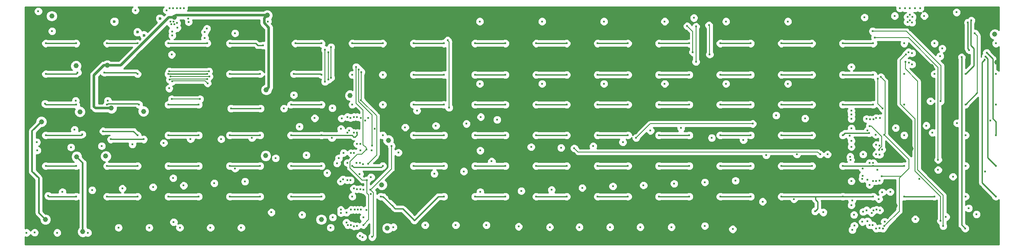
<source format=gbr>
G04 #@! TF.GenerationSoftware,KiCad,Pcbnew,(5.0.1-3-g963ef8bb5)*
G04 #@! TF.CreationDate,2019-06-13T10:21:43+02:00*
G04 #@! TF.ProjectId,cz19-badge,637A31392D62616467652E6B69636164,rev?*
G04 #@! TF.SameCoordinates,PXea38f00PY6fddb20*
G04 #@! TF.FileFunction,Copper,L2,Inr,Plane*
G04 #@! TF.FilePolarity,Positive*
%FSLAX46Y46*%
G04 Gerber Fmt 4.6, Leading zero omitted, Abs format (unit mm)*
G04 Created by KiCad (PCBNEW (5.0.1-3-g963ef8bb5)) date 2019 June 13, Thursday 10:21:43*
%MOMM*%
%LPD*%
G01*
G04 APERTURE LIST*
G04 #@! TA.AperFunction,ViaPad*
%ADD10C,0.450000*%
G04 #@! TD*
G04 #@! TA.AperFunction,ViaPad*
%ADD11C,1.000000*%
G04 #@! TD*
G04 #@! TA.AperFunction,ViaPad*
%ADD12C,0.600000*%
G04 #@! TD*
G04 #@! TA.AperFunction,Conductor*
%ADD13C,0.500000*%
G04 #@! TD*
G04 #@! TA.AperFunction,Conductor*
%ADD14C,0.300000*%
G04 #@! TD*
G04 #@! TA.AperFunction,Conductor*
%ADD15C,0.250000*%
G04 #@! TD*
G04 #@! TA.AperFunction,Conductor*
%ADD16C,0.150000*%
G04 #@! TD*
G04 #@! TA.AperFunction,Conductor*
%ADD17C,0.254000*%
G04 #@! TD*
G04 APERTURE END LIST*
D10*
G04 #@! TO.N,3V3*
X-143800000Y44400000D03*
X-186000000Y42500000D03*
X-188700000Y46400000D03*
X-169700000Y46600000D03*
X-163100000Y31300000D03*
X-114600000Y26900000D03*
X-162600000Y37900000D03*
X-60400000Y45100000D03*
X-6600000Y7800000D03*
X-27000000Y45200000D03*
G04 #@! TO.N,GND*
X-18100000Y44600000D03*
X-18600000Y45300000D03*
X-17600000Y45300000D03*
X-78000000Y44400000D03*
X-78000000Y32200000D03*
D11*
X-186066636Y45466636D03*
X-181300000Y35700000D03*
X-175200000Y35800000D03*
X-180549998Y26700000D03*
X-188075000Y24741636D03*
X-181200000Y17900000D03*
X-175500000Y18000000D03*
X-187300000Y5600000D03*
X-179991636Y3208364D03*
X-144100000Y31000000D03*
X-143900000Y45600001D03*
X-162100000Y45200000D03*
D10*
X-66100000Y32200000D03*
X-66100000Y44400000D03*
X-54100000Y32200000D03*
X-54100000Y44400000D03*
X-42000000Y44400000D03*
X-42000000Y32200000D03*
X-102300000Y32200000D03*
X-102300000Y44400000D03*
X-90100000Y44400000D03*
X-90100000Y32200000D03*
D11*
X-121500000Y12400000D03*
X-120200000Y21100000D03*
X-120400000Y3900000D03*
X-133300000Y5600000D03*
X-127700000Y29900000D03*
X-144200000Y18100000D03*
D10*
X-21100000Y45500000D03*
X-15300000Y45500000D03*
X-161600000Y47000000D03*
D11*
X-168099992Y26800000D03*
X-174400001Y27400001D03*
D10*
X-159400000Y45000000D03*
X-18100000Y45700000D03*
X-20100000Y47000000D03*
X-19100000Y47000000D03*
X-17700000Y44200000D03*
X-18600000Y44300000D03*
X-16100000Y47000000D03*
X-18100000Y47000000D03*
X-17100000Y47000000D03*
X-162300000Y47000000D03*
X-163000000Y47000000D03*
X-160900000Y47000000D03*
X-160200000Y47000000D03*
X-161600000Y44100000D03*
X-163600000Y46600000D03*
X-159300000Y44300000D03*
X-162100000Y43900000D03*
X-162700000Y43900000D03*
X-162800000Y44400000D03*
X-162200000Y44400000D03*
G04 #@! TO.N,Net-(D10-Pad2)*
X-136250000Y18200000D03*
X-128953554Y18653554D03*
G04 #@! TO.N,Net-(D65-Pad4)*
X-7250000Y34100000D03*
X-1300000Y34100000D03*
X-187250000Y34100000D03*
X-151250000Y34100000D03*
X-19250000Y34100000D03*
X-169300000Y34100000D03*
X-145300000Y34100000D03*
X-13300000Y34100000D03*
X-155650000Y34150000D03*
X-138700000Y34100000D03*
X-109300000Y33949990D03*
X-31250000Y33949990D03*
X-115250000Y33949990D03*
X-67250000Y33949990D03*
X-55250000Y33949990D03*
X-133300000Y33949990D03*
X-43250000Y33949990D03*
X-91250000Y33949990D03*
X-79250000Y33949990D03*
X-127250000Y33949990D03*
X-37300000Y33949990D03*
X-121300000Y33949990D03*
X-25300000Y33949990D03*
X-49300000Y33949990D03*
X-103250000Y33949990D03*
X-73300000Y33949990D03*
X-85300000Y33949990D03*
X-61300000Y33949990D03*
X-97300000Y33949990D03*
X-163255055Y34086098D03*
X-175800000Y34400000D03*
X-181000000Y34400000D03*
G04 #@! TO.N,Net-(D100-Pad2)*
X-126970074Y11650000D03*
X-172250000Y11650000D03*
G04 #@! TO.N,Net-(D100-Pad4)*
X-175250000Y28100000D03*
X-163250000Y28100000D03*
X-139250000Y28100000D03*
X-127250000Y28100000D03*
X-115250000Y28100000D03*
X-103250000Y28100000D03*
X-91250000Y28100000D03*
X-79250000Y28100000D03*
X-67250000Y28100000D03*
X-55250000Y28100000D03*
X-43250000Y28100000D03*
X-31250000Y28100000D03*
X-19250000Y28100000D03*
X-181300000Y28100000D03*
X-157300000Y28100000D03*
X-133300000Y28100000D03*
X-121300000Y28100000D03*
X-109300000Y28100000D03*
X-97300000Y28100000D03*
X-85300000Y28100000D03*
X-73300000Y28100000D03*
X-61300000Y28100000D03*
X-49300000Y28100000D03*
X-37300000Y28100000D03*
X-25300000Y28100000D03*
X-7250000Y28100000D03*
X-1300000Y28100000D03*
X-169000000Y28100000D03*
X-187400010Y28300000D03*
X-151000002Y27350010D03*
X-145200002Y27350010D03*
X-14100000Y28800000D03*
G04 #@! TO.N,Net-(D121-Pad2)*
X-46250000Y18200000D03*
X-29700000Y17300002D03*
G04 #@! TO.N,Net-(D122-Pad2)*
X-29800000Y17900000D03*
X-40250000Y18349990D03*
G04 #@! TO.N,Net-(D123-Pad2)*
X-34250000Y18349988D03*
X-27277488Y18349990D03*
G04 #@! TO.N,Net-(D124-Pad2)*
X-27374998Y15600000D03*
G04 #@! TO.N,Net-(D125-Pad2)*
X-21974999Y11000000D03*
X-26000000Y16700000D03*
G04 #@! TO.N,Net-(D126-Pad2)*
X-16250000Y13550000D03*
X-25300000Y16700000D03*
G04 #@! TO.N,Net-(D127-Pad2)*
X-9700000Y14000000D03*
X-24700000Y18400000D03*
G04 #@! TO.N,ESP_FLASH*
X-157050000Y29200000D03*
X-162600000Y29200000D03*
G04 #@! TO.N,ESP_EN*
X-155700000Y43000000D03*
X-161500000Y43149996D03*
G04 #@! TO.N,ESP_RX*
X-156100000Y41150000D03*
X-162500000Y41649992D03*
D12*
X-164900000Y45000000D03*
X-168000000Y41700000D03*
D10*
G04 #@! TO.N,ESP_TX*
X-156100000Y42350000D03*
X-162500000Y42450013D03*
D12*
X-173800000Y44400000D03*
X-169300000Y42300000D03*
D10*
G04 #@! TO.N,Net-(D128-Pad2)*
X-3424999Y15025001D03*
X-24027620Y18311960D03*
G04 #@! TO.N,Net-(D130-Pad2)*
X-125684078Y11548082D03*
X-183974999Y11000000D03*
G04 #@! TO.N,Net-(D131-Pad2)*
X-126334279Y11534279D03*
X-178174999Y11350000D03*
G04 #@! TO.N,Net-(D161-Pad4)*
X-7250000Y16100000D03*
X-1300000Y16100000D03*
X-187250000Y16100000D03*
X-175250000Y16100000D03*
X-163250000Y16100000D03*
X-151250000Y16100000D03*
X-139250000Y16100000D03*
X-127250000Y16100000D03*
X-115250000Y16100000D03*
X-103250000Y16100000D03*
X-91250000Y16100000D03*
X-79250000Y16100000D03*
X-67250000Y16100000D03*
X-55250000Y16100000D03*
X-43250000Y16100000D03*
X-31250000Y16100000D03*
X-181300000Y16100000D03*
X-169300000Y16100000D03*
X-157300000Y16100000D03*
X-145300000Y16100000D03*
X-133300000Y16100000D03*
X-121300000Y16100000D03*
X-109300000Y16100000D03*
X-97300000Y16100000D03*
X-85300000Y16100000D03*
X-73300000Y16100000D03*
X-61300000Y16100000D03*
X-49300000Y16100000D03*
X-37300000Y16100000D03*
X-19250000Y16100000D03*
X-25300000Y16100000D03*
X-3313918Y37512178D03*
X-12600000Y15300000D03*
D11*
G04 #@! TO.N,VCC*
X-115380000Y11775000D03*
X-119700000Y9900000D03*
X-109900000Y12500000D03*
X-109900000Y6100000D03*
X-114200000Y4300000D03*
X-114000000Y17900000D03*
X-174561289Y7774780D03*
X-121600000Y17800000D03*
X-120607141Y27022989D03*
X-119882065Y13295218D03*
X-20983365Y8266637D03*
X-20075000Y17400000D03*
X-17900001Y19500000D03*
X-109500000Y23649991D03*
D10*
G04 #@! TO.N,Net-(D1-Pad4)*
X-9000010Y46200000D03*
D11*
G04 #@! TO.N,GND*
X-1499998Y41900000D03*
D10*
G04 #@! TO.N,Net-(D65-Pad4)*
X-6100000Y44600000D03*
G04 #@! TO.N,Net-(D100-Pad4)*
X-5400000Y42100000D03*
D11*
G04 #@! TO.N,VCC*
X-63500000Y29700000D03*
X-19300000Y25200000D03*
X-54000000Y26400000D03*
X-139250000Y18000000D03*
X-1075000Y36400000D03*
X-13900000Y35600000D03*
X-17900001Y42900000D03*
X-12200000Y45100000D03*
X-3424990Y43000000D03*
D10*
G04 #@! TO.N,VUSB_SENSE*
X-150200000Y42100000D03*
X-150200000Y15599996D03*
G04 #@! TO.N,VBAT_SENSE*
X-108300000Y27500000D03*
X-108600000Y40700000D03*
G04 #@! TO.N,BTN_UP*
X-155650000Y33100000D03*
X-163024998Y32999999D03*
X-175100000Y28900000D03*
X-181400000Y28900000D03*
G04 #@! TO.N,BTN_DOWN*
X-155575001Y32300000D03*
X-162452847Y32650000D03*
G04 #@! TO.N,BTN_LEFT*
X-155309590Y34653500D03*
X-163050021Y34649991D03*
X-189007294Y20750187D03*
X-181600000Y23200000D03*
G04 #@! TO.N,BTN_RIGHT*
X-174500000Y21300000D03*
X-162825735Y33600000D03*
X-155250000Y33600000D03*
X-168100006Y21300000D03*
G04 #@! TO.N,BTN_A*
X-25399998Y42500000D03*
X-12100000Y28800000D03*
G04 #@! TO.N,BTN_B*
X-25000000Y41200000D03*
X-12600000Y17300000D03*
G04 #@! TO.N,Net-(D1-Pad1)*
X-191000000Y3000000D03*
X-125200000Y2100000D03*
G04 #@! TO.N,Net-(D1-Pad3)*
X-188900000Y19150000D03*
X-125700000Y19100000D03*
G04 #@! TO.N,Net-(D1-Pad2)*
X-125103554Y11396446D03*
X-189424999Y3025001D03*
G04 #@! TO.N,Net-(D130-Pad1)*
X-185000000Y3000000D03*
X-125714506Y2408703D03*
G04 #@! TO.N,Net-(D130-Pad3)*
X-182300000Y19750000D03*
X-125700000Y20400000D03*
G04 #@! TO.N,Net-(D131-Pad1)*
X-179000000Y3000000D03*
X-126300000Y4300000D03*
G04 #@! TO.N,Net-(D131-Pad3)*
X-176300000Y20000000D03*
X-126300000Y20400000D03*
G04 #@! TO.N,Net-(D100-Pad1)*
X-173000000Y4000000D03*
X-126899407Y4273043D03*
G04 #@! TO.N,Net-(D100-Pad3)*
X-170300000Y20300000D03*
X-126900000Y22600000D03*
G04 #@! TO.N,Net-(D101-Pad1)*
X-167000000Y4000000D03*
X-127500000Y4500000D03*
G04 #@! TO.N,Net-(D101-Pad3)*
X-164150000Y20600000D03*
X-127848909Y23060210D03*
G04 #@! TO.N,Net-(D101-Pad2)*
X-166250000Y11950000D03*
X-127600000Y13300000D03*
G04 #@! TO.N,Net-(D102-Pad1)*
X-161000000Y4000000D03*
X-128100003Y4500000D03*
G04 #@! TO.N,Net-(D102-Pad3)*
X-158900000Y21350000D03*
X-128239870Y22590121D03*
G04 #@! TO.N,Net-(D102-Pad2)*
X-160250000Y12250000D03*
X-128200000Y13299996D03*
G04 #@! TO.N,Net-(D103-Pad1)*
X-155000000Y4000000D03*
X-128400000Y5019618D03*
G04 #@! TO.N,Net-(D103-Pad3)*
X-129470046Y23345841D03*
X-152900000Y21350000D03*
G04 #@! TO.N,Net-(D103-Pad2)*
X-154250000Y12700000D03*
X-129082201Y13462388D03*
G04 #@! TO.N,Net-(D104-Pad1)*
X-149000000Y4000000D03*
X-131500000Y4000000D03*
G04 #@! TO.N,Net-(D104-Pad3)*
X-146900000Y21600000D03*
X-131249990Y21600000D03*
G04 #@! TO.N,Net-(D104-Pad2)*
X-148250000Y13050000D03*
X-129518032Y13050010D03*
G04 #@! TO.N,Net-(D105-Pad1)*
X-143075001Y7000000D03*
X-129500000Y7500000D03*
G04 #@! TO.N,Net-(D105-Pad3)*
X-131165695Y27435126D03*
X-140625012Y27350010D03*
G04 #@! TO.N,Net-(D105-Pad2)*
X-142250000Y17600000D03*
X-129900000Y17600000D03*
G04 #@! TO.N,Net-(D10-Pad1)*
X-137075001Y6500000D03*
X-129481803Y6881800D03*
G04 #@! TO.N,Net-(D10-Pad3)*
X-129336265Y25394281D03*
X-134600000Y25450000D03*
G04 #@! TO.N,Net-(D107-Pad1)*
X-131075001Y6000000D03*
X-128400000Y6921446D03*
G04 #@! TO.N,Net-(D107-Pad3)*
X-128200000Y25700000D03*
G04 #@! TO.N,Net-(D107-Pad2)*
X-130258307Y16599990D03*
X-128200000Y16700000D03*
G04 #@! TO.N,Net-(D108-Pad1)*
X-125075001Y5979277D03*
X-127500000Y7500000D03*
G04 #@! TO.N,Net-(D108-Pad3)*
X-127600000Y25524998D03*
X-122900000Y23349968D03*
G04 #@! TO.N,Net-(D108-Pad2)*
X-123600000Y13900000D03*
X-127502585Y18601101D03*
G04 #@! TO.N,Net-(D109-Pad1)*
X-126775007Y7500000D03*
X-119200000Y4100000D03*
G04 #@! TO.N,Net-(D109-Pad3)*
X-126900000Y25700000D03*
X-116900000Y23649979D03*
G04 #@! TO.N,Net-(D109-Pad2)*
X-118250000Y18700000D03*
X-126900000Y18600000D03*
G04 #@! TO.N,Net-(D110-Pad1)*
X-113000000Y4500000D03*
X-126175004Y7500000D03*
G04 #@! TO.N,Net-(D110-Pad3)*
X-126300000Y25700000D03*
X-110900000Y23949990D03*
G04 #@! TO.N,Net-(D110-Pad2)*
X-111200000Y14575001D03*
X-126400000Y16700000D03*
G04 #@! TO.N,Net-(D111-Pad1)*
X-107000000Y4500000D03*
X-125575001Y7500000D03*
G04 #@! TO.N,Net-(D111-Pad3)*
X-125610909Y25524896D03*
X-104900000Y24349990D03*
G04 #@! TO.N,Net-(D111-Pad2)*
X-105424999Y15025001D03*
X-125714558Y16668578D03*
G04 #@! TO.N,Net-(D112-Pad1)*
X-101000000Y4500000D03*
X-124500000Y7479298D03*
G04 #@! TO.N,Net-(D112-Pad3)*
X-98900000Y25150000D03*
X-124700000Y25000000D03*
G04 #@! TO.N,Net-(D112-Pad2)*
X-99974999Y17000000D03*
X-125156402Y16448404D03*
G04 #@! TO.N,Net-(D113-Pad1)*
X-94700000Y4200000D03*
X-24100000Y3900000D03*
G04 #@! TO.N,Net-(D113-Pad3)*
X-92250000Y19800000D03*
X-24100000Y20100000D03*
G04 #@! TO.N,Net-(D113-Pad2)*
X-94174999Y11200000D03*
X-24100000Y13200000D03*
G04 #@! TO.N,Net-(D114-Pad1)*
X-24700000Y3800000D03*
X-88600000Y4100000D03*
G04 #@! TO.N,Net-(D114-Pad3)*
X-86400000Y19650000D03*
X-24700000Y20200000D03*
G04 #@! TO.N,Net-(D114-Pad2)*
X-88250000Y11400000D03*
X-24700000Y13100000D03*
G04 #@! TO.N,Net-(D115-Pad1)*
X-25400000Y4475002D03*
X-82800000Y4100000D03*
G04 #@! TO.N,Net-(D115-Pad3)*
X-24800000Y22200000D03*
X-80100000Y19950000D03*
G04 #@! TO.N,Net-(D115-Pad2)*
X-82250000Y11800000D03*
X-25300000Y13099998D03*
G04 #@! TO.N,Net-(D116-Pad1)*
X-26000000Y4475002D03*
X-76800000Y4100000D03*
G04 #@! TO.N,Net-(D116-Pad3)*
X-29575001Y19850000D03*
X-74300000Y20750000D03*
G04 #@! TO.N,Net-(D116-Pad2)*
X-76250000Y12100000D03*
X-26000000Y12400000D03*
G04 #@! TO.N,Net-(D117-Pad1)*
X-26400000Y5279257D03*
X-70900000Y4100000D03*
G04 #@! TO.N,Net-(D117-Pad3)*
X-26400000Y23019620D03*
X-68900000Y23000000D03*
G04 #@! TO.N,Net-(D117-Pad2)*
X-26396446Y13396446D03*
X-70250000Y12300000D03*
G04 #@! TO.N,Net-(D118-Pad1)*
X-27410053Y5131726D03*
X-64800000Y4100000D03*
G04 #@! TO.N,Net-(D118-Pad3)*
X-29575001Y23469620D03*
X-62900000Y23500000D03*
G04 #@! TO.N,Net-(D118-Pad2)*
X-27418212Y13547102D03*
X-64250000Y12600000D03*
G04 #@! TO.N,Net-(D119-Pad1)*
X-29003554Y4396446D03*
X-58250000Y4350000D03*
G04 #@! TO.N,Net-(D119-Pad3)*
X-29900000Y22000000D03*
X-56900000Y21600000D03*
G04 #@! TO.N,Net-(D119-Pad2)*
X-27374417Y14145503D03*
X-58250000Y12900000D03*
G04 #@! TO.N,Net-(D120-Pad1)*
X-29400000Y3550000D03*
X-52800000Y3700000D03*
G04 #@! TO.N,Net-(D120-Pad3)*
X-29574139Y21004361D03*
X-50700000Y21150000D03*
G04 #@! TO.N,Net-(D120-Pad2)*
X-29575001Y13100000D03*
X-52250000Y13200000D03*
G04 #@! TO.N,Net-(D121-Pad1)*
X-29575001Y8400000D03*
X-46950000Y9100000D03*
G04 #@! TO.N,Net-(D121-Pad3)*
X-29575001Y26200000D03*
X-44300000Y26000000D03*
G04 #@! TO.N,Net-(D122-Pad1)*
X-29428553Y9328554D03*
X-40815002Y9600000D03*
G04 #@! TO.N,Net-(D122-Pad3)*
X-29575001Y25300000D03*
X-38650000Y25400000D03*
G04 #@! TO.N,Net-(D123-Pad1)*
X-35075001Y7000000D03*
X-27300000Y7100000D03*
G04 #@! TO.N,Net-(D123-Pad3)*
X-29600000Y26900000D03*
G04 #@! TO.N,Net-(D124-Pad1)*
X-29075001Y6500000D03*
X-26600000Y7400001D03*
G04 #@! TO.N,Net-(D124-Pad3)*
X-26600000Y25300000D03*
G04 #@! TO.N,Net-(D125-Pad1)*
X-23075001Y5175001D03*
X-25626596Y6899051D03*
G04 #@! TO.N,Net-(D125-Pad3)*
X-25900000Y25200000D03*
X-20900000Y23550000D03*
G04 #@! TO.N,Net-(D126-Pad1)*
X-17075001Y5650000D03*
X-25230454Y7349694D03*
G04 #@! TO.N,Net-(D126-Pad3)*
X-14900000Y24000000D03*
X-25265915Y25200614D03*
G04 #@! TO.N,Net-(D127-Pad1)*
X-11075001Y6100000D03*
X-24650495Y7516100D03*
G04 #@! TO.N,Net-(D127-Pad3)*
X-8900000Y24500000D03*
X-24700000Y25499998D03*
G04 #@! TO.N,Net-(D128-Pad1)*
X-5075001Y6600000D03*
X-24000000Y7400000D03*
G04 #@! TO.N,Net-(D128-Pad3)*
X-2349990Y25000000D03*
X-24000000Y25500000D03*
G04 #@! TO.N,Net-(D33-Pad4)*
X-67250000Y40100000D03*
X-187250000Y40100000D03*
X-127250000Y40100000D03*
X-163250000Y40100000D03*
X-43250000Y40100000D03*
X-19250000Y40100000D03*
X-151250000Y40100000D03*
X-175250000Y40100000D03*
X-79250000Y40100000D03*
X-55250000Y40100000D03*
X-91250000Y40100000D03*
X-115250000Y40100000D03*
X-31250000Y40100000D03*
X-103250000Y40100000D03*
X-155650000Y40150000D03*
X-133300000Y40100000D03*
X-97300000Y40100000D03*
X-109300000Y40100000D03*
X-121300000Y40100000D03*
X-85300000Y40100000D03*
X-73300000Y40100000D03*
X-61300000Y40100000D03*
X-49300000Y40100000D03*
X-37300000Y40100000D03*
X-25300000Y40100000D03*
X-13300000Y40100000D03*
X-1300000Y40100000D03*
X-169300000Y40100000D03*
X-181300000Y40100000D03*
X-138400000Y40100000D03*
X-144699998Y39700000D03*
X-6774998Y44200000D03*
X-6500000Y38800000D03*
G04 #@! TO.N,Net-(D129-Pad4)*
X-187250000Y22100000D03*
X-163250000Y22100000D03*
X-151250000Y22100000D03*
X-139250000Y22100000D03*
X-115250000Y22100000D03*
X-103250000Y22100000D03*
X-91250000Y22100000D03*
X-79250000Y22100000D03*
X-67250000Y22100000D03*
X-55250000Y22100000D03*
X-43250000Y22100000D03*
X-31250000Y22100000D03*
X-19250000Y22100000D03*
X-169300000Y22100000D03*
X-157300000Y22100000D03*
X-145300000Y22100000D03*
X-133300000Y22100000D03*
X-121300000Y22100000D03*
X-109300000Y22100000D03*
X-97300000Y22100000D03*
X-85300000Y22100000D03*
X-73300000Y22100000D03*
X-61300000Y22100000D03*
X-49300000Y22100000D03*
X-37300000Y22100000D03*
X-7250000Y22100000D03*
X-1300000Y22100000D03*
X-126300000Y22600000D03*
X-26100006Y22500000D03*
X-3100000Y38300000D03*
X-13700000Y22600000D03*
X-180100000Y22300000D03*
X-176000000Y22900000D03*
G04 #@! TO.N,Net-(D193-Pad4)*
X-7250000Y10100000D03*
X-1300000Y10100000D03*
X-175250000Y10100000D03*
X-163250000Y10100000D03*
X-151250000Y10100000D03*
X-139250000Y10100000D03*
X-127250000Y10100000D03*
X-103250000Y10100000D03*
X-91250000Y10100000D03*
X-79250000Y10100000D03*
X-67250000Y10100000D03*
X-55250000Y10100000D03*
X-43250000Y10100000D03*
X-31250000Y10100000D03*
X-19250000Y10100000D03*
X-181300000Y10100000D03*
X-169300000Y10100000D03*
X-157300000Y10100000D03*
X-145300000Y10100000D03*
X-133300000Y10100000D03*
X-109300000Y10100000D03*
X-97300000Y10100000D03*
X-85300000Y10100000D03*
X-73300000Y10100000D03*
X-61300000Y10100000D03*
X-49300000Y10100000D03*
X-25300000Y10100000D03*
X-13300000Y10100000D03*
X-186774960Y10250000D03*
X-3500000Y36884258D03*
X-115100000Y5400000D03*
X-36700000Y7200000D03*
X-121700000Y10100000D03*
G04 #@! TO.N,Net-(D225-Pad4)*
X-7300000Y3849990D03*
X-8000000Y37400000D03*
G04 #@! TO.N,Net-(Q3-Pad3)*
X-162200000Y5084980D03*
X-162300000Y13700000D03*
G04 #@! TO.N,SDA*
X-57457173Y43665738D03*
X-57300000Y37950001D03*
X-18874998Y37950001D03*
X-12100000Y5300000D03*
G04 #@! TO.N,SCL*
X-60000000Y43400000D03*
X-60000000Y36500000D03*
X-19000000Y36500000D03*
X-11600000Y4300000D03*
G04 #@! TO.N,G0*
X-131900000Y38400002D03*
X-131900000Y33000000D03*
X-125800000Y14500000D03*
X-132200000Y14700000D03*
X-61700000Y43500000D03*
X-60600000Y38400002D03*
G04 #@! TO.N,R1*
X-123600000Y10600000D03*
X-102200000Y11000000D03*
G04 #@! TO.N,HUB75_OE*
X-23428554Y27328554D03*
X-24400000Y33200000D03*
X-17700000Y38200000D03*
X-17700000Y36000000D03*
X-23575001Y19300000D03*
X-24200000Y9600000D03*
X-24500000Y15300000D03*
X-125537340Y28984625D03*
X-125500000Y34500000D03*
X-124156391Y16500000D03*
G04 #@! TO.N,HUB75_LAT*
X-29600000Y35500000D03*
X-26000000Y23900000D03*
X-23515236Y10937949D03*
X-24164407Y19187732D03*
X-124500000Y19300000D03*
X-126500000Y35500000D03*
X-125100000Y4520716D03*
X-23408495Y3800681D03*
X-124400000Y13299996D03*
G04 #@! TO.N,CLK*
X-23800000Y33500000D03*
X-23111422Y22200000D03*
X-123374998Y20100000D03*
X-126000000Y35002904D03*
X-123374998Y2171708D03*
X-119576461Y20000000D03*
X-23600000Y14100000D03*
X-23091297Y4314506D03*
X-123699998Y11399998D03*
G04 #@! TO.N,HUB75_R0*
X-132600000Y38850003D03*
X-132600000Y32600000D03*
G04 #@! TO.N,G1*
X-102200000Y19100000D03*
X-123499990Y19100000D03*
X-35700000Y18350000D03*
X-83800000Y19550000D03*
G04 #@! TO.N,B1*
X-124125590Y25468482D03*
X-102100000Y25693481D03*
X-48900000Y24350001D03*
X-71700000Y21600000D03*
G04 #@! TO.N,B0*
X-131400000Y39400000D03*
X-131400000Y33400000D03*
G04 #@! TO.N,C*
X-18300000Y36300000D03*
X-18399998Y38400000D03*
G04 #@! TO.N,B*
X-11800000Y39100000D03*
X-12200000Y37600000D03*
G04 #@! TO.N,Net-(R33-Pad2)*
X-137600000Y23800000D03*
X-138700000Y30000000D03*
G04 #@! TD*
D13*
G04 #@! TO.N,GND*
X-143600001Y31499999D02*
X-144100000Y31000000D01*
X-144475001Y44075999D02*
X-143600001Y43200999D01*
X-144475001Y45025000D02*
X-144475001Y44075999D01*
X-143600001Y43200999D02*
X-143600001Y31499999D01*
X-143900000Y45600001D02*
X-144475001Y45025000D01*
X-161699999Y45600001D02*
X-162100000Y45200000D01*
X-143900000Y45600001D02*
X-159100000Y45600001D01*
D14*
X-179991636Y16691636D02*
X-181200000Y17900000D01*
X-179991636Y3208364D02*
X-179991636Y16691636D01*
X-188600000Y6900000D02*
X-188600000Y13700000D01*
X-187300000Y5600000D02*
X-188600000Y6900000D01*
X-188600000Y13700000D02*
X-189900000Y15000000D01*
X-189900000Y22916636D02*
X-188100000Y24716636D01*
X-189900000Y15000000D02*
X-189900000Y22916636D01*
D13*
X-159100000Y45600001D02*
X-161699999Y45600001D01*
X-177800000Y27700000D02*
X-177500001Y27400001D01*
X-177800000Y33907106D02*
X-177800000Y27700000D01*
X-175107107Y27400001D02*
X-174400001Y27400001D01*
X-177500001Y27400001D02*
X-175107107Y27400001D01*
X-175200000Y35800000D02*
X-175907106Y35800000D01*
X-175907106Y35800000D02*
X-177800000Y33907106D01*
X-174492894Y35800000D02*
X-175200000Y35800000D01*
X-172600000Y35800000D02*
X-174492894Y35800000D01*
X-163200000Y45200000D02*
X-172600000Y35800000D01*
X-162100000Y45200000D02*
X-163200000Y45200000D01*
D15*
G04 #@! TO.N,Net-(D65-Pad4)*
X-151250000Y34100000D02*
X-145300000Y34100000D01*
X-43250000Y33949990D02*
X-42931802Y33949990D01*
X-115250000Y33949990D02*
X-114931802Y33949990D01*
X-78931802Y33949990D02*
X-73300000Y33949990D01*
X-55250000Y33949990D02*
X-54931802Y33949990D01*
X-90931802Y33949990D02*
X-85300000Y33949990D01*
X-30931802Y33949990D02*
X-25300000Y33949990D01*
X-42931802Y33949990D02*
X-37300000Y33949990D01*
X-138700000Y34100000D02*
X-133450010Y34100000D01*
X-31250000Y33949990D02*
X-30931802Y33949990D01*
X-67250000Y33949990D02*
X-66931802Y33949990D01*
X-133450010Y34100000D02*
X-133300000Y33949990D01*
X-102931802Y33949990D02*
X-97300000Y33949990D01*
X-54931802Y33949990D02*
X-49300000Y33949990D01*
X-114931802Y33949990D02*
X-109300000Y33949990D01*
X-79250000Y33949990D02*
X-78931802Y33949990D01*
X-66931802Y33949990D02*
X-61300000Y33949990D01*
X-103250000Y33949990D02*
X-102931802Y33949990D01*
X-91250000Y33949990D02*
X-90931802Y33949990D01*
X-156018198Y34100000D02*
X-163241153Y34100000D01*
X-155968198Y34150000D02*
X-156018198Y34100000D01*
X-155650000Y34150000D02*
X-155968198Y34150000D01*
X-163241153Y34100000D02*
X-163255055Y34086098D01*
X-175481802Y34400000D02*
X-175800000Y34400000D01*
X-169300000Y34100000D02*
X-169600000Y34400000D01*
X-169600000Y34400000D02*
X-175481802Y34400000D01*
X-187250000Y34100000D02*
X-181300000Y34100000D01*
X-181300000Y34100000D02*
X-181224999Y34175001D01*
X-181224999Y34175001D02*
X-181000000Y34400000D01*
G04 #@! TO.N,Net-(D100-Pad4)*
X-163250000Y28100000D02*
X-157300000Y28100000D01*
X-139250000Y28100000D02*
X-133300000Y28100000D01*
X-115250000Y28100000D02*
X-109300000Y28100000D01*
X-103250000Y28100000D02*
X-97300000Y28100000D01*
X-91250000Y28100000D02*
X-85300000Y28100000D01*
X-79250000Y28100000D02*
X-73300000Y28100000D01*
X-67250000Y28100000D02*
X-61300000Y28100000D01*
X-55250000Y28100000D02*
X-49300000Y28100000D01*
X-43250000Y28100000D02*
X-37300000Y28100000D01*
X-31250000Y28100000D02*
X-25300000Y28100000D01*
X-4900000Y30450000D02*
X-7250000Y28100000D01*
X-181300000Y28100000D02*
X-187200010Y28100000D01*
X-187200010Y28100000D02*
X-187400010Y28300000D01*
X-151000002Y27350010D02*
X-150681804Y27350010D01*
X-150681804Y27350010D02*
X-145200002Y27350010D01*
X-169224999Y28324999D02*
X-169000000Y28100000D01*
X-175025001Y28324999D02*
X-169224999Y28324999D01*
X-175250000Y28100000D02*
X-175025001Y28324999D01*
D16*
G04 #@! TO.N,ESP_FLASH*
X-157050000Y29200000D02*
X-162600000Y29200000D01*
D15*
G04 #@! TO.N,Net-(D161-Pad4)*
X-187250000Y16100000D02*
X-181300000Y16100000D01*
X-175250000Y16100000D02*
X-169300000Y16100000D01*
X-163250000Y16100000D02*
X-157300000Y16100000D01*
X-139250000Y16100000D02*
X-133300000Y16100000D01*
X-115250000Y16100000D02*
X-109300000Y16100000D01*
X-103250000Y16100000D02*
X-97300000Y16100000D01*
X-91250000Y16100000D02*
X-85300000Y16100000D01*
X-79250000Y16100000D02*
X-73300000Y16100000D01*
X-67250000Y16100000D02*
X-61300000Y16100000D01*
X-55250000Y16100000D02*
X-49300000Y16100000D01*
X-43250000Y16100000D02*
X-37300000Y16100000D01*
X-126950000Y15800000D02*
X-121600000Y15800000D01*
X-121600000Y15800000D02*
X-121300000Y16100000D01*
X-127250000Y16100000D02*
X-126950000Y15800000D01*
X-31250000Y16100000D02*
X-25300000Y16100000D01*
X-25250000Y16100000D02*
X-19300000Y16100000D01*
X-2900000Y17700000D02*
X-1524999Y16324999D01*
X-1524999Y16324999D02*
X-1300000Y16100000D01*
X-3313918Y37512178D02*
X-2900000Y37098260D01*
X-2900000Y37098260D02*
X-2900000Y17700000D01*
X-145618198Y16100000D02*
X-145300000Y16100000D01*
X-151250000Y16100000D02*
X-145618198Y16100000D01*
G04 #@! TO.N,Net-(D65-Pad4)*
X-5625001Y39125001D02*
X-5625001Y35724999D01*
X-5625001Y35724999D02*
X-7250000Y34100000D01*
X-6200000Y39700000D02*
X-5625001Y39125001D01*
X-6200000Y44500000D02*
X-6200000Y39700000D01*
X-6100000Y44600000D02*
X-6200000Y44500000D01*
D16*
G04 #@! TO.N,Net-(D100-Pad4)*
X-4900000Y41600000D02*
X-5400000Y42100000D01*
X-4900000Y30450000D02*
X-4900000Y41600000D01*
G04 #@! TO.N,VBAT_SENSE*
X-108300000Y40400000D02*
X-108375001Y40475001D01*
X-108300000Y27500000D02*
X-108300000Y40400000D01*
X-108375001Y40475001D02*
X-108600000Y40700000D01*
G04 #@! TO.N,BTN_UP*
X-162924997Y33100000D02*
X-163024998Y32999999D01*
X-155650000Y33100000D02*
X-162924997Y33100000D01*
G04 #@! TO.N,BTN_DOWN*
X-162302857Y32799990D02*
X-162452847Y32650000D01*
X-156074991Y32799990D02*
X-162302857Y32799990D01*
X-155575001Y32300000D02*
X-156074991Y32799990D01*
G04 #@! TO.N,BTN_LEFT*
X-155309590Y34653500D02*
X-163046512Y34653500D01*
X-163046512Y34653500D02*
X-163050021Y34649991D01*
G04 #@! TO.N,BTN_RIGHT*
X-155250000Y33600000D02*
X-162825735Y33600000D01*
D15*
X-174181802Y21300000D02*
X-168100006Y21300000D01*
X-174500000Y21300000D02*
X-174181802Y21300000D01*
D16*
G04 #@! TO.N,BTN_A*
X-18799998Y42500000D02*
X-25399998Y42500000D01*
X-12000000Y35700002D02*
X-18799998Y42500000D01*
X-12000000Y28900000D02*
X-12000000Y35700002D01*
X-12100000Y28800000D02*
X-12000000Y28900000D01*
G04 #@! TO.N,BTN_B*
X-18400000Y41200000D02*
X-25000000Y41200000D01*
X-12600000Y35400000D02*
X-18400000Y41200000D01*
X-12600000Y17300000D02*
X-12600000Y35400000D01*
D15*
G04 #@! TO.N,Net-(D33-Pad4)*
X-187250000Y40100000D02*
X-181300000Y40100000D01*
X-175250000Y40100000D02*
X-169300000Y40100000D01*
X-127250000Y40100000D02*
X-121300000Y40100000D01*
X-115250000Y40100000D02*
X-109300000Y40100000D01*
X-103250000Y40100000D02*
X-97300000Y40100000D01*
X-91250000Y40100000D02*
X-85300000Y40100000D01*
X-79250000Y40100000D02*
X-73300000Y40100000D01*
X-67250000Y40100000D02*
X-61300000Y40100000D01*
X-55250000Y40100000D02*
X-49300000Y40100000D01*
X-43250000Y40100000D02*
X-37300000Y40100000D01*
X-31250000Y40100000D02*
X-25300000Y40100000D01*
X-163250000Y40100000D02*
X-155700000Y40100000D01*
X-155700000Y40100000D02*
X-155650000Y40150000D01*
X-133300000Y40100000D02*
X-138400000Y40100000D01*
X-145750000Y39700000D02*
X-144699998Y39700000D01*
X-146150000Y40100000D02*
X-145750000Y39700000D01*
X-151250000Y40100000D02*
X-146150000Y40100000D01*
X-6724999Y39024999D02*
X-6500000Y38800000D01*
X-6774998Y39074998D02*
X-6724999Y39024999D01*
X-6774998Y44200000D02*
X-6774998Y39074998D01*
G04 #@! TO.N,Net-(D129-Pad4)*
X-163250000Y22100000D02*
X-157300000Y22100000D01*
X-151250000Y22100000D02*
X-145300000Y22100000D01*
X-139250000Y22100000D02*
X-133300000Y22100000D01*
X-115250000Y22100000D02*
X-109300000Y22100000D01*
X-103250000Y22100000D02*
X-97300000Y22100000D01*
X-91250000Y22100000D02*
X-85300000Y22100000D01*
X-79250000Y22100000D02*
X-73300000Y22100000D01*
X-67250000Y22100000D02*
X-61300000Y22100000D01*
X-55250000Y22100000D02*
X-49300000Y22100000D01*
X-43250000Y22100000D02*
X-37300000Y22100000D01*
X-127281578Y22100000D02*
X-126981578Y21800000D01*
X-127300000Y22100000D02*
X-127281578Y22100000D01*
X-126300000Y22214066D02*
X-126300000Y22281802D01*
X-126714066Y21800000D02*
X-126300000Y22214066D01*
X-126300000Y22281802D02*
X-126300000Y22600000D01*
X-126981578Y21800000D02*
X-126714066Y21800000D01*
X-26418204Y22500000D02*
X-26100006Y22500000D01*
X-31250000Y22100000D02*
X-30850000Y22500000D01*
X-30850000Y22500000D02*
X-26418204Y22500000D01*
X-1900000Y25364012D02*
X-1300000Y24764012D01*
X-1900000Y37100000D02*
X-1900000Y25364012D01*
X-3100000Y38300000D02*
X-1900000Y37100000D01*
X-1300000Y24764012D02*
X-1300000Y22418198D01*
X-1300000Y22418198D02*
X-1300000Y22100000D01*
X-127309880Y22090120D02*
X-127300000Y22100000D01*
X-128479871Y22090120D02*
X-127309880Y22090120D01*
X-133250000Y22100000D02*
X-128489751Y22100000D01*
X-128489751Y22100000D02*
X-128479871Y22090120D01*
X-187250000Y22100000D02*
X-180300000Y22100000D01*
X-180300000Y22100000D02*
X-180100000Y22300000D01*
X-169300000Y22100000D02*
X-170100000Y22900000D01*
X-170100000Y22900000D02*
X-175681802Y22900000D01*
X-175681802Y22900000D02*
X-176000000Y22900000D01*
G04 #@! TO.N,Net-(D193-Pad4)*
X-175250000Y10100000D02*
X-169300000Y10100000D01*
X-163250000Y10100000D02*
X-157300000Y10100000D01*
X-151250000Y10100000D02*
X-145300000Y10100000D01*
X-139250000Y10100000D02*
X-133300000Y10100000D01*
X-103250000Y10100000D02*
X-97300000Y10100000D01*
X-91250000Y10100000D02*
X-85300000Y10100000D01*
X-79250000Y10100000D02*
X-73300000Y10100000D01*
X-67250000Y10100000D02*
X-61300000Y10100000D01*
X-55250000Y10100000D02*
X-49300000Y10100000D01*
X-43250000Y10100000D02*
X-37300000Y10100000D01*
X-31250000Y10100000D02*
X-25300000Y10100000D01*
X-19250000Y10100000D02*
X-13300000Y10100000D01*
X-181300000Y10100000D02*
X-186624960Y10100000D01*
X-186624960Y10100000D02*
X-186774960Y10250000D01*
X-3975000Y36409258D02*
X-3975000Y12775000D01*
X-3500000Y36884258D02*
X-3975000Y36409258D01*
X-3975000Y12775000D02*
X-1300000Y10100000D01*
X-110400000Y10100000D02*
X-114875001Y5624999D01*
X-114875001Y5624999D02*
X-115100000Y5400000D01*
X-109300000Y10100000D02*
X-110400000Y10100000D01*
X-117400000Y7700000D02*
X-118850000Y7700000D01*
X-119350000Y8200000D02*
X-119050000Y7900000D01*
X-118850000Y7700000D02*
X-119350000Y8200000D01*
X-117400000Y7700000D02*
X-115100000Y5400000D01*
X-37250000Y10100000D02*
X-36600000Y10100000D01*
X-36600000Y10100000D02*
X-31300000Y10100000D01*
X-36200000Y7700000D02*
X-36700000Y7200000D01*
X-36200000Y9100000D02*
X-36200000Y7700000D01*
X-36600000Y9500000D02*
X-36200000Y9100000D01*
X-36600000Y10100000D02*
X-36600000Y9500000D01*
X-121250000Y10100000D02*
X-119350000Y8200000D01*
X-121700000Y10100000D02*
X-121250000Y10100000D01*
G04 #@! TO.N,Net-(D225-Pad4)*
X-8000000Y37081802D02*
X-8000000Y37400000D01*
X-8000000Y4549990D02*
X-8000000Y37081802D01*
X-7300000Y3849990D02*
X-8000000Y4549990D01*
D16*
G04 #@! TO.N,SDA*
X-57300000Y43508565D02*
X-57457173Y43665738D01*
X-57300000Y37950001D02*
X-57300000Y43508565D01*
X-20024999Y36800000D02*
X-18874998Y37950001D01*
X-20024999Y28208997D02*
X-20024999Y36800000D01*
X-17125000Y25308998D02*
X-20024999Y28208997D01*
X-17125000Y15091002D02*
X-17125000Y25308998D01*
X-12100000Y10066002D02*
X-17125000Y15091002D01*
X-12100000Y5300000D02*
X-12100000Y10066002D01*
G04 #@! TO.N,SCL*
X-60000000Y36500000D02*
X-60000000Y43400000D01*
X-11600000Y10300000D02*
X-11600000Y4300000D01*
X-16600000Y32700000D02*
X-16600000Y15300000D01*
X-19000000Y35100000D02*
X-16600000Y32700000D01*
X-16600000Y15300000D02*
X-11600000Y10300000D01*
X-19000000Y36500000D02*
X-19000000Y35100000D01*
G04 #@! TO.N,G0*
X-131900000Y38400002D02*
X-131900000Y33000000D01*
X-60600000Y42400000D02*
X-61700000Y43500000D01*
X-60600000Y38400002D02*
X-60600000Y42400000D01*
G04 #@! TO.N,HUB75_OE*
X-23428554Y27328554D02*
X-24400000Y28300000D01*
X-24400000Y33200000D02*
X-24400000Y28300000D01*
X-125500000Y29021965D02*
X-125537340Y28984625D01*
X-125500000Y34500000D02*
X-125500000Y29021965D01*
X-123931392Y16724999D02*
X-124156391Y16500000D01*
X-122449999Y25897284D02*
X-122449999Y18206392D01*
X-122449999Y18206392D02*
X-123931392Y16724999D01*
X-125537340Y28984625D02*
X-122449999Y25897284D01*
G04 #@! TO.N,HUB75_LAT*
X-23550001Y10903184D02*
X-23515236Y10937949D01*
X-125150001Y20268199D02*
X-125150001Y27050001D01*
X-124500000Y19618198D02*
X-125150001Y20268199D01*
X-124500000Y19300000D02*
X-124500000Y19618198D01*
X-126500000Y28400000D02*
X-126500000Y35500000D01*
X-125150001Y27050001D02*
X-126500000Y28400000D01*
X-25681802Y23900000D02*
X-26000000Y23900000D01*
X-23597499Y21815697D02*
X-25681802Y23900000D01*
X-23597499Y19936499D02*
X-23597499Y21815697D01*
X-24164407Y19369591D02*
X-23597499Y19936499D01*
X-24164407Y19187732D02*
X-24164407Y19369591D01*
X-124400000Y10733998D02*
X-124400000Y12981798D01*
X-124049999Y10383997D02*
X-124400000Y10733998D01*
X-124400000Y12981798D02*
X-124400000Y13299996D01*
X-124049999Y5570717D02*
X-124049999Y10383997D01*
X-125100000Y4520716D02*
X-124049999Y5570717D01*
X-125400000Y18400000D02*
X-126220899Y18400000D01*
X-125318194Y13299996D02*
X-124718198Y13299996D01*
X-127700001Y15681803D02*
X-125318194Y13299996D01*
X-127700001Y16920898D02*
X-127700001Y15681803D01*
X-126220899Y18400000D02*
X-127700001Y16920898D01*
X-124718198Y13299996D02*
X-124400000Y13299996D01*
X-124500000Y19300000D02*
X-125400000Y18400000D01*
G04 #@! TO.N,CLK*
X-22978553Y22332869D02*
X-23111422Y22200000D01*
X-22978553Y32678553D02*
X-22978553Y22332869D01*
X-23800000Y33500000D02*
X-22978553Y32678553D01*
X-18300000Y15600000D02*
X-18300000Y17388578D01*
X-18300000Y17388578D02*
X-23111422Y22200000D01*
X-19700000Y14200000D02*
X-18300000Y15600000D01*
X-123374998Y26074998D02*
X-126000000Y28700000D01*
X-123374998Y20100000D02*
X-123374998Y26074998D01*
X-126000000Y28700000D02*
X-126000000Y35002904D01*
X-23600000Y14100000D02*
X-19800000Y14100000D01*
X-19800000Y14100000D02*
X-19700000Y14200000D01*
X-20200000Y7205803D02*
X-22866298Y4539505D01*
X-20200000Y13700000D02*
X-20200000Y7205803D01*
X-22866298Y4539505D02*
X-23091297Y4314506D01*
X-19700000Y14200000D02*
X-20200000Y13700000D01*
X-123374998Y2171708D02*
X-123149999Y2396707D01*
X-123149999Y2396707D02*
X-123149999Y10849999D01*
X-119576461Y20000000D02*
X-119576461Y15523535D01*
X-123149999Y10849999D02*
X-123474999Y11174999D01*
X-123474999Y11174999D02*
X-123699998Y11399998D01*
X-119576461Y15523535D02*
X-123474999Y11624997D01*
X-123474999Y11624997D02*
X-123699998Y11399998D01*
G04 #@! TO.N,HUB75_R0*
X-132600000Y38850003D02*
X-132600000Y32600000D01*
G04 #@! TO.N,G1*
X-83049991Y18799991D02*
X-83800000Y19550000D01*
X-36149991Y18799991D02*
X-83049991Y18799991D01*
X-35700000Y18350000D02*
X-36149991Y18799991D01*
G04 #@! TO.N,B1*
X-68949999Y24350001D02*
X-71700000Y21600000D01*
X-64600000Y24350001D02*
X-68949999Y24350001D01*
X-48900000Y24350001D02*
X-64600000Y24350001D01*
X-64600000Y24350001D02*
X-66399998Y24350001D01*
G04 #@! TO.N,B0*
X-131400000Y39400000D02*
X-131400000Y33400000D01*
G04 #@! TD*
D17*
G04 #@! TO.N,VCC*
G36*
X-170429072Y47087151D02*
X-170560000Y46771065D01*
X-170560000Y46428935D01*
X-170429072Y46112849D01*
X-170187151Y45870928D01*
X-169871065Y45740000D01*
X-169528935Y45740000D01*
X-169212849Y45870928D01*
X-168970928Y46112849D01*
X-168840000Y46428935D01*
X-168840000Y46771065D01*
X-168970928Y47087151D01*
X-169173777Y47290000D01*
X-164126223Y47290000D01*
X-164329072Y47087151D01*
X-164460000Y46771065D01*
X-164460000Y46428935D01*
X-164329072Y46112849D01*
X-164087151Y45870928D01*
X-163874841Y45782986D01*
X-163887423Y45764156D01*
X-164114644Y45536934D01*
X-164370365Y45792655D01*
X-164714017Y45935000D01*
X-165085983Y45935000D01*
X-165429635Y45792655D01*
X-165692655Y45529635D01*
X-165835000Y45185983D01*
X-165835000Y44814017D01*
X-165692655Y44470365D01*
X-165436934Y44214644D01*
X-167314644Y42336934D01*
X-167470365Y42492655D01*
X-167814017Y42635000D01*
X-168185983Y42635000D01*
X-168391469Y42549885D01*
X-168507345Y42829635D01*
X-168770365Y43092655D01*
X-169114017Y43235000D01*
X-169485983Y43235000D01*
X-169829635Y43092655D01*
X-170092655Y42829635D01*
X-170235000Y42485983D01*
X-170235000Y42114017D01*
X-170092655Y41770365D01*
X-169829635Y41507345D01*
X-169485983Y41365000D01*
X-169114017Y41365000D01*
X-168908531Y41450115D01*
X-168792655Y41170365D01*
X-168636934Y41014644D01*
X-168819678Y40831901D01*
X-169128935Y40960000D01*
X-169471065Y40960000D01*
X-169712485Y40860000D01*
X-174837515Y40860000D01*
X-175078935Y40960000D01*
X-175421065Y40960000D01*
X-175737151Y40829072D01*
X-175979072Y40587151D01*
X-176110000Y40271065D01*
X-176110000Y39928935D01*
X-175979072Y39612849D01*
X-175737151Y39370928D01*
X-175421065Y39240000D01*
X-175078935Y39240000D01*
X-174837515Y39340000D01*
X-170311578Y39340000D01*
X-172966578Y36685000D01*
X-174479867Y36685000D01*
X-174557074Y36762207D01*
X-174974234Y36935000D01*
X-175425766Y36935000D01*
X-175842926Y36762207D01*
X-175903511Y36701622D01*
X-175907107Y36702337D01*
X-175994267Y36685000D01*
X-175994271Y36685000D01*
X-176252416Y36633652D01*
X-176252418Y36633651D01*
X-176252417Y36633651D01*
X-176471261Y36487424D01*
X-176471262Y36487423D01*
X-176545155Y36438049D01*
X-176594529Y36364156D01*
X-178364153Y34594531D01*
X-178438049Y34545155D01*
X-178633652Y34252415D01*
X-178685000Y33994270D01*
X-178685000Y33994267D01*
X-178702337Y33907106D01*
X-178685000Y33819945D01*
X-178684999Y27787165D01*
X-178702337Y27700000D01*
X-178633652Y27354691D01*
X-178487424Y27135846D01*
X-178487422Y27135844D01*
X-178438048Y27061951D01*
X-178364155Y27012577D01*
X-178187426Y26835848D01*
X-178138050Y26761952D01*
X-177845311Y26566349D01*
X-177587166Y26515001D01*
X-177587162Y26515001D01*
X-177500001Y26497664D01*
X-177412840Y26515001D01*
X-175120134Y26515001D01*
X-175042927Y26437794D01*
X-174625767Y26265001D01*
X-174174235Y26265001D01*
X-173757075Y26437794D01*
X-173437794Y26757075D01*
X-173265001Y27174235D01*
X-173265001Y27564999D01*
X-169681222Y27564999D01*
X-169487151Y27370928D01*
X-169171065Y27240000D01*
X-169146254Y27240000D01*
X-169234992Y27025766D01*
X-169234992Y26574234D01*
X-169062199Y26157074D01*
X-168742918Y25837793D01*
X-168325758Y25665000D01*
X-167874226Y25665000D01*
X-167457066Y25837793D01*
X-167137785Y26157074D01*
X-166964992Y26574234D01*
X-166964992Y27025766D01*
X-167137785Y27442926D01*
X-167457066Y27762207D01*
X-167874226Y27935000D01*
X-168140000Y27935000D01*
X-168140000Y28271065D01*
X-164110000Y28271065D01*
X-164110000Y27928935D01*
X-163979072Y27612849D01*
X-163737151Y27370928D01*
X-163421065Y27240000D01*
X-163078935Y27240000D01*
X-162837515Y27340000D01*
X-157712485Y27340000D01*
X-157471065Y27240000D01*
X-157128935Y27240000D01*
X-156812849Y27370928D01*
X-156662702Y27521075D01*
X-151860002Y27521075D01*
X-151860002Y27178945D01*
X-151729074Y26862859D01*
X-151487153Y26620938D01*
X-151171067Y26490010D01*
X-150828937Y26490010D01*
X-150587517Y26590010D01*
X-145612487Y26590010D01*
X-145371067Y26490010D01*
X-145028937Y26490010D01*
X-144712851Y26620938D01*
X-144470930Y26862859D01*
X-144340002Y27178945D01*
X-144340002Y27521075D01*
X-141485012Y27521075D01*
X-141485012Y27178945D01*
X-141354084Y26862859D01*
X-141112163Y26620938D01*
X-140796077Y26490010D01*
X-140453947Y26490010D01*
X-140137861Y26620938D01*
X-139895940Y26862859D01*
X-139765012Y27178945D01*
X-139765012Y27398789D01*
X-139737151Y27370928D01*
X-139421065Y27240000D01*
X-139078935Y27240000D01*
X-138837515Y27340000D01*
X-133712485Y27340000D01*
X-133471065Y27240000D01*
X-133128935Y27240000D01*
X-132812849Y27370928D01*
X-132577586Y27606191D01*
X-132025695Y27606191D01*
X-132025695Y27264061D01*
X-131894767Y26947975D01*
X-131652846Y26706054D01*
X-131336760Y26575126D01*
X-130994630Y26575126D01*
X-130678544Y26706054D01*
X-130436623Y26947975D01*
X-130305695Y27264061D01*
X-130305695Y27606191D01*
X-130436623Y27922277D01*
X-130678544Y28164198D01*
X-130994630Y28295126D01*
X-131336760Y28295126D01*
X-131652846Y28164198D01*
X-131894767Y27922277D01*
X-132025695Y27606191D01*
X-132577586Y27606191D01*
X-132570928Y27612849D01*
X-132440000Y27928935D01*
X-132440000Y28271065D01*
X-132570928Y28587151D01*
X-132812849Y28829072D01*
X-133128935Y28960000D01*
X-133471065Y28960000D01*
X-133712485Y28860000D01*
X-138837515Y28860000D01*
X-139078935Y28960000D01*
X-139421065Y28960000D01*
X-139737151Y28829072D01*
X-139979072Y28587151D01*
X-140110000Y28271065D01*
X-140110000Y28051221D01*
X-140137861Y28079082D01*
X-140453947Y28210010D01*
X-140796077Y28210010D01*
X-141112163Y28079082D01*
X-141354084Y27837161D01*
X-141485012Y27521075D01*
X-144340002Y27521075D01*
X-144470930Y27837161D01*
X-144712851Y28079082D01*
X-145028937Y28210010D01*
X-145371067Y28210010D01*
X-145612487Y28110010D01*
X-150587517Y28110010D01*
X-150828937Y28210010D01*
X-151171067Y28210010D01*
X-151487153Y28079082D01*
X-151729074Y27837161D01*
X-151860002Y27521075D01*
X-156662702Y27521075D01*
X-156570928Y27612849D01*
X-156440000Y27928935D01*
X-156440000Y28271065D01*
X-156534521Y28499256D01*
X-156320928Y28712849D01*
X-156190000Y29028935D01*
X-156190000Y29371065D01*
X-156320928Y29687151D01*
X-156562849Y29929072D01*
X-156878935Y30060000D01*
X-157221065Y30060000D01*
X-157537151Y29929072D01*
X-157556223Y29910000D01*
X-162093777Y29910000D01*
X-162112849Y29929072D01*
X-162428935Y30060000D01*
X-162771065Y30060000D01*
X-163087151Y29929072D01*
X-163329072Y29687151D01*
X-163460000Y29371065D01*
X-163460000Y29028935D01*
X-163429926Y28956330D01*
X-163737151Y28829072D01*
X-163979072Y28587151D01*
X-164110000Y28271065D01*
X-168140000Y28271065D01*
X-168270928Y28587151D01*
X-168512849Y28829072D01*
X-168772230Y28936512D01*
X-168928462Y29040903D01*
X-169150147Y29084999D01*
X-169150152Y29084999D01*
X-169224999Y29099887D01*
X-169299846Y29084999D01*
X-174245772Y29084999D01*
X-174370928Y29387151D01*
X-174612849Y29629072D01*
X-174928935Y29760000D01*
X-175271065Y29760000D01*
X-175587151Y29629072D01*
X-175829072Y29387151D01*
X-175960000Y29071065D01*
X-175960000Y28728935D01*
X-175924058Y28642165D01*
X-175979072Y28587151D01*
X-176104227Y28285001D01*
X-176915000Y28285001D01*
X-176915000Y33540528D01*
X-176533057Y33922470D01*
X-176529072Y33912849D01*
X-176287151Y33670928D01*
X-175971065Y33540000D01*
X-175628935Y33540000D01*
X-175387515Y33640000D01*
X-170040318Y33640000D01*
X-170029072Y33612849D01*
X-169787151Y33370928D01*
X-169471065Y33240000D01*
X-169128935Y33240000D01*
X-168812849Y33370928D01*
X-168570928Y33612849D01*
X-168440000Y33928935D01*
X-168440000Y34257163D01*
X-164115055Y34257163D01*
X-164115055Y33915033D01*
X-163984127Y33598947D01*
X-163788708Y33403528D01*
X-163884998Y33171064D01*
X-163884998Y32828934D01*
X-163754070Y32512848D01*
X-163512149Y32270927D01*
X-163244349Y32160000D01*
X-163271065Y32160000D01*
X-163587151Y32029072D01*
X-163829072Y31787151D01*
X-163960000Y31471065D01*
X-163960000Y31128935D01*
X-163829072Y30812849D01*
X-163587151Y30570928D01*
X-163271065Y30440000D01*
X-162928935Y30440000D01*
X-162612849Y30570928D01*
X-162370928Y30812849D01*
X-162240000Y31128935D01*
X-162240000Y31471065D01*
X-162370928Y31787151D01*
X-162373777Y31790000D01*
X-162281782Y31790000D01*
X-161965696Y31920928D01*
X-161796634Y32089990D01*
X-156418869Y32089990D01*
X-156304073Y31812849D01*
X-156062152Y31570928D01*
X-155746066Y31440000D01*
X-155403936Y31440000D01*
X-155087850Y31570928D01*
X-154845929Y31812849D01*
X-154715001Y32128935D01*
X-154715001Y32471065D01*
X-154845929Y32787151D01*
X-154847909Y32789131D01*
X-154824627Y32845339D01*
X-154762849Y32870928D01*
X-154520928Y33112849D01*
X-154390000Y33428935D01*
X-154390000Y33771065D01*
X-154520928Y34087151D01*
X-154590322Y34156545D01*
X-154580518Y34166349D01*
X-154449590Y34482435D01*
X-154449590Y34824565D01*
X-154580518Y35140651D01*
X-154822439Y35382572D01*
X-155138525Y35513500D01*
X-155480655Y35513500D01*
X-155796741Y35382572D01*
X-155815813Y35363500D01*
X-162547307Y35363500D01*
X-162562870Y35379063D01*
X-162878956Y35509991D01*
X-163221086Y35509991D01*
X-163537172Y35379063D01*
X-163779093Y35137142D01*
X-163910021Y34821056D01*
X-163910021Y34647355D01*
X-163984127Y34573249D01*
X-164115055Y34257163D01*
X-168440000Y34257163D01*
X-168440000Y34271065D01*
X-168570928Y34587151D01*
X-168812849Y34829072D01*
X-169033808Y34920597D01*
X-169052071Y34947929D01*
X-169303463Y35115904D01*
X-169525148Y35160000D01*
X-169525153Y35160000D01*
X-169600000Y35174888D01*
X-169674847Y35160000D01*
X-171964871Y35160000D01*
X-171961951Y35161951D01*
X-171912575Y35235847D01*
X-169077357Y38071065D01*
X-163460000Y38071065D01*
X-163460000Y37728935D01*
X-163329072Y37412849D01*
X-163087151Y37170928D01*
X-162771065Y37040000D01*
X-162428935Y37040000D01*
X-162112849Y37170928D01*
X-161870928Y37412849D01*
X-161740000Y37728935D01*
X-161740000Y38071065D01*
X-161870928Y38387151D01*
X-162112849Y38629072D01*
X-162428935Y38760000D01*
X-162771065Y38760000D01*
X-163087151Y38629072D01*
X-163329072Y38387151D01*
X-163460000Y38071065D01*
X-169077357Y38071065D01*
X-163518844Y43629577D01*
X-163429072Y43412849D01*
X-163187151Y43170928D01*
X-163051498Y43114738D01*
X-163229072Y42937164D01*
X-163360000Y42621078D01*
X-163360000Y42278948D01*
X-163265167Y42050002D01*
X-163360000Y41821057D01*
X-163360000Y41478927D01*
X-163229072Y41162841D01*
X-162988963Y40922732D01*
X-163078935Y40960000D01*
X-163421065Y40960000D01*
X-163737151Y40829072D01*
X-163979072Y40587151D01*
X-164110000Y40271065D01*
X-164110000Y39928935D01*
X-163979072Y39612849D01*
X-163737151Y39370928D01*
X-163421065Y39240000D01*
X-163078935Y39240000D01*
X-162837515Y39340000D01*
X-155941775Y39340000D01*
X-155821065Y39290000D01*
X-155478935Y39290000D01*
X-155162849Y39420928D01*
X-154920928Y39662849D01*
X-154790000Y39978935D01*
X-154790000Y40321065D01*
X-154920928Y40637151D01*
X-155162849Y40879072D01*
X-155264008Y40920974D01*
X-155240000Y40978935D01*
X-155240000Y41321065D01*
X-155370928Y41637151D01*
X-155483777Y41750000D01*
X-155370928Y41862849D01*
X-155240000Y42178935D01*
X-155240000Y42259682D01*
X-155212849Y42270928D01*
X-155212712Y42271065D01*
X-151060000Y42271065D01*
X-151060000Y41928935D01*
X-150929072Y41612849D01*
X-150687151Y41370928D01*
X-150371065Y41240000D01*
X-150028935Y41240000D01*
X-149712849Y41370928D01*
X-149470928Y41612849D01*
X-149340000Y41928935D01*
X-149340000Y42271065D01*
X-149470928Y42587151D01*
X-149712849Y42829072D01*
X-150028935Y42960000D01*
X-150371065Y42960000D01*
X-150687151Y42829072D01*
X-150929072Y42587151D01*
X-151060000Y42271065D01*
X-155212712Y42271065D01*
X-154970928Y42512849D01*
X-154840000Y42828935D01*
X-154840000Y43171065D01*
X-154970928Y43487151D01*
X-155212849Y43729072D01*
X-155528935Y43860000D01*
X-155871065Y43860000D01*
X-156187151Y43729072D01*
X-156429072Y43487151D01*
X-156560000Y43171065D01*
X-156560000Y43090318D01*
X-156587151Y43079072D01*
X-156829072Y42837151D01*
X-156960000Y42521065D01*
X-156960000Y42178935D01*
X-156829072Y41862849D01*
X-156716223Y41750000D01*
X-156829072Y41637151D01*
X-156960000Y41321065D01*
X-156960000Y40978935D01*
X-156910735Y40860000D01*
X-162159922Y40860000D01*
X-162012849Y40920920D01*
X-161770928Y41162841D01*
X-161640000Y41478927D01*
X-161640000Y41821057D01*
X-161734833Y42050002D01*
X-161640000Y42278948D01*
X-161640000Y42289996D01*
X-161328935Y42289996D01*
X-161012849Y42420924D01*
X-160770928Y42662845D01*
X-160640000Y42978931D01*
X-160640000Y43321061D01*
X-160770928Y43637147D01*
X-160834522Y43700741D01*
X-160740000Y43928935D01*
X-160740000Y44271065D01*
X-160870928Y44587151D01*
X-160998778Y44715001D01*
X-160212807Y44715001D01*
X-160135882Y44529290D01*
X-160160000Y44471065D01*
X-160160000Y44128935D01*
X-160029072Y43812849D01*
X-159787151Y43570928D01*
X-159471065Y43440000D01*
X-159128935Y43440000D01*
X-158812849Y43570928D01*
X-158570928Y43812849D01*
X-158440000Y44128935D01*
X-158440000Y44471065D01*
X-158541042Y44715001D01*
X-145360001Y44715001D01*
X-145360000Y44163164D01*
X-145377338Y44075999D01*
X-145308653Y43730690D01*
X-145162425Y43511845D01*
X-145162423Y43511843D01*
X-145113049Y43437950D01*
X-145039156Y43388576D01*
X-144485001Y42834420D01*
X-144485001Y40541803D01*
X-144528933Y40560000D01*
X-144871063Y40560000D01*
X-145112483Y40460000D01*
X-145435199Y40460000D01*
X-145559669Y40584471D01*
X-145602071Y40647929D01*
X-145853463Y40815904D01*
X-146075148Y40860000D01*
X-146075153Y40860000D01*
X-146150000Y40874888D01*
X-146224847Y40860000D01*
X-150837515Y40860000D01*
X-151078935Y40960000D01*
X-151421065Y40960000D01*
X-151737151Y40829072D01*
X-151979072Y40587151D01*
X-152110000Y40271065D01*
X-152110000Y39928935D01*
X-151979072Y39612849D01*
X-151737151Y39370928D01*
X-151421065Y39240000D01*
X-151078935Y39240000D01*
X-150837515Y39340000D01*
X-146464802Y39340000D01*
X-146340329Y39215528D01*
X-146297929Y39152071D01*
X-146046537Y38984096D01*
X-145824852Y38940000D01*
X-145824848Y38940000D01*
X-145750001Y38925112D01*
X-145675154Y38940000D01*
X-145112483Y38940000D01*
X-144871063Y38840000D01*
X-144528933Y38840000D01*
X-144485001Y38858198D01*
X-144485000Y34379704D01*
X-144570928Y34587151D01*
X-144812849Y34829072D01*
X-145128935Y34960000D01*
X-145471065Y34960000D01*
X-145712485Y34860000D01*
X-150837515Y34860000D01*
X-151078935Y34960000D01*
X-151421065Y34960000D01*
X-151737151Y34829072D01*
X-151979072Y34587151D01*
X-152110000Y34271065D01*
X-152110000Y33928935D01*
X-151979072Y33612849D01*
X-151737151Y33370928D01*
X-151421065Y33240000D01*
X-151078935Y33240000D01*
X-150837515Y33340000D01*
X-145712485Y33340000D01*
X-145471065Y33240000D01*
X-145128935Y33240000D01*
X-144812849Y33370928D01*
X-144570928Y33612849D01*
X-144485000Y33820296D01*
X-144485000Y32069043D01*
X-144742926Y31962207D01*
X-145062207Y31642926D01*
X-145235000Y31225766D01*
X-145235000Y30774234D01*
X-145062207Y30357074D01*
X-144742926Y30037793D01*
X-144325766Y29865000D01*
X-143874234Y29865000D01*
X-143457074Y30037793D01*
X-143323802Y30171065D01*
X-139560000Y30171065D01*
X-139560000Y29828935D01*
X-139429072Y29512849D01*
X-139187151Y29270928D01*
X-138871065Y29140000D01*
X-138528935Y29140000D01*
X-138212849Y29270928D01*
X-137970928Y29512849D01*
X-137840000Y29828935D01*
X-137840000Y30171065D01*
X-137970928Y30487151D01*
X-138212849Y30729072D01*
X-138528935Y30860000D01*
X-138871065Y30860000D01*
X-139187151Y30729072D01*
X-139429072Y30487151D01*
X-139560000Y30171065D01*
X-143323802Y30171065D01*
X-143137793Y30357074D01*
X-142965000Y30774234D01*
X-142965000Y30859913D01*
X-142961952Y30861950D01*
X-142766349Y31154689D01*
X-142715001Y31412834D01*
X-142715001Y31412838D01*
X-142697664Y31499998D01*
X-142715001Y31587158D01*
X-142715001Y34271065D01*
X-139560000Y34271065D01*
X-139560000Y33928935D01*
X-139429072Y33612849D01*
X-139187151Y33370928D01*
X-138871065Y33240000D01*
X-138528935Y33240000D01*
X-138287515Y33340000D01*
X-133906233Y33340000D01*
X-133787151Y33220918D01*
X-133471065Y33089990D01*
X-133326233Y33089990D01*
X-133329072Y33087151D01*
X-133460000Y32771065D01*
X-133460000Y32428935D01*
X-133329072Y32112849D01*
X-133087151Y31870928D01*
X-132771065Y31740000D01*
X-132428935Y31740000D01*
X-132112849Y31870928D01*
X-131870928Y32112849D01*
X-131859682Y32140000D01*
X-131728935Y32140000D01*
X-131412849Y32270928D01*
X-131170928Y32512849D01*
X-131145339Y32574627D01*
X-130912849Y32670928D01*
X-130670928Y32912849D01*
X-130540000Y33228935D01*
X-130540000Y33571065D01*
X-130670928Y33887151D01*
X-130690000Y33906223D01*
X-130690000Y38893777D01*
X-130670928Y38912849D01*
X-130540000Y39228935D01*
X-130540000Y39571065D01*
X-130670928Y39887151D01*
X-130912849Y40129072D01*
X-131228935Y40260000D01*
X-131571065Y40260000D01*
X-131887151Y40129072D01*
X-132129072Y39887151D01*
X-132235618Y39629928D01*
X-132428935Y39710003D01*
X-132530685Y39710003D01*
X-132440000Y39928935D01*
X-132440000Y40271065D01*
X-128110000Y40271065D01*
X-128110000Y39928935D01*
X-127979072Y39612849D01*
X-127737151Y39370928D01*
X-127421065Y39240000D01*
X-127078935Y39240000D01*
X-126837515Y39340000D01*
X-121712485Y39340000D01*
X-121471065Y39240000D01*
X-121128935Y39240000D01*
X-120812849Y39370928D01*
X-120570928Y39612849D01*
X-120440000Y39928935D01*
X-120440000Y40271065D01*
X-116110000Y40271065D01*
X-116110000Y39928935D01*
X-115979072Y39612849D01*
X-115737151Y39370928D01*
X-115421065Y39240000D01*
X-115078935Y39240000D01*
X-114837515Y39340000D01*
X-109712485Y39340000D01*
X-109471065Y39240000D01*
X-109128935Y39240000D01*
X-109009999Y39289265D01*
X-109009999Y34760725D01*
X-109128935Y34809990D01*
X-109471065Y34809990D01*
X-109712485Y34709990D01*
X-114837515Y34709990D01*
X-115078935Y34809990D01*
X-115421065Y34809990D01*
X-115737151Y34679062D01*
X-115979072Y34437141D01*
X-116110000Y34121055D01*
X-116110000Y33778925D01*
X-115979072Y33462839D01*
X-115737151Y33220918D01*
X-115421065Y33089990D01*
X-115078935Y33089990D01*
X-114837515Y33189990D01*
X-109712485Y33189990D01*
X-109471065Y33089990D01*
X-109128935Y33089990D01*
X-109010000Y33139255D01*
X-109010000Y28910735D01*
X-109128935Y28960000D01*
X-109471065Y28960000D01*
X-109712485Y28860000D01*
X-114837515Y28860000D01*
X-115078935Y28960000D01*
X-115421065Y28960000D01*
X-115737151Y28829072D01*
X-115979072Y28587151D01*
X-116110000Y28271065D01*
X-116110000Y27928935D01*
X-115979072Y27612849D01*
X-115737151Y27370928D01*
X-115421065Y27240000D01*
X-115390024Y27240000D01*
X-115460000Y27071065D01*
X-115460000Y26728935D01*
X-115329072Y26412849D01*
X-115087151Y26170928D01*
X-114771065Y26040000D01*
X-114428935Y26040000D01*
X-114112849Y26170928D01*
X-113870928Y26412849D01*
X-113740000Y26728935D01*
X-113740000Y27071065D01*
X-113851397Y27340000D01*
X-109712485Y27340000D01*
X-109471065Y27240000D01*
X-109128935Y27240000D01*
X-109124007Y27242041D01*
X-109029072Y27012849D01*
X-108787151Y26770928D01*
X-108471065Y26640000D01*
X-108128935Y26640000D01*
X-107812849Y26770928D01*
X-107570928Y27012849D01*
X-107440000Y27328935D01*
X-107440000Y27671065D01*
X-107570928Y27987151D01*
X-107590000Y28006223D01*
X-107590000Y28271065D01*
X-104110000Y28271065D01*
X-104110000Y27928935D01*
X-103979072Y27612849D01*
X-103737151Y27370928D01*
X-103421065Y27240000D01*
X-103078935Y27240000D01*
X-102837515Y27340000D01*
X-97712485Y27340000D01*
X-97471065Y27240000D01*
X-97128935Y27240000D01*
X-96812849Y27370928D01*
X-96570928Y27612849D01*
X-96440000Y27928935D01*
X-96440000Y28271065D01*
X-92110000Y28271065D01*
X-92110000Y27928935D01*
X-91979072Y27612849D01*
X-91737151Y27370928D01*
X-91421065Y27240000D01*
X-91078935Y27240000D01*
X-90837515Y27340000D01*
X-85712485Y27340000D01*
X-85471065Y27240000D01*
X-85128935Y27240000D01*
X-84812849Y27370928D01*
X-84570928Y27612849D01*
X-84440000Y27928935D01*
X-84440000Y28271065D01*
X-80110000Y28271065D01*
X-80110000Y27928935D01*
X-79979072Y27612849D01*
X-79737151Y27370928D01*
X-79421065Y27240000D01*
X-79078935Y27240000D01*
X-78837515Y27340000D01*
X-73712485Y27340000D01*
X-73471065Y27240000D01*
X-73128935Y27240000D01*
X-72812849Y27370928D01*
X-72570928Y27612849D01*
X-72440000Y27928935D01*
X-72440000Y28271065D01*
X-68110000Y28271065D01*
X-68110000Y27928935D01*
X-67979072Y27612849D01*
X-67737151Y27370928D01*
X-67421065Y27240000D01*
X-67078935Y27240000D01*
X-66837515Y27340000D01*
X-61712485Y27340000D01*
X-61471065Y27240000D01*
X-61128935Y27240000D01*
X-60812849Y27370928D01*
X-60570928Y27612849D01*
X-60440000Y27928935D01*
X-60440000Y28271065D01*
X-56110000Y28271065D01*
X-56110000Y27928935D01*
X-55979072Y27612849D01*
X-55737151Y27370928D01*
X-55421065Y27240000D01*
X-55078935Y27240000D01*
X-54837515Y27340000D01*
X-49712485Y27340000D01*
X-49471065Y27240000D01*
X-49128935Y27240000D01*
X-48812849Y27370928D01*
X-48570928Y27612849D01*
X-48440000Y27928935D01*
X-48440000Y28271065D01*
X-44110000Y28271065D01*
X-44110000Y27928935D01*
X-43979072Y27612849D01*
X-43737151Y27370928D01*
X-43421065Y27240000D01*
X-43078935Y27240000D01*
X-42837515Y27340000D01*
X-37712485Y27340000D01*
X-37471065Y27240000D01*
X-37128935Y27240000D01*
X-36812849Y27370928D01*
X-36570928Y27612849D01*
X-36440000Y27928935D01*
X-36440000Y28271065D01*
X-36570928Y28587151D01*
X-36812849Y28829072D01*
X-37128935Y28960000D01*
X-37471065Y28960000D01*
X-37712485Y28860000D01*
X-42837515Y28860000D01*
X-43078935Y28960000D01*
X-43421065Y28960000D01*
X-43737151Y28829072D01*
X-43979072Y28587151D01*
X-44110000Y28271065D01*
X-48440000Y28271065D01*
X-48570928Y28587151D01*
X-48812849Y28829072D01*
X-49128935Y28960000D01*
X-49471065Y28960000D01*
X-49712485Y28860000D01*
X-54837515Y28860000D01*
X-55078935Y28960000D01*
X-55421065Y28960000D01*
X-55737151Y28829072D01*
X-55979072Y28587151D01*
X-56110000Y28271065D01*
X-60440000Y28271065D01*
X-60570928Y28587151D01*
X-60812849Y28829072D01*
X-61128935Y28960000D01*
X-61471065Y28960000D01*
X-61712485Y28860000D01*
X-66837515Y28860000D01*
X-67078935Y28960000D01*
X-67421065Y28960000D01*
X-67737151Y28829072D01*
X-67979072Y28587151D01*
X-68110000Y28271065D01*
X-72440000Y28271065D01*
X-72570928Y28587151D01*
X-72812849Y28829072D01*
X-73128935Y28960000D01*
X-73471065Y28960000D01*
X-73712485Y28860000D01*
X-78837515Y28860000D01*
X-79078935Y28960000D01*
X-79421065Y28960000D01*
X-79737151Y28829072D01*
X-79979072Y28587151D01*
X-80110000Y28271065D01*
X-84440000Y28271065D01*
X-84570928Y28587151D01*
X-84812849Y28829072D01*
X-85128935Y28960000D01*
X-85471065Y28960000D01*
X-85712485Y28860000D01*
X-90837515Y28860000D01*
X-91078935Y28960000D01*
X-91421065Y28960000D01*
X-91737151Y28829072D01*
X-91979072Y28587151D01*
X-92110000Y28271065D01*
X-96440000Y28271065D01*
X-96570928Y28587151D01*
X-96812849Y28829072D01*
X-97128935Y28960000D01*
X-97471065Y28960000D01*
X-97712485Y28860000D01*
X-102837515Y28860000D01*
X-103078935Y28960000D01*
X-103421065Y28960000D01*
X-103737151Y28829072D01*
X-103979072Y28587151D01*
X-104110000Y28271065D01*
X-107590000Y28271065D01*
X-107590000Y32371065D01*
X-103160000Y32371065D01*
X-103160000Y32028935D01*
X-103029072Y31712849D01*
X-102787151Y31470928D01*
X-102471065Y31340000D01*
X-102128935Y31340000D01*
X-101812849Y31470928D01*
X-101570928Y31712849D01*
X-101440000Y32028935D01*
X-101440000Y32371065D01*
X-90960000Y32371065D01*
X-90960000Y32028935D01*
X-90829072Y31712849D01*
X-90587151Y31470928D01*
X-90271065Y31340000D01*
X-89928935Y31340000D01*
X-89612849Y31470928D01*
X-89370928Y31712849D01*
X-89240000Y32028935D01*
X-89240000Y32371065D01*
X-78860000Y32371065D01*
X-78860000Y32028935D01*
X-78729072Y31712849D01*
X-78487151Y31470928D01*
X-78171065Y31340000D01*
X-77828935Y31340000D01*
X-77512849Y31470928D01*
X-77270928Y31712849D01*
X-77140000Y32028935D01*
X-77140000Y32371065D01*
X-66960000Y32371065D01*
X-66960000Y32028935D01*
X-66829072Y31712849D01*
X-66587151Y31470928D01*
X-66271065Y31340000D01*
X-65928935Y31340000D01*
X-65612849Y31470928D01*
X-65370928Y31712849D01*
X-65240000Y32028935D01*
X-65240000Y32371065D01*
X-54960000Y32371065D01*
X-54960000Y32028935D01*
X-54829072Y31712849D01*
X-54587151Y31470928D01*
X-54271065Y31340000D01*
X-53928935Y31340000D01*
X-53612849Y31470928D01*
X-53370928Y31712849D01*
X-53240000Y32028935D01*
X-53240000Y32371065D01*
X-42860000Y32371065D01*
X-42860000Y32028935D01*
X-42729072Y31712849D01*
X-42487151Y31470928D01*
X-42171065Y31340000D01*
X-41828935Y31340000D01*
X-41512849Y31470928D01*
X-41270928Y31712849D01*
X-41140000Y32028935D01*
X-41140000Y32371065D01*
X-41270928Y32687151D01*
X-41512849Y32929072D01*
X-41828935Y33060000D01*
X-42171065Y33060000D01*
X-42487151Y32929072D01*
X-42729072Y32687151D01*
X-42860000Y32371065D01*
X-53240000Y32371065D01*
X-53370928Y32687151D01*
X-53612849Y32929072D01*
X-53928935Y33060000D01*
X-54271065Y33060000D01*
X-54587151Y32929072D01*
X-54829072Y32687151D01*
X-54960000Y32371065D01*
X-65240000Y32371065D01*
X-65370928Y32687151D01*
X-65612849Y32929072D01*
X-65928935Y33060000D01*
X-66271065Y33060000D01*
X-66587151Y32929072D01*
X-66829072Y32687151D01*
X-66960000Y32371065D01*
X-77140000Y32371065D01*
X-77270928Y32687151D01*
X-77512849Y32929072D01*
X-77828935Y33060000D01*
X-78171065Y33060000D01*
X-78487151Y32929072D01*
X-78729072Y32687151D01*
X-78860000Y32371065D01*
X-89240000Y32371065D01*
X-89370928Y32687151D01*
X-89612849Y32929072D01*
X-89928935Y33060000D01*
X-90271065Y33060000D01*
X-90587151Y32929072D01*
X-90829072Y32687151D01*
X-90960000Y32371065D01*
X-101440000Y32371065D01*
X-101570928Y32687151D01*
X-101812849Y32929072D01*
X-102128935Y33060000D01*
X-102471065Y33060000D01*
X-102787151Y32929072D01*
X-103029072Y32687151D01*
X-103160000Y32371065D01*
X-107590000Y32371065D01*
X-107590000Y34121055D01*
X-104110000Y34121055D01*
X-104110000Y33778925D01*
X-103979072Y33462839D01*
X-103737151Y33220918D01*
X-103421065Y33089990D01*
X-103078935Y33089990D01*
X-102837515Y33189990D01*
X-97712485Y33189990D01*
X-97471065Y33089990D01*
X-97128935Y33089990D01*
X-96812849Y33220918D01*
X-96570928Y33462839D01*
X-96440000Y33778925D01*
X-96440000Y34121055D01*
X-92110000Y34121055D01*
X-92110000Y33778925D01*
X-91979072Y33462839D01*
X-91737151Y33220918D01*
X-91421065Y33089990D01*
X-91078935Y33089990D01*
X-90837515Y33189990D01*
X-85712485Y33189990D01*
X-85471065Y33089990D01*
X-85128935Y33089990D01*
X-84812849Y33220918D01*
X-84570928Y33462839D01*
X-84440000Y33778925D01*
X-84440000Y34121055D01*
X-80110000Y34121055D01*
X-80110000Y33778925D01*
X-79979072Y33462839D01*
X-79737151Y33220918D01*
X-79421065Y33089990D01*
X-79078935Y33089990D01*
X-78837515Y33189990D01*
X-73712485Y33189990D01*
X-73471065Y33089990D01*
X-73128935Y33089990D01*
X-72812849Y33220918D01*
X-72570928Y33462839D01*
X-72440000Y33778925D01*
X-72440000Y34121055D01*
X-68110000Y34121055D01*
X-68110000Y33778925D01*
X-67979072Y33462839D01*
X-67737151Y33220918D01*
X-67421065Y33089990D01*
X-67078935Y33089990D01*
X-66837515Y33189990D01*
X-61712485Y33189990D01*
X-61471065Y33089990D01*
X-61128935Y33089990D01*
X-60812849Y33220918D01*
X-60570928Y33462839D01*
X-60440000Y33778925D01*
X-60440000Y34121055D01*
X-56110000Y34121055D01*
X-56110000Y33778925D01*
X-55979072Y33462839D01*
X-55737151Y33220918D01*
X-55421065Y33089990D01*
X-55078935Y33089990D01*
X-54837515Y33189990D01*
X-49712485Y33189990D01*
X-49471065Y33089990D01*
X-49128935Y33089990D01*
X-48812849Y33220918D01*
X-48570928Y33462839D01*
X-48440000Y33778925D01*
X-48440000Y34121055D01*
X-44110000Y34121055D01*
X-44110000Y33778925D01*
X-43979072Y33462839D01*
X-43737151Y33220918D01*
X-43421065Y33089990D01*
X-43078935Y33089990D01*
X-42837515Y33189990D01*
X-37712485Y33189990D01*
X-37471065Y33089990D01*
X-37128935Y33089990D01*
X-36812849Y33220918D01*
X-36570928Y33462839D01*
X-36440000Y33778925D01*
X-36440000Y34121055D01*
X-32110000Y34121055D01*
X-32110000Y33778925D01*
X-31979072Y33462839D01*
X-31737151Y33220918D01*
X-31421065Y33089990D01*
X-31078935Y33089990D01*
X-30837515Y33189990D01*
X-25712485Y33189990D01*
X-25471065Y33089990D01*
X-25260000Y33089990D01*
X-25260000Y33028935D01*
X-25129072Y32712849D01*
X-25110000Y32693777D01*
X-25109999Y28952156D01*
X-25128935Y28960000D01*
X-25471065Y28960000D01*
X-25712485Y28860000D01*
X-30837515Y28860000D01*
X-31078935Y28960000D01*
X-31421065Y28960000D01*
X-31737151Y28829072D01*
X-31979072Y28587151D01*
X-32110000Y28271065D01*
X-32110000Y27928935D01*
X-31979072Y27612849D01*
X-31737151Y27370928D01*
X-31421065Y27240000D01*
X-31078935Y27240000D01*
X-30837515Y27340000D01*
X-30348603Y27340000D01*
X-30460000Y27071065D01*
X-30460000Y26728935D01*
X-30373383Y26519824D01*
X-30435001Y26371065D01*
X-30435001Y26028935D01*
X-30319462Y25750000D01*
X-30435001Y25471065D01*
X-30435001Y25128935D01*
X-30304073Y24812849D01*
X-30062152Y24570928D01*
X-29746066Y24440000D01*
X-29403936Y24440000D01*
X-29087850Y24570928D01*
X-28845929Y24812849D01*
X-28715001Y25128935D01*
X-28715001Y25471065D01*
X-28830540Y25750000D01*
X-28715001Y26028935D01*
X-28715001Y26371065D01*
X-28801618Y26580176D01*
X-28740000Y26728935D01*
X-28740000Y27071065D01*
X-28851397Y27340000D01*
X-25712485Y27340000D01*
X-25471065Y27240000D01*
X-25128935Y27240000D01*
X-24812849Y27370928D01*
X-24643934Y27539843D01*
X-24288554Y27184463D01*
X-24288554Y27157489D01*
X-24157626Y26841403D01*
X-23915705Y26599482D01*
X-23688552Y26505392D01*
X-23688552Y26301851D01*
X-23828935Y26360000D01*
X-24171065Y26360000D01*
X-24350002Y26285881D01*
X-24528935Y26359998D01*
X-24871065Y26359998D01*
X-25187151Y26229070D01*
X-25355607Y26060614D01*
X-25436980Y26060614D01*
X-25583699Y25999841D01*
X-25728935Y26060000D01*
X-26071065Y26060000D01*
X-26129290Y26035882D01*
X-26428935Y26160000D01*
X-26771065Y26160000D01*
X-27087151Y26029072D01*
X-27329072Y25787151D01*
X-27460000Y25471065D01*
X-27460000Y25128935D01*
X-27329072Y24812849D01*
X-27087151Y24570928D01*
X-26771065Y24440000D01*
X-26676223Y24440000D01*
X-26729072Y24387151D01*
X-26860000Y24071065D01*
X-26860000Y23759938D01*
X-26887151Y23748692D01*
X-27129072Y23506771D01*
X-27231289Y23260000D01*
X-28730971Y23260000D01*
X-28715001Y23298555D01*
X-28715001Y23640685D01*
X-28845929Y23956771D01*
X-29087850Y24198692D01*
X-29403936Y24329620D01*
X-29746066Y24329620D01*
X-30062152Y24198692D01*
X-30304073Y23956771D01*
X-30435001Y23640685D01*
X-30435001Y23298555D01*
X-30419031Y23260000D01*
X-30775154Y23260000D01*
X-30850001Y23274888D01*
X-30924848Y23260000D01*
X-30924852Y23260000D01*
X-31146537Y23215904D01*
X-31397929Y23047929D01*
X-31440329Y22984472D01*
X-31495729Y22929073D01*
X-31737151Y22829072D01*
X-31979072Y22587151D01*
X-32110000Y22271065D01*
X-32110000Y21928935D01*
X-31979072Y21612849D01*
X-31737151Y21370928D01*
X-31421065Y21240000D01*
X-31078935Y21240000D01*
X-30762849Y21370928D01*
X-30625000Y21508777D01*
X-30392404Y21276181D01*
X-30434139Y21175426D01*
X-30434139Y20833296D01*
X-30303211Y20517210D01*
X-30213612Y20427611D01*
X-30304073Y20337151D01*
X-30435001Y20021065D01*
X-30435001Y19678935D01*
X-30304073Y19362849D01*
X-30062152Y19120928D01*
X-29746066Y18990000D01*
X-29403936Y18990000D01*
X-29087850Y19120928D01*
X-28845929Y19362849D01*
X-28715001Y19678935D01*
X-28715001Y20021065D01*
X-28845929Y20337151D01*
X-28935527Y20426749D01*
X-28845067Y20517210D01*
X-28714139Y20833296D01*
X-28714139Y21175426D01*
X-28845067Y21491512D01*
X-29081735Y21728180D01*
X-29076838Y21740000D01*
X-26512491Y21740000D01*
X-26271071Y21640000D01*
X-25928941Y21640000D01*
X-25612855Y21770928D01*
X-25570623Y21813160D01*
X-25529072Y21712849D01*
X-25287151Y21470928D01*
X-24971065Y21340000D01*
X-24628935Y21340000D01*
X-24312849Y21470928D01*
X-24307498Y21476279D01*
X-24307498Y20968277D01*
X-24528935Y21060000D01*
X-24871065Y21060000D01*
X-25187151Y20929072D01*
X-25429072Y20687151D01*
X-25560000Y20371065D01*
X-25560000Y20028935D01*
X-25429072Y19712849D01*
X-25187151Y19470928D01*
X-25008596Y19396968D01*
X-25024407Y19358797D01*
X-25024407Y19196483D01*
X-25187151Y19129072D01*
X-25429072Y18887151D01*
X-25560000Y18571065D01*
X-25560000Y18228935D01*
X-25429072Y17912849D01*
X-25187151Y17670928D01*
X-24871065Y17540000D01*
X-24528935Y17540000D01*
X-24470083Y17564377D01*
X-24198685Y17451960D01*
X-23856555Y17451960D01*
X-23540469Y17582888D01*
X-23298548Y17824809D01*
X-23167620Y18140895D01*
X-23167620Y18483025D01*
X-23187016Y18529852D01*
X-23087850Y18570928D01*
X-22845929Y18812849D01*
X-22715001Y19128935D01*
X-22715001Y19471065D01*
X-22845929Y19787151D01*
X-22893779Y19835001D01*
X-22887499Y19866573D01*
X-22887499Y19866574D01*
X-22873590Y19936499D01*
X-22887499Y20006423D01*
X-22887499Y20971987D01*
X-19009999Y17094486D01*
X-19009999Y16931446D01*
X-19078935Y16960000D01*
X-19421065Y16960000D01*
X-19662485Y16860000D01*
X-24440000Y16860000D01*
X-24440000Y16871065D01*
X-24570928Y17187151D01*
X-24812849Y17429072D01*
X-25128935Y17560000D01*
X-25471065Y17560000D01*
X-25650000Y17485882D01*
X-25828935Y17560000D01*
X-26171065Y17560000D01*
X-26487151Y17429072D01*
X-26729072Y17187151D01*
X-26860000Y16871065D01*
X-26860000Y16860000D01*
X-28951398Y16860000D01*
X-28840000Y17128937D01*
X-28840000Y17471067D01*
X-28943407Y17720711D01*
X-28940000Y17728935D01*
X-28940000Y18071065D01*
X-29070928Y18387151D01*
X-29204832Y18521055D01*
X-28137488Y18521055D01*
X-28137488Y18178925D01*
X-28006560Y17862839D01*
X-27764639Y17620918D01*
X-27448553Y17489990D01*
X-27106423Y17489990D01*
X-26790337Y17620918D01*
X-26548416Y17862839D01*
X-26417488Y18178925D01*
X-26417488Y18521055D01*
X-26548416Y18837141D01*
X-26790337Y19079062D01*
X-27106423Y19209990D01*
X-27448553Y19209990D01*
X-27764639Y19079062D01*
X-28006560Y18837141D01*
X-28137488Y18521055D01*
X-29204832Y18521055D01*
X-29312849Y18629072D01*
X-29628935Y18760000D01*
X-29971065Y18760000D01*
X-30287151Y18629072D01*
X-30529072Y18387151D01*
X-30660000Y18071065D01*
X-30660000Y17728935D01*
X-30556593Y17479291D01*
X-30560000Y17471067D01*
X-30560000Y17128937D01*
X-30448602Y16860000D01*
X-30837515Y16860000D01*
X-31078935Y16960000D01*
X-31421065Y16960000D01*
X-31737151Y16829072D01*
X-31979072Y16587151D01*
X-32110000Y16271065D01*
X-32110000Y15928935D01*
X-31979072Y15612849D01*
X-31737151Y15370928D01*
X-31421065Y15240000D01*
X-31078935Y15240000D01*
X-30837515Y15340000D01*
X-28198160Y15340000D01*
X-28104070Y15112849D01*
X-27863682Y14872461D01*
X-28103489Y14632654D01*
X-28234417Y14316568D01*
X-28234417Y13974438D01*
X-28203239Y13899167D01*
X-28278212Y13718167D01*
X-28278212Y13376037D01*
X-28147284Y13059951D01*
X-27905363Y12818030D01*
X-27589277Y12687102D01*
X-27247147Y12687102D01*
X-27004029Y12787806D01*
X-26883597Y12667374D01*
X-26829405Y12644927D01*
X-26860000Y12571065D01*
X-26860000Y12228935D01*
X-26729072Y11912849D01*
X-26487151Y11670928D01*
X-26171065Y11540000D01*
X-25828935Y11540000D01*
X-25512849Y11670928D01*
X-25270928Y11912849D01*
X-25140000Y12228935D01*
X-25140000Y12239998D01*
X-25128935Y12239998D01*
X-24999998Y12293406D01*
X-24871065Y12240000D01*
X-24528935Y12240000D01*
X-24279290Y12343407D01*
X-24271065Y12340000D01*
X-23928935Y12340000D01*
X-23612849Y12470928D01*
X-23370928Y12712849D01*
X-23240000Y13028935D01*
X-23240000Y13318260D01*
X-23112849Y13370928D01*
X-23093777Y13390000D01*
X-20910000Y13390000D01*
X-20909999Y7499896D01*
X-22546835Y5863058D01*
X-22587850Y5904073D01*
X-22903936Y6035001D01*
X-23246066Y6035001D01*
X-23562152Y5904073D01*
X-23804073Y5662152D01*
X-23935001Y5346066D01*
X-23935001Y5003936D01*
X-23835791Y4764424D01*
X-23850996Y4727717D01*
X-23928935Y4760000D01*
X-24271065Y4760000D01*
X-24520710Y4656593D01*
X-24528935Y4660000D01*
X-24545771Y4660000D01*
X-24670928Y4962153D01*
X-24912849Y5204074D01*
X-25228935Y5335002D01*
X-25540000Y5335002D01*
X-25540000Y5450322D01*
X-25670928Y5766408D01*
X-25912849Y6008329D01*
X-26228935Y6139257D01*
X-26571065Y6139257D01*
X-26887151Y6008329D01*
X-27001942Y5893538D01*
X-27238988Y5991726D01*
X-27581118Y5991726D01*
X-27897204Y5860798D01*
X-28139125Y5618877D01*
X-28270053Y5302791D01*
X-28270053Y4960661D01*
X-28139125Y4644575D01*
X-27897204Y4402654D01*
X-27581118Y4271726D01*
X-27238988Y4271726D01*
X-26922902Y4402654D01*
X-26860000Y4465556D01*
X-26860000Y4303937D01*
X-26729072Y3987851D01*
X-26487151Y3745930D01*
X-26171065Y3615002D01*
X-25828935Y3615002D01*
X-25700000Y3668409D01*
X-25571065Y3615002D01*
X-25554229Y3615002D01*
X-25429072Y3312849D01*
X-25187151Y3070928D01*
X-24871065Y2940000D01*
X-24528935Y2940000D01*
X-24279290Y3043407D01*
X-24271065Y3040000D01*
X-23928935Y3040000D01*
X-23874135Y3062699D01*
X-23579560Y2940681D01*
X-23237430Y2940681D01*
X-22921344Y3071609D01*
X-22679423Y3313530D01*
X-22548495Y3629616D01*
X-22548495Y3641085D01*
X-22362225Y3827355D01*
X-22231297Y4143441D01*
X-22231297Y4170416D01*
X-20580647Y5821065D01*
X-17935001Y5821065D01*
X-17935001Y5478935D01*
X-17804073Y5162849D01*
X-17562152Y4920928D01*
X-17246066Y4790000D01*
X-16903936Y4790000D01*
X-16587850Y4920928D01*
X-16345929Y5162849D01*
X-16215001Y5478935D01*
X-16215001Y5821065D01*
X-16345929Y6137151D01*
X-16587850Y6379072D01*
X-16903936Y6510000D01*
X-17246066Y6510000D01*
X-17562152Y6379072D01*
X-17804073Y6137151D01*
X-17935001Y5821065D01*
X-20580647Y5821065D01*
X-19747398Y6654313D01*
X-19688119Y6693922D01*
X-19636665Y6770928D01*
X-19531195Y6928774D01*
X-19476091Y7205803D01*
X-19490000Y7275729D01*
X-19490000Y9268554D01*
X-19421065Y9240000D01*
X-19078935Y9240000D01*
X-18837515Y9340000D01*
X-13712485Y9340000D01*
X-13471065Y9240000D01*
X-13128935Y9240000D01*
X-12812849Y9370928D01*
X-12809999Y9373778D01*
X-12810000Y5806223D01*
X-12829072Y5787151D01*
X-12960000Y5471065D01*
X-12960000Y5128935D01*
X-12829072Y4812849D01*
X-12587151Y4570928D01*
X-12443314Y4511348D01*
X-12460000Y4471065D01*
X-12460000Y4128935D01*
X-12329072Y3812849D01*
X-12087151Y3570928D01*
X-11771065Y3440000D01*
X-11428935Y3440000D01*
X-11112849Y3570928D01*
X-10870928Y3812849D01*
X-10740000Y4128935D01*
X-10740000Y4471065D01*
X-10870928Y4787151D01*
X-10890000Y4806223D01*
X-10890000Y5245773D01*
X-10587850Y5370928D01*
X-10345929Y5612849D01*
X-10215001Y5928935D01*
X-10215001Y6271065D01*
X-10345929Y6587151D01*
X-10587850Y6829072D01*
X-10890000Y6954227D01*
X-10890000Y10230074D01*
X-10876091Y10300000D01*
X-10931195Y10577029D01*
X-11048509Y10752601D01*
X-11048512Y10752604D01*
X-11088120Y10811881D01*
X-11147396Y10851488D01*
X-14466973Y14171065D01*
X-10560000Y14171065D01*
X-10560000Y13828935D01*
X-10429072Y13512849D01*
X-10187151Y13270928D01*
X-9871065Y13140000D01*
X-9528935Y13140000D01*
X-9212849Y13270928D01*
X-8970928Y13512849D01*
X-8840000Y13828935D01*
X-8840000Y14171065D01*
X-8970928Y14487151D01*
X-9212849Y14729072D01*
X-9528935Y14860000D01*
X-9871065Y14860000D01*
X-10187151Y14729072D01*
X-10429072Y14487151D01*
X-10560000Y14171065D01*
X-14466973Y14171065D01*
X-15766974Y15471065D01*
X-13460000Y15471065D01*
X-13460000Y15128935D01*
X-13329072Y14812849D01*
X-13087151Y14570928D01*
X-12771065Y14440000D01*
X-12428935Y14440000D01*
X-12112849Y14570928D01*
X-11870928Y14812849D01*
X-11740000Y15128935D01*
X-11740000Y15471065D01*
X-11870928Y15787151D01*
X-12112849Y16029072D01*
X-12428935Y16160000D01*
X-12771065Y16160000D01*
X-13087151Y16029072D01*
X-13329072Y15787151D01*
X-13460000Y15471065D01*
X-15766974Y15471065D01*
X-15890000Y15594090D01*
X-15890000Y24171065D01*
X-15760000Y24171065D01*
X-15760000Y23828935D01*
X-15629072Y23512849D01*
X-15387151Y23270928D01*
X-15071065Y23140000D01*
X-14728935Y23140000D01*
X-14412849Y23270928D01*
X-14170928Y23512849D01*
X-14040000Y23828935D01*
X-14040000Y24171065D01*
X-14170928Y24487151D01*
X-14412849Y24729072D01*
X-14728935Y24860000D01*
X-15071065Y24860000D01*
X-15387151Y24729072D01*
X-15629072Y24487151D01*
X-15760000Y24171065D01*
X-15890000Y24171065D01*
X-15890000Y32630074D01*
X-15876091Y32700000D01*
X-15900551Y32822972D01*
X-15931195Y32977028D01*
X-15978216Y33047400D01*
X-16048509Y33152601D01*
X-16048512Y33152604D01*
X-16088120Y33211881D01*
X-16147396Y33251488D01*
X-18152474Y35256564D01*
X-17871065Y35140000D01*
X-17528935Y35140000D01*
X-17212849Y35270928D01*
X-16970928Y35512849D01*
X-16840000Y35828935D01*
X-16840000Y36171065D01*
X-16970928Y36487151D01*
X-17212849Y36729072D01*
X-17528935Y36860000D01*
X-17643777Y36860000D01*
X-17812849Y37029072D01*
X-18128935Y37160000D01*
X-18443777Y37160000D01*
X-18470479Y37186702D01*
X-18387847Y37220929D01*
X-18152289Y37456487D01*
X-17871065Y37340000D01*
X-17528935Y37340000D01*
X-17212849Y37470928D01*
X-16970928Y37712849D01*
X-16840000Y38028935D01*
X-16840000Y38371065D01*
X-16970928Y38687151D01*
X-17212849Y38929072D01*
X-17528935Y39060000D01*
X-17843775Y39060000D01*
X-17912847Y39129072D01*
X-18228933Y39260000D01*
X-18571063Y39260000D01*
X-18887149Y39129072D01*
X-19129070Y38887151D01*
X-19184837Y38752519D01*
X-19362149Y38679073D01*
X-19604070Y38437152D01*
X-19734998Y38121066D01*
X-19734998Y38094092D01*
X-20477597Y37351492D01*
X-20536879Y37311881D01*
X-20685135Y37090001D01*
X-20693803Y37077028D01*
X-20748908Y36800000D01*
X-20734998Y36730071D01*
X-20734999Y28278921D01*
X-20748908Y28208997D01*
X-20734999Y28139073D01*
X-20734999Y28139072D01*
X-20693804Y27931970D01*
X-20536880Y27697117D01*
X-20477597Y27657505D01*
X-17834999Y25014905D01*
X-17835000Y17931784D01*
X-17847401Y17940070D01*
X-22178396Y22271065D01*
X-20110000Y22271065D01*
X-20110000Y21928935D01*
X-19979072Y21612849D01*
X-19737151Y21370928D01*
X-19421065Y21240000D01*
X-19078935Y21240000D01*
X-18762849Y21370928D01*
X-18520928Y21612849D01*
X-18390000Y21928935D01*
X-18390000Y22271065D01*
X-18520928Y22587151D01*
X-18762849Y22829072D01*
X-19078935Y22960000D01*
X-19421065Y22960000D01*
X-19737151Y22829072D01*
X-19979072Y22587151D01*
X-20110000Y22271065D01*
X-22178396Y22271065D01*
X-22251422Y22344090D01*
X-22251422Y22371065D01*
X-22268553Y22412423D01*
X-22268553Y23721065D01*
X-21760000Y23721065D01*
X-21760000Y23378935D01*
X-21629072Y23062849D01*
X-21387151Y22820928D01*
X-21071065Y22690000D01*
X-20728935Y22690000D01*
X-20412849Y22820928D01*
X-20170928Y23062849D01*
X-20040000Y23378935D01*
X-20040000Y23721065D01*
X-20170928Y24037151D01*
X-20412849Y24279072D01*
X-20728935Y24410000D01*
X-21071065Y24410000D01*
X-21387151Y24279072D01*
X-21629072Y24037151D01*
X-21760000Y23721065D01*
X-22268553Y23721065D01*
X-22268553Y32608633D01*
X-22254645Y32678554D01*
X-22268553Y32748475D01*
X-22268553Y32748479D01*
X-22309748Y32955581D01*
X-22358762Y33028935D01*
X-22427063Y33131155D01*
X-22427065Y33131157D01*
X-22466673Y33190434D01*
X-22525950Y33230041D01*
X-22940000Y33644091D01*
X-22940000Y33671065D01*
X-23070928Y33987151D01*
X-23312849Y34229072D01*
X-23628935Y34360000D01*
X-23971065Y34360000D01*
X-24287151Y34229072D01*
X-24440000Y34076223D01*
X-24440000Y34121055D01*
X-24570928Y34437141D01*
X-24812849Y34679062D01*
X-25128935Y34809990D01*
X-25471065Y34809990D01*
X-25712485Y34709990D01*
X-29259965Y34709990D01*
X-29112849Y34770928D01*
X-28870928Y35012849D01*
X-28740000Y35328935D01*
X-28740000Y35671065D01*
X-28870928Y35987151D01*
X-29112849Y36229072D01*
X-29428935Y36360000D01*
X-29771065Y36360000D01*
X-30087151Y36229072D01*
X-30329072Y35987151D01*
X-30460000Y35671065D01*
X-30460000Y35328935D01*
X-30329072Y35012849D01*
X-30087151Y34770928D01*
X-29940035Y34709990D01*
X-30837515Y34709990D01*
X-31078935Y34809990D01*
X-31421065Y34809990D01*
X-31737151Y34679062D01*
X-31979072Y34437141D01*
X-32110000Y34121055D01*
X-36440000Y34121055D01*
X-36570928Y34437141D01*
X-36812849Y34679062D01*
X-37128935Y34809990D01*
X-37471065Y34809990D01*
X-37712485Y34709990D01*
X-42837515Y34709990D01*
X-43078935Y34809990D01*
X-43421065Y34809990D01*
X-43737151Y34679062D01*
X-43979072Y34437141D01*
X-44110000Y34121055D01*
X-48440000Y34121055D01*
X-48570928Y34437141D01*
X-48812849Y34679062D01*
X-49128935Y34809990D01*
X-49471065Y34809990D01*
X-49712485Y34709990D01*
X-54837515Y34709990D01*
X-55078935Y34809990D01*
X-55421065Y34809990D01*
X-55737151Y34679062D01*
X-55979072Y34437141D01*
X-56110000Y34121055D01*
X-60440000Y34121055D01*
X-60570928Y34437141D01*
X-60812849Y34679062D01*
X-61128935Y34809990D01*
X-61471065Y34809990D01*
X-61712485Y34709990D01*
X-66837515Y34709990D01*
X-67078935Y34809990D01*
X-67421065Y34809990D01*
X-67737151Y34679062D01*
X-67979072Y34437141D01*
X-68110000Y34121055D01*
X-72440000Y34121055D01*
X-72570928Y34437141D01*
X-72812849Y34679062D01*
X-73128935Y34809990D01*
X-73471065Y34809990D01*
X-73712485Y34709990D01*
X-78837515Y34709990D01*
X-79078935Y34809990D01*
X-79421065Y34809990D01*
X-79737151Y34679062D01*
X-79979072Y34437141D01*
X-80110000Y34121055D01*
X-84440000Y34121055D01*
X-84570928Y34437141D01*
X-84812849Y34679062D01*
X-85128935Y34809990D01*
X-85471065Y34809990D01*
X-85712485Y34709990D01*
X-90837515Y34709990D01*
X-91078935Y34809990D01*
X-91421065Y34809990D01*
X-91737151Y34679062D01*
X-91979072Y34437141D01*
X-92110000Y34121055D01*
X-96440000Y34121055D01*
X-96570928Y34437141D01*
X-96812849Y34679062D01*
X-97128935Y34809990D01*
X-97471065Y34809990D01*
X-97712485Y34709990D01*
X-102837515Y34709990D01*
X-103078935Y34809990D01*
X-103421065Y34809990D01*
X-103737151Y34679062D01*
X-103979072Y34437141D01*
X-104110000Y34121055D01*
X-107590000Y34121055D01*
X-107590000Y40271065D01*
X-104110000Y40271065D01*
X-104110000Y39928935D01*
X-103979072Y39612849D01*
X-103737151Y39370928D01*
X-103421065Y39240000D01*
X-103078935Y39240000D01*
X-102837515Y39340000D01*
X-97712485Y39340000D01*
X-97471065Y39240000D01*
X-97128935Y39240000D01*
X-96812849Y39370928D01*
X-96570928Y39612849D01*
X-96440000Y39928935D01*
X-96440000Y40271065D01*
X-92110000Y40271065D01*
X-92110000Y39928935D01*
X-91979072Y39612849D01*
X-91737151Y39370928D01*
X-91421065Y39240000D01*
X-91078935Y39240000D01*
X-90837515Y39340000D01*
X-85712485Y39340000D01*
X-85471065Y39240000D01*
X-85128935Y39240000D01*
X-84812849Y39370928D01*
X-84570928Y39612849D01*
X-84440000Y39928935D01*
X-84440000Y40271065D01*
X-80110000Y40271065D01*
X-80110000Y39928935D01*
X-79979072Y39612849D01*
X-79737151Y39370928D01*
X-79421065Y39240000D01*
X-79078935Y39240000D01*
X-78837515Y39340000D01*
X-73712485Y39340000D01*
X-73471065Y39240000D01*
X-73128935Y39240000D01*
X-72812849Y39370928D01*
X-72570928Y39612849D01*
X-72440000Y39928935D01*
X-72440000Y40271065D01*
X-68110000Y40271065D01*
X-68110000Y39928935D01*
X-67979072Y39612849D01*
X-67737151Y39370928D01*
X-67421065Y39240000D01*
X-67078935Y39240000D01*
X-66837515Y39340000D01*
X-61712485Y39340000D01*
X-61471065Y39240000D01*
X-61310000Y39240000D01*
X-61310000Y38906225D01*
X-61329072Y38887153D01*
X-61460000Y38571067D01*
X-61460000Y38228937D01*
X-61329072Y37912851D01*
X-61087151Y37670930D01*
X-60771065Y37540002D01*
X-60710000Y37540002D01*
X-60710000Y37006223D01*
X-60729072Y36987151D01*
X-60860000Y36671065D01*
X-60860000Y36328935D01*
X-60729072Y36012849D01*
X-60487151Y35770928D01*
X-60171065Y35640000D01*
X-59828935Y35640000D01*
X-59512849Y35770928D01*
X-59270928Y36012849D01*
X-59140000Y36328935D01*
X-59140000Y36671065D01*
X-59270928Y36987151D01*
X-59290000Y37006223D01*
X-59290000Y42893777D01*
X-59270928Y42912849D01*
X-59140000Y43228935D01*
X-59140000Y43571065D01*
X-59250073Y43836803D01*
X-58317173Y43836803D01*
X-58317173Y43494673D01*
X-58186245Y43178587D01*
X-58009999Y43002341D01*
X-58010000Y38456224D01*
X-58029072Y38437152D01*
X-58160000Y38121066D01*
X-58160000Y37778936D01*
X-58029072Y37462850D01*
X-57787151Y37220929D01*
X-57471065Y37090001D01*
X-57128935Y37090001D01*
X-56812849Y37220929D01*
X-56570928Y37462850D01*
X-56440000Y37778936D01*
X-56440000Y38121066D01*
X-56570928Y38437152D01*
X-56590000Y38456224D01*
X-56590000Y40271065D01*
X-56110000Y40271065D01*
X-56110000Y39928935D01*
X-55979072Y39612849D01*
X-55737151Y39370928D01*
X-55421065Y39240000D01*
X-55078935Y39240000D01*
X-54837515Y39340000D01*
X-49712485Y39340000D01*
X-49471065Y39240000D01*
X-49128935Y39240000D01*
X-48812849Y39370928D01*
X-48570928Y39612849D01*
X-48440000Y39928935D01*
X-48440000Y40271065D01*
X-44110000Y40271065D01*
X-44110000Y39928935D01*
X-43979072Y39612849D01*
X-43737151Y39370928D01*
X-43421065Y39240000D01*
X-43078935Y39240000D01*
X-42837515Y39340000D01*
X-37712485Y39340000D01*
X-37471065Y39240000D01*
X-37128935Y39240000D01*
X-36812849Y39370928D01*
X-36570928Y39612849D01*
X-36440000Y39928935D01*
X-36440000Y40271065D01*
X-32110000Y40271065D01*
X-32110000Y39928935D01*
X-31979072Y39612849D01*
X-31737151Y39370928D01*
X-31421065Y39240000D01*
X-31078935Y39240000D01*
X-30837515Y39340000D01*
X-25712485Y39340000D01*
X-25471065Y39240000D01*
X-25128935Y39240000D01*
X-24812849Y39370928D01*
X-24570928Y39612849D01*
X-24440000Y39928935D01*
X-24440000Y40271065D01*
X-24521331Y40467415D01*
X-24512849Y40470928D01*
X-24493777Y40490000D01*
X-20019314Y40490000D01*
X-20110000Y40271065D01*
X-20110000Y39928935D01*
X-19979072Y39612849D01*
X-19737151Y39370928D01*
X-19421065Y39240000D01*
X-19078935Y39240000D01*
X-18762849Y39370928D01*
X-18520928Y39612849D01*
X-18390000Y39928935D01*
X-18390000Y40185910D01*
X-13309999Y35105907D01*
X-13309999Y34960000D01*
X-13471065Y34960000D01*
X-13787151Y34829072D01*
X-14029072Y34587151D01*
X-14160000Y34271065D01*
X-14160000Y33928935D01*
X-14029072Y33612849D01*
X-13787151Y33370928D01*
X-13471065Y33240000D01*
X-13309999Y33240000D01*
X-13309999Y29140057D01*
X-13370928Y29287151D01*
X-13612849Y29529072D01*
X-13928935Y29660000D01*
X-14271065Y29660000D01*
X-14587151Y29529072D01*
X-14829072Y29287151D01*
X-14960000Y28971065D01*
X-14960000Y28628935D01*
X-14829072Y28312849D01*
X-14587151Y28070928D01*
X-14271065Y27940000D01*
X-13928935Y27940000D01*
X-13612849Y28070928D01*
X-13370928Y28312849D01*
X-13309999Y28459943D01*
X-13310000Y23369313D01*
X-13528935Y23460000D01*
X-13871065Y23460000D01*
X-14187151Y23329072D01*
X-14429072Y23087151D01*
X-14560000Y22771065D01*
X-14560000Y22428935D01*
X-14429072Y22112849D01*
X-14187151Y21870928D01*
X-13871065Y21740000D01*
X-13528935Y21740000D01*
X-13310000Y21830687D01*
X-13310000Y17806223D01*
X-13329072Y17787151D01*
X-13460000Y17471065D01*
X-13460000Y17128935D01*
X-13329072Y16812849D01*
X-13087151Y16570928D01*
X-12771065Y16440000D01*
X-12428935Y16440000D01*
X-12112849Y16570928D01*
X-11870928Y16812849D01*
X-11740000Y17128935D01*
X-11740000Y17471065D01*
X-11870928Y17787151D01*
X-11890000Y17806223D01*
X-11890000Y27956128D01*
X-11612849Y28070928D01*
X-11370928Y28312849D01*
X-11240000Y28628935D01*
X-11240000Y28971065D01*
X-11290000Y29091775D01*
X-11290000Y35630082D01*
X-11276092Y35700003D01*
X-11290000Y35769924D01*
X-11290000Y35769928D01*
X-11331195Y35977030D01*
X-11488119Y36211883D01*
X-11547401Y36251494D01*
X-12035907Y36740000D01*
X-12028935Y36740000D01*
X-11712849Y36870928D01*
X-11470928Y37112849D01*
X-11340000Y37428935D01*
X-11340000Y37771065D01*
X-11470928Y38087151D01*
X-11625288Y38241511D01*
X-11312849Y38370928D01*
X-11070928Y38612849D01*
X-10940000Y38928935D01*
X-10940000Y39271065D01*
X-11070928Y39587151D01*
X-11312849Y39829072D01*
X-11628935Y39960000D01*
X-11971065Y39960000D01*
X-12287151Y39829072D01*
X-12529072Y39587151D01*
X-12660000Y39271065D01*
X-12660000Y38928935D01*
X-12529072Y38612849D01*
X-12374712Y38458489D01*
X-12687151Y38329072D01*
X-12929072Y38087151D01*
X-13060000Y37771065D01*
X-13060000Y37764093D01*
X-15566972Y40271065D01*
X-14160000Y40271065D01*
X-14160000Y39928935D01*
X-14029072Y39612849D01*
X-13787151Y39370928D01*
X-13471065Y39240000D01*
X-13128935Y39240000D01*
X-12812849Y39370928D01*
X-12570928Y39612849D01*
X-12440000Y39928935D01*
X-12440000Y40271065D01*
X-12570928Y40587151D01*
X-12812849Y40829072D01*
X-13128935Y40960000D01*
X-13471065Y40960000D01*
X-13787151Y40829072D01*
X-14029072Y40587151D01*
X-14160000Y40271065D01*
X-15566972Y40271065D01*
X-18248504Y42952596D01*
X-18288117Y43011881D01*
X-18522970Y43168805D01*
X-18730072Y43210000D01*
X-18730074Y43210000D01*
X-18799998Y43223909D01*
X-18869922Y43210000D01*
X-24893775Y43210000D01*
X-24912847Y43229072D01*
X-25228933Y43360000D01*
X-25571063Y43360000D01*
X-25887149Y43229072D01*
X-26129070Y42987151D01*
X-26259998Y42671065D01*
X-26259998Y42328935D01*
X-26129070Y42012849D01*
X-25887149Y41770928D01*
X-25716133Y41700090D01*
X-25729072Y41687151D01*
X-25860000Y41371065D01*
X-25860000Y41028935D01*
X-25790024Y40860000D01*
X-30837515Y40860000D01*
X-31078935Y40960000D01*
X-31421065Y40960000D01*
X-31737151Y40829072D01*
X-31979072Y40587151D01*
X-32110000Y40271065D01*
X-36440000Y40271065D01*
X-36570928Y40587151D01*
X-36812849Y40829072D01*
X-37128935Y40960000D01*
X-37471065Y40960000D01*
X-37712485Y40860000D01*
X-42837515Y40860000D01*
X-43078935Y40960000D01*
X-43421065Y40960000D01*
X-43737151Y40829072D01*
X-43979072Y40587151D01*
X-44110000Y40271065D01*
X-48440000Y40271065D01*
X-48570928Y40587151D01*
X-48812849Y40829072D01*
X-49128935Y40960000D01*
X-49471065Y40960000D01*
X-49712485Y40860000D01*
X-54837515Y40860000D01*
X-55078935Y40960000D01*
X-55421065Y40960000D01*
X-55737151Y40829072D01*
X-55979072Y40587151D01*
X-56110000Y40271065D01*
X-56590000Y40271065D01*
X-56590000Y43438645D01*
X-56576092Y43508566D01*
X-56590000Y43578486D01*
X-56590000Y43578491D01*
X-56597173Y43614552D01*
X-56597173Y43836803D01*
X-56728101Y44152889D01*
X-56970022Y44394810D01*
X-57286108Y44525738D01*
X-57628238Y44525738D01*
X-57944324Y44394810D01*
X-58186245Y44152889D01*
X-58317173Y43836803D01*
X-59250073Y43836803D01*
X-59270928Y43887151D01*
X-59512849Y44129072D01*
X-59828935Y44260000D01*
X-60171065Y44260000D01*
X-60487151Y44129072D01*
X-60729072Y43887151D01*
X-60832753Y43636844D01*
X-60840000Y43644091D01*
X-60840000Y43671065D01*
X-60970928Y43987151D01*
X-61212849Y44229072D01*
X-61528935Y44360000D01*
X-61871065Y44360000D01*
X-62187151Y44229072D01*
X-62429072Y43987151D01*
X-62560000Y43671065D01*
X-62560000Y43328935D01*
X-62429072Y43012849D01*
X-62187151Y42770928D01*
X-61871065Y42640000D01*
X-61844091Y42640000D01*
X-61309999Y42105908D01*
X-61309999Y40960000D01*
X-61471065Y40960000D01*
X-61712485Y40860000D01*
X-66837515Y40860000D01*
X-67078935Y40960000D01*
X-67421065Y40960000D01*
X-67737151Y40829072D01*
X-67979072Y40587151D01*
X-68110000Y40271065D01*
X-72440000Y40271065D01*
X-72570928Y40587151D01*
X-72812849Y40829072D01*
X-73128935Y40960000D01*
X-73471065Y40960000D01*
X-73712485Y40860000D01*
X-78837515Y40860000D01*
X-79078935Y40960000D01*
X-79421065Y40960000D01*
X-79737151Y40829072D01*
X-79979072Y40587151D01*
X-80110000Y40271065D01*
X-84440000Y40271065D01*
X-84570928Y40587151D01*
X-84812849Y40829072D01*
X-85128935Y40960000D01*
X-85471065Y40960000D01*
X-85712485Y40860000D01*
X-90837515Y40860000D01*
X-91078935Y40960000D01*
X-91421065Y40960000D01*
X-91737151Y40829072D01*
X-91979072Y40587151D01*
X-92110000Y40271065D01*
X-96440000Y40271065D01*
X-96570928Y40587151D01*
X-96812849Y40829072D01*
X-97128935Y40960000D01*
X-97471065Y40960000D01*
X-97712485Y40860000D01*
X-102837515Y40860000D01*
X-103078935Y40960000D01*
X-103421065Y40960000D01*
X-103737151Y40829072D01*
X-103979072Y40587151D01*
X-104110000Y40271065D01*
X-107590000Y40271065D01*
X-107590000Y40330080D01*
X-107576092Y40400001D01*
X-107590000Y40469921D01*
X-107590000Y40469926D01*
X-107631195Y40677028D01*
X-107740000Y40839866D01*
X-107740000Y40871065D01*
X-107870928Y41187151D01*
X-108112849Y41429072D01*
X-108428935Y41560000D01*
X-108771065Y41560000D01*
X-109087151Y41429072D01*
X-109329072Y41187151D01*
X-109423162Y40960000D01*
X-109471065Y40960000D01*
X-109712485Y40860000D01*
X-114837515Y40860000D01*
X-115078935Y40960000D01*
X-115421065Y40960000D01*
X-115737151Y40829072D01*
X-115979072Y40587151D01*
X-116110000Y40271065D01*
X-120440000Y40271065D01*
X-120570928Y40587151D01*
X-120812849Y40829072D01*
X-121128935Y40960000D01*
X-121471065Y40960000D01*
X-121712485Y40860000D01*
X-126837515Y40860000D01*
X-127078935Y40960000D01*
X-127421065Y40960000D01*
X-127737151Y40829072D01*
X-127979072Y40587151D01*
X-128110000Y40271065D01*
X-132440000Y40271065D01*
X-132570928Y40587151D01*
X-132812849Y40829072D01*
X-133128935Y40960000D01*
X-133471065Y40960000D01*
X-133712485Y40860000D01*
X-137987515Y40860000D01*
X-138228935Y40960000D01*
X-138571065Y40960000D01*
X-138887151Y40829072D01*
X-139129072Y40587151D01*
X-139260000Y40271065D01*
X-139260000Y39928935D01*
X-139129072Y39612849D01*
X-138887151Y39370928D01*
X-138571065Y39240000D01*
X-138228935Y39240000D01*
X-137987515Y39340000D01*
X-133712485Y39340000D01*
X-133471065Y39240000D01*
X-133369315Y39240000D01*
X-133460000Y39021068D01*
X-133460000Y38678938D01*
X-133329072Y38362852D01*
X-133310000Y38343780D01*
X-133309999Y34847039D01*
X-133375158Y34860000D01*
X-133375163Y34860000D01*
X-133450010Y34874888D01*
X-133524857Y34860000D01*
X-138287515Y34860000D01*
X-138528935Y34960000D01*
X-138871065Y34960000D01*
X-139187151Y34829072D01*
X-139429072Y34587151D01*
X-139560000Y34271065D01*
X-142715001Y34271065D01*
X-142715001Y43113838D01*
X-142697664Y43200999D01*
X-142715001Y43288160D01*
X-142715001Y43288164D01*
X-142766349Y43546309D01*
X-142782799Y43570928D01*
X-142912577Y43765154D01*
X-142912578Y43765155D01*
X-142961952Y43839048D01*
X-143035845Y43888422D01*
X-143067807Y43920384D01*
X-142940000Y44228935D01*
X-142940000Y44571065D01*
X-103160000Y44571065D01*
X-103160000Y44228935D01*
X-103029072Y43912849D01*
X-102787151Y43670928D01*
X-102471065Y43540000D01*
X-102128935Y43540000D01*
X-101812849Y43670928D01*
X-101570928Y43912849D01*
X-101440000Y44228935D01*
X-101440000Y44571065D01*
X-90960000Y44571065D01*
X-90960000Y44228935D01*
X-90829072Y43912849D01*
X-90587151Y43670928D01*
X-90271065Y43540000D01*
X-89928935Y43540000D01*
X-89612849Y43670928D01*
X-89370928Y43912849D01*
X-89240000Y44228935D01*
X-89240000Y44571065D01*
X-78860000Y44571065D01*
X-78860000Y44228935D01*
X-78729072Y43912849D01*
X-78487151Y43670928D01*
X-78171065Y43540000D01*
X-77828935Y43540000D01*
X-77512849Y43670928D01*
X-77270928Y43912849D01*
X-77140000Y44228935D01*
X-77140000Y44571065D01*
X-66960000Y44571065D01*
X-66960000Y44228935D01*
X-66829072Y43912849D01*
X-66587151Y43670928D01*
X-66271065Y43540000D01*
X-65928935Y43540000D01*
X-65612849Y43670928D01*
X-65370928Y43912849D01*
X-65240000Y44228935D01*
X-65240000Y44571065D01*
X-65370928Y44887151D01*
X-65612849Y45129072D01*
X-65928935Y45260000D01*
X-66271065Y45260000D01*
X-66587151Y45129072D01*
X-66829072Y44887151D01*
X-66960000Y44571065D01*
X-77140000Y44571065D01*
X-77270928Y44887151D01*
X-77512849Y45129072D01*
X-77828935Y45260000D01*
X-78171065Y45260000D01*
X-78487151Y45129072D01*
X-78729072Y44887151D01*
X-78860000Y44571065D01*
X-89240000Y44571065D01*
X-89370928Y44887151D01*
X-89612849Y45129072D01*
X-89928935Y45260000D01*
X-90271065Y45260000D01*
X-90587151Y45129072D01*
X-90829072Y44887151D01*
X-90960000Y44571065D01*
X-101440000Y44571065D01*
X-101570928Y44887151D01*
X-101812849Y45129072D01*
X-102128935Y45260000D01*
X-102471065Y45260000D01*
X-102787151Y45129072D01*
X-103029072Y44887151D01*
X-103160000Y44571065D01*
X-142940000Y44571065D01*
X-143052414Y44842454D01*
X-142937793Y44957075D01*
X-142807735Y45271065D01*
X-61260000Y45271065D01*
X-61260000Y44928935D01*
X-61129072Y44612849D01*
X-60887151Y44370928D01*
X-60571065Y44240000D01*
X-60228935Y44240000D01*
X-59912849Y44370928D01*
X-59712712Y44571065D01*
X-54960000Y44571065D01*
X-54960000Y44228935D01*
X-54829072Y43912849D01*
X-54587151Y43670928D01*
X-54271065Y43540000D01*
X-53928935Y43540000D01*
X-53612849Y43670928D01*
X-53370928Y43912849D01*
X-53240000Y44228935D01*
X-53240000Y44571065D01*
X-42860000Y44571065D01*
X-42860000Y44228935D01*
X-42729072Y43912849D01*
X-42487151Y43670928D01*
X-42171065Y43540000D01*
X-41828935Y43540000D01*
X-41512849Y43670928D01*
X-41270928Y43912849D01*
X-41140000Y44228935D01*
X-41140000Y44571065D01*
X-41270928Y44887151D01*
X-41512849Y45129072D01*
X-41828935Y45260000D01*
X-42171065Y45260000D01*
X-42487151Y45129072D01*
X-42729072Y44887151D01*
X-42860000Y44571065D01*
X-53240000Y44571065D01*
X-53370928Y44887151D01*
X-53612849Y45129072D01*
X-53928935Y45260000D01*
X-54271065Y45260000D01*
X-54587151Y45129072D01*
X-54829072Y44887151D01*
X-54960000Y44571065D01*
X-59712712Y44571065D01*
X-59670928Y44612849D01*
X-59540000Y44928935D01*
X-59540000Y45271065D01*
X-59581421Y45371065D01*
X-27860000Y45371065D01*
X-27860000Y45028935D01*
X-27729072Y44712849D01*
X-27487151Y44470928D01*
X-27171065Y44340000D01*
X-26828935Y44340000D01*
X-26512849Y44470928D01*
X-26270928Y44712849D01*
X-26140000Y45028935D01*
X-26140000Y45371065D01*
X-26264264Y45671065D01*
X-21960000Y45671065D01*
X-21960000Y45328935D01*
X-21829072Y45012849D01*
X-21587151Y44770928D01*
X-21271065Y44640000D01*
X-20928935Y44640000D01*
X-20612849Y44770928D01*
X-20370928Y45012849D01*
X-20240000Y45328935D01*
X-20240000Y45671065D01*
X-20370928Y45987151D01*
X-20612849Y46229072D01*
X-20928935Y46360000D01*
X-21271065Y46360000D01*
X-21587151Y46229072D01*
X-21829072Y45987151D01*
X-21960000Y45671065D01*
X-26264264Y45671065D01*
X-26270928Y45687151D01*
X-26512849Y45929072D01*
X-26828935Y46060000D01*
X-27171065Y46060000D01*
X-27487151Y45929072D01*
X-27729072Y45687151D01*
X-27860000Y45371065D01*
X-59581421Y45371065D01*
X-59670928Y45587151D01*
X-59912849Y45829072D01*
X-60228935Y45960000D01*
X-60571065Y45960000D01*
X-60887151Y45829072D01*
X-61129072Y45587151D01*
X-61260000Y45271065D01*
X-142807735Y45271065D01*
X-142765000Y45374235D01*
X-142765000Y45825767D01*
X-142937793Y46242927D01*
X-143257074Y46562208D01*
X-143674234Y46735001D01*
X-144125766Y46735001D01*
X-144542926Y46562208D01*
X-144620133Y46485001D01*
X-159498776Y46485001D01*
X-159470928Y46512849D01*
X-159340000Y46828935D01*
X-159340000Y47171065D01*
X-159389265Y47290000D01*
X-20910735Y47290000D01*
X-20960000Y47171065D01*
X-20960000Y46828935D01*
X-20829072Y46512849D01*
X-20587151Y46270928D01*
X-20271065Y46140000D01*
X-19928935Y46140000D01*
X-19612849Y46270928D01*
X-19600000Y46283777D01*
X-19587151Y46270928D01*
X-19271065Y46140000D01*
X-18928935Y46140000D01*
X-18831965Y46180167D01*
X-18854661Y46125373D01*
X-19087151Y46029072D01*
X-19329072Y45787151D01*
X-19460000Y45471065D01*
X-19460000Y45128935D01*
X-19329072Y44812849D01*
X-19316223Y44800000D01*
X-19329072Y44787151D01*
X-19460000Y44471065D01*
X-19460000Y44128935D01*
X-19329072Y43812849D01*
X-19087151Y43570928D01*
X-18771065Y43440000D01*
X-18428935Y43440000D01*
X-18236099Y43519876D01*
X-18187151Y43470928D01*
X-17871065Y43340000D01*
X-17528935Y43340000D01*
X-17212849Y43470928D01*
X-16970928Y43712849D01*
X-16840000Y44028935D01*
X-16840000Y44371065D01*
X-16970928Y44687151D01*
X-16983777Y44700000D01*
X-16870928Y44812849D01*
X-16740000Y45128935D01*
X-16740000Y45471065D01*
X-16870928Y45787151D01*
X-17112849Y46029072D01*
X-17345339Y46125373D01*
X-17368035Y46180167D01*
X-17271065Y46140000D01*
X-16928935Y46140000D01*
X-16612849Y46270928D01*
X-16600000Y46283777D01*
X-16587151Y46270928D01*
X-16271065Y46140000D01*
X-15928935Y46140000D01*
X-15838950Y46177273D01*
X-16029072Y45987151D01*
X-16160000Y45671065D01*
X-16160000Y45328935D01*
X-16029072Y45012849D01*
X-15787151Y44770928D01*
X-15471065Y44640000D01*
X-15128935Y44640000D01*
X-14812849Y44770928D01*
X-14570928Y45012849D01*
X-14440000Y45328935D01*
X-14440000Y45671065D01*
X-14570928Y45987151D01*
X-14812849Y46229072D01*
X-15128935Y46360000D01*
X-15471065Y46360000D01*
X-15561050Y46322727D01*
X-15512712Y46371065D01*
X-9860010Y46371065D01*
X-9860010Y46028935D01*
X-9729082Y45712849D01*
X-9487161Y45470928D01*
X-9171075Y45340000D01*
X-8828945Y45340000D01*
X-8512859Y45470928D01*
X-8270938Y45712849D01*
X-8140010Y46028935D01*
X-8140010Y46371065D01*
X-8270938Y46687151D01*
X-8512859Y46929072D01*
X-8828945Y47060000D01*
X-9171075Y47060000D01*
X-9487161Y46929072D01*
X-9729082Y46687151D01*
X-9860010Y46371065D01*
X-15512712Y46371065D01*
X-15370928Y46512849D01*
X-15240000Y46828935D01*
X-15240000Y47171065D01*
X-15289265Y47290000D01*
X-710000Y47290000D01*
X-710000Y42715135D01*
X-857072Y42862207D01*
X-1274232Y43035000D01*
X-1725764Y43035000D01*
X-2142924Y42862207D01*
X-2462205Y42542926D01*
X-2634998Y42125766D01*
X-2634998Y41674234D01*
X-2462205Y41257074D01*
X-2142924Y40937793D01*
X-1814477Y40801746D01*
X-2029072Y40587151D01*
X-2160000Y40271065D01*
X-2160000Y39928935D01*
X-2029072Y39612849D01*
X-1787151Y39370928D01*
X-1471065Y39240000D01*
X-1128935Y39240000D01*
X-812849Y39370928D01*
X-710000Y39473777D01*
X-710000Y34726223D01*
X-812849Y34829072D01*
X-1128935Y34960000D01*
X-1140000Y34960000D01*
X-1140000Y37025154D01*
X-1125112Y37100001D01*
X-1140000Y37174848D01*
X-1140000Y37174852D01*
X-1184096Y37396537D01*
X-1352071Y37647929D01*
X-1415527Y37690329D01*
X-2270927Y38545728D01*
X-2370928Y38787151D01*
X-2612849Y39029072D01*
X-2928935Y39160000D01*
X-3271065Y39160000D01*
X-3587151Y39029072D01*
X-3829072Y38787151D01*
X-3960000Y38471065D01*
X-3960000Y38128935D01*
X-3946346Y38095973D01*
X-4042990Y37999329D01*
X-4173918Y37683243D01*
X-4173918Y37426563D01*
X-4190000Y37410481D01*
X-4190000Y41530074D01*
X-4176091Y41600000D01*
X-4231195Y41877029D01*
X-4348509Y42052601D01*
X-4348510Y42052602D01*
X-4388119Y42111881D01*
X-4447399Y42151491D01*
X-4540000Y42244091D01*
X-4540000Y42271065D01*
X-4670928Y42587151D01*
X-4912849Y42829072D01*
X-5228935Y42960000D01*
X-5440000Y42960000D01*
X-5440000Y44043777D01*
X-5370928Y44112849D01*
X-5240000Y44428935D01*
X-5240000Y44771065D01*
X-5370928Y45087151D01*
X-5612849Y45329072D01*
X-5928935Y45460000D01*
X-6271065Y45460000D01*
X-6587151Y45329072D01*
X-6829072Y45087151D01*
X-6840318Y45060000D01*
X-6946063Y45060000D01*
X-7262149Y44929072D01*
X-7504070Y44687151D01*
X-7634998Y44371065D01*
X-7634998Y44028935D01*
X-7534998Y43787515D01*
X-7534997Y39149850D01*
X-7549886Y39074998D01*
X-7534997Y39000146D01*
X-7517440Y38911883D01*
X-7490901Y38778461D01*
X-7380242Y38612849D01*
X-7322926Y38527069D01*
X-7315846Y38522338D01*
X-7229072Y38312849D01*
X-6987151Y38070928D01*
X-6671065Y37940000D01*
X-6385001Y37940000D01*
X-6385000Y36039802D01*
X-7240000Y35184801D01*
X-7240000Y36987515D01*
X-7140000Y37228935D01*
X-7140000Y37571065D01*
X-7270928Y37887151D01*
X-7512849Y38129072D01*
X-7828935Y38260000D01*
X-8171065Y38260000D01*
X-8487151Y38129072D01*
X-8729072Y37887151D01*
X-8860000Y37571065D01*
X-8860000Y37228935D01*
X-8759999Y36987513D01*
X-8759999Y25360000D01*
X-9071065Y25360000D01*
X-9387151Y25229072D01*
X-9629072Y24987151D01*
X-9760000Y24671065D01*
X-9760000Y24328935D01*
X-9629072Y24012849D01*
X-9387151Y23770928D01*
X-9071065Y23640000D01*
X-8759999Y23640000D01*
X-8760000Y4624837D01*
X-8774888Y4549990D01*
X-8760000Y4475143D01*
X-8760000Y4475139D01*
X-8715904Y4253454D01*
X-8547929Y4002061D01*
X-8484471Y3959660D01*
X-8129073Y3604261D01*
X-8029072Y3362839D01*
X-7787151Y3120918D01*
X-7471065Y2989990D01*
X-7128935Y2989990D01*
X-6812849Y3120918D01*
X-6570928Y3362839D01*
X-6440000Y3678925D01*
X-6440000Y4021055D01*
X-6570928Y4337141D01*
X-6812849Y4579062D01*
X-7054271Y4679063D01*
X-7240000Y4864792D01*
X-7240000Y6771065D01*
X-5935001Y6771065D01*
X-5935001Y6428935D01*
X-5804073Y6112849D01*
X-5562152Y5870928D01*
X-5246066Y5740000D01*
X-4903936Y5740000D01*
X-4587850Y5870928D01*
X-4345929Y6112849D01*
X-4215001Y6428935D01*
X-4215001Y6771065D01*
X-4345929Y7087151D01*
X-4587850Y7329072D01*
X-4903936Y7460000D01*
X-5246066Y7460000D01*
X-5562152Y7329072D01*
X-5804073Y7087151D01*
X-5935001Y6771065D01*
X-7240000Y6771065D01*
X-7240000Y7223777D01*
X-7087151Y7070928D01*
X-6771065Y6940000D01*
X-6428935Y6940000D01*
X-6112849Y7070928D01*
X-5870928Y7312849D01*
X-5740000Y7628935D01*
X-5740000Y7971065D01*
X-5870928Y8287151D01*
X-6112849Y8529072D01*
X-6428935Y8660000D01*
X-6771065Y8660000D01*
X-7087151Y8529072D01*
X-7240000Y8376223D01*
X-7240000Y9240000D01*
X-7078935Y9240000D01*
X-6762849Y9370928D01*
X-6520928Y9612849D01*
X-6390000Y9928935D01*
X-6390000Y10271065D01*
X-6520928Y10587151D01*
X-6762849Y10829072D01*
X-7078935Y10960000D01*
X-7240000Y10960000D01*
X-7240000Y15240000D01*
X-7078935Y15240000D01*
X-6762849Y15370928D01*
X-6520928Y15612849D01*
X-6390000Y15928935D01*
X-6390000Y16271065D01*
X-6520928Y16587151D01*
X-6762849Y16829072D01*
X-7078935Y16960000D01*
X-7240000Y16960000D01*
X-7240000Y21240000D01*
X-7078935Y21240000D01*
X-6762849Y21370928D01*
X-6520928Y21612849D01*
X-6390000Y21928935D01*
X-6390000Y22271065D01*
X-6520928Y22587151D01*
X-6762849Y22829072D01*
X-7078935Y22960000D01*
X-7240000Y22960000D01*
X-7240000Y27240000D01*
X-7078935Y27240000D01*
X-6762849Y27370928D01*
X-6520928Y27612849D01*
X-6420926Y27854272D01*
X-4735000Y29540198D01*
X-4734999Y12849852D01*
X-4749888Y12775000D01*
X-4690903Y12478463D01*
X-4567516Y12293802D01*
X-4522928Y12227071D01*
X-4459472Y12184671D01*
X-2129073Y9854271D01*
X-2029072Y9612849D01*
X-1787151Y9370928D01*
X-1471065Y9240000D01*
X-1128935Y9240000D01*
X-812849Y9370928D01*
X-709999Y9473778D01*
X-709999Y710000D01*
X-191290000Y710000D01*
X-191290000Y2189265D01*
X-191171065Y2140000D01*
X-190828935Y2140000D01*
X-190512849Y2270928D01*
X-190270928Y2512849D01*
X-190207322Y2666407D01*
X-190154071Y2537850D01*
X-189912150Y2295929D01*
X-189596064Y2165001D01*
X-189253934Y2165001D01*
X-188937848Y2295929D01*
X-188695927Y2537850D01*
X-188564999Y2853936D01*
X-188564999Y3171065D01*
X-185860000Y3171065D01*
X-185860000Y2828935D01*
X-185729072Y2512849D01*
X-185487151Y2270928D01*
X-185171065Y2140000D01*
X-184828935Y2140000D01*
X-184512849Y2270928D01*
X-184270928Y2512849D01*
X-184140000Y2828935D01*
X-184140000Y3171065D01*
X-184270928Y3487151D01*
X-184512849Y3729072D01*
X-184828935Y3860000D01*
X-185171065Y3860000D01*
X-185487151Y3729072D01*
X-185729072Y3487151D01*
X-185860000Y3171065D01*
X-188564999Y3171065D01*
X-188564999Y3196066D01*
X-188695927Y3512152D01*
X-188937848Y3754073D01*
X-189253934Y3885001D01*
X-189596064Y3885001D01*
X-189912150Y3754073D01*
X-190154071Y3512152D01*
X-190217677Y3358594D01*
X-190270928Y3487151D01*
X-190512849Y3729072D01*
X-190828935Y3860000D01*
X-191171065Y3860000D01*
X-191290000Y3810735D01*
X-191290000Y22916636D01*
X-190700378Y22916636D01*
X-190684999Y22839319D01*
X-190685000Y15077312D01*
X-190700378Y15000000D01*
X-190685000Y14922688D01*
X-190685000Y14922685D01*
X-190639454Y14693709D01*
X-190465953Y14434047D01*
X-190400408Y14390251D01*
X-189384999Y13374842D01*
X-189385000Y6977312D01*
X-189400378Y6900000D01*
X-189385000Y6822688D01*
X-189385000Y6822685D01*
X-189354841Y6671065D01*
X-189339454Y6593709D01*
X-189264741Y6481894D01*
X-189165953Y6334047D01*
X-189100408Y6290251D01*
X-188435000Y5624843D01*
X-188435000Y5374234D01*
X-188262207Y4957074D01*
X-187942926Y4637793D01*
X-187525766Y4465000D01*
X-187074234Y4465000D01*
X-186657074Y4637793D01*
X-186337793Y4957074D01*
X-186165000Y5374234D01*
X-186165000Y5825766D01*
X-186337793Y6242926D01*
X-186657074Y6562207D01*
X-187074234Y6735000D01*
X-187324843Y6735000D01*
X-187815000Y7225157D01*
X-187815000Y13622688D01*
X-187799622Y13700000D01*
X-187815000Y13777312D01*
X-187815000Y13777316D01*
X-187860546Y14006292D01*
X-188034047Y14265953D01*
X-188099592Y14309749D01*
X-189115000Y15325157D01*
X-189115000Y16271065D01*
X-188110000Y16271065D01*
X-188110000Y15928935D01*
X-187979072Y15612849D01*
X-187737151Y15370928D01*
X-187421065Y15240000D01*
X-187078935Y15240000D01*
X-186837515Y15340000D01*
X-181712485Y15340000D01*
X-181471065Y15240000D01*
X-181128935Y15240000D01*
X-180812849Y15370928D01*
X-180776635Y15407142D01*
X-180776635Y10792858D01*
X-180812849Y10829072D01*
X-181128935Y10960000D01*
X-181471065Y10960000D01*
X-181712485Y10860000D01*
X-183114999Y10860000D01*
X-183114999Y11171065D01*
X-183245927Y11487151D01*
X-183487848Y11729072D01*
X-183803934Y11860000D01*
X-184146064Y11860000D01*
X-184462150Y11729072D01*
X-184704071Y11487151D01*
X-184834999Y11171065D01*
X-184834999Y10860000D01*
X-186168737Y10860000D01*
X-186287809Y10979072D01*
X-186603895Y11110000D01*
X-186946025Y11110000D01*
X-187262111Y10979072D01*
X-187504032Y10737151D01*
X-187634960Y10421065D01*
X-187634960Y10078935D01*
X-187504032Y9762849D01*
X-187262111Y9520928D01*
X-186946025Y9390000D01*
X-186930333Y9390000D01*
X-186921497Y9384096D01*
X-186699812Y9340000D01*
X-186699808Y9340000D01*
X-186624961Y9325112D01*
X-186550114Y9340000D01*
X-181712485Y9340000D01*
X-181471065Y9240000D01*
X-181128935Y9240000D01*
X-180812849Y9370928D01*
X-180776636Y9407141D01*
X-180776636Y4028497D01*
X-180953843Y3851290D01*
X-181126636Y3434130D01*
X-181126636Y2982598D01*
X-180953843Y2565438D01*
X-180634562Y2246157D01*
X-180217402Y2073364D01*
X-179765870Y2073364D01*
X-179388030Y2229870D01*
X-179171065Y2140000D01*
X-178828935Y2140000D01*
X-178512849Y2270928D01*
X-178270928Y2512849D01*
X-178243210Y2579768D01*
X-126574506Y2579768D01*
X-126574506Y2237638D01*
X-126443578Y1921552D01*
X-126201657Y1679631D01*
X-125885571Y1548703D01*
X-125864926Y1548703D01*
X-125687151Y1370928D01*
X-125371065Y1240000D01*
X-125028935Y1240000D01*
X-124712849Y1370928D01*
X-124470928Y1612849D01*
X-124340000Y1928935D01*
X-124340000Y2271065D01*
X-124470928Y2587151D01*
X-124712849Y2829072D01*
X-125028935Y2960000D01*
X-125049580Y2960000D01*
X-125227355Y3137775D01*
X-125543441Y3268703D01*
X-125885571Y3268703D01*
X-126201657Y3137775D01*
X-126443578Y2895854D01*
X-126574506Y2579768D01*
X-178243210Y2579768D01*
X-178140000Y2828935D01*
X-178140000Y3171065D01*
X-178270928Y3487151D01*
X-178512849Y3729072D01*
X-178828935Y3860000D01*
X-179038139Y3860000D01*
X-179206636Y4028497D01*
X-179206636Y4171065D01*
X-173860000Y4171065D01*
X-173860000Y3828935D01*
X-173729072Y3512849D01*
X-173487151Y3270928D01*
X-173171065Y3140000D01*
X-172828935Y3140000D01*
X-172512849Y3270928D01*
X-172270928Y3512849D01*
X-172140000Y3828935D01*
X-172140000Y4171065D01*
X-167860000Y4171065D01*
X-167860000Y3828935D01*
X-167729072Y3512849D01*
X-167487151Y3270928D01*
X-167171065Y3140000D01*
X-166828935Y3140000D01*
X-166512849Y3270928D01*
X-166270928Y3512849D01*
X-166140000Y3828935D01*
X-166140000Y4171065D01*
X-166270928Y4487151D01*
X-166512849Y4729072D01*
X-166828935Y4860000D01*
X-167171065Y4860000D01*
X-167487151Y4729072D01*
X-167729072Y4487151D01*
X-167860000Y4171065D01*
X-172140000Y4171065D01*
X-172270928Y4487151D01*
X-172512849Y4729072D01*
X-172828935Y4860000D01*
X-173171065Y4860000D01*
X-173487151Y4729072D01*
X-173729072Y4487151D01*
X-173860000Y4171065D01*
X-179206636Y4171065D01*
X-179206636Y5256045D01*
X-163060000Y5256045D01*
X-163060000Y4913915D01*
X-162929072Y4597829D01*
X-162687151Y4355908D01*
X-162371065Y4224980D01*
X-162028935Y4224980D01*
X-161798054Y4320615D01*
X-161860000Y4171065D01*
X-161860000Y3828935D01*
X-161729072Y3512849D01*
X-161487151Y3270928D01*
X-161171065Y3140000D01*
X-160828935Y3140000D01*
X-160512849Y3270928D01*
X-160270928Y3512849D01*
X-160140000Y3828935D01*
X-160140000Y4171065D01*
X-155860000Y4171065D01*
X-155860000Y3828935D01*
X-155729072Y3512849D01*
X-155487151Y3270928D01*
X-155171065Y3140000D01*
X-154828935Y3140000D01*
X-154512849Y3270928D01*
X-154270928Y3512849D01*
X-154140000Y3828935D01*
X-154140000Y4171065D01*
X-149860000Y4171065D01*
X-149860000Y3828935D01*
X-149729072Y3512849D01*
X-149487151Y3270928D01*
X-149171065Y3140000D01*
X-148828935Y3140000D01*
X-148512849Y3270928D01*
X-148270928Y3512849D01*
X-148140000Y3828935D01*
X-148140000Y4171065D01*
X-132360000Y4171065D01*
X-132360000Y3828935D01*
X-132229072Y3512849D01*
X-131987151Y3270928D01*
X-131671065Y3140000D01*
X-131328935Y3140000D01*
X-131012849Y3270928D01*
X-130770928Y3512849D01*
X-130640000Y3828935D01*
X-130640000Y4171065D01*
X-130770928Y4487151D01*
X-131012849Y4729072D01*
X-131328935Y4860000D01*
X-131671065Y4860000D01*
X-131987151Y4729072D01*
X-132229072Y4487151D01*
X-132360000Y4171065D01*
X-148140000Y4171065D01*
X-148270928Y4487151D01*
X-148512849Y4729072D01*
X-148828935Y4860000D01*
X-149171065Y4860000D01*
X-149487151Y4729072D01*
X-149729072Y4487151D01*
X-149860000Y4171065D01*
X-154140000Y4171065D01*
X-154270928Y4487151D01*
X-154512849Y4729072D01*
X-154828935Y4860000D01*
X-155171065Y4860000D01*
X-155487151Y4729072D01*
X-155729072Y4487151D01*
X-155860000Y4171065D01*
X-160140000Y4171065D01*
X-160270928Y4487151D01*
X-160512849Y4729072D01*
X-160828935Y4860000D01*
X-161171065Y4860000D01*
X-161401946Y4764365D01*
X-161340000Y4913915D01*
X-161340000Y5256045D01*
X-161470928Y5572131D01*
X-161712849Y5814052D01*
X-162028935Y5944980D01*
X-162371065Y5944980D01*
X-162687151Y5814052D01*
X-162929072Y5572131D01*
X-163060000Y5256045D01*
X-179206636Y5256045D01*
X-179206636Y7171065D01*
X-143935001Y7171065D01*
X-143935001Y6828935D01*
X-143804073Y6512849D01*
X-143562152Y6270928D01*
X-143246066Y6140000D01*
X-142903936Y6140000D01*
X-142587850Y6270928D01*
X-142345929Y6512849D01*
X-142280394Y6671065D01*
X-137935001Y6671065D01*
X-137935001Y6328935D01*
X-137804073Y6012849D01*
X-137562152Y5770928D01*
X-137246066Y5640000D01*
X-136903936Y5640000D01*
X-136587850Y5770928D01*
X-136533012Y5825766D01*
X-134435000Y5825766D01*
X-134435000Y5374234D01*
X-134262207Y4957074D01*
X-133942926Y4637793D01*
X-133525766Y4465000D01*
X-133074234Y4465000D01*
X-132657074Y4637793D01*
X-132337793Y4957074D01*
X-132165000Y5374234D01*
X-132165000Y5825766D01*
X-132308027Y6171065D01*
X-131935001Y6171065D01*
X-131935001Y5828935D01*
X-131804073Y5512849D01*
X-131562152Y5270928D01*
X-131246066Y5140000D01*
X-130903936Y5140000D01*
X-130587850Y5270928D01*
X-130345929Y5512849D01*
X-130215001Y5828935D01*
X-130215001Y6171065D01*
X-130345929Y6487151D01*
X-130587850Y6729072D01*
X-130903936Y6860000D01*
X-131246066Y6860000D01*
X-131562152Y6729072D01*
X-131804073Y6487151D01*
X-131935001Y6171065D01*
X-132308027Y6171065D01*
X-132337793Y6242926D01*
X-132657074Y6562207D01*
X-133074234Y6735000D01*
X-133525766Y6735000D01*
X-133942926Y6562207D01*
X-134262207Y6242926D01*
X-134435000Y5825766D01*
X-136533012Y5825766D01*
X-136345929Y6012849D01*
X-136215001Y6328935D01*
X-136215001Y6671065D01*
X-136345929Y6987151D01*
X-136587850Y7229072D01*
X-136903936Y7360000D01*
X-137246066Y7360000D01*
X-137562152Y7229072D01*
X-137804073Y6987151D01*
X-137935001Y6671065D01*
X-142280394Y6671065D01*
X-142215001Y6828935D01*
X-142215001Y7171065D01*
X-142345929Y7487151D01*
X-142587850Y7729072D01*
X-142903936Y7860000D01*
X-143246066Y7860000D01*
X-143562152Y7729072D01*
X-143804073Y7487151D01*
X-143935001Y7171065D01*
X-179206636Y7171065D01*
X-179206636Y10271065D01*
X-176110000Y10271065D01*
X-176110000Y9928935D01*
X-175979072Y9612849D01*
X-175737151Y9370928D01*
X-175421065Y9240000D01*
X-175078935Y9240000D01*
X-174837515Y9340000D01*
X-169712485Y9340000D01*
X-169471065Y9240000D01*
X-169128935Y9240000D01*
X-168812849Y9370928D01*
X-168570928Y9612849D01*
X-168440000Y9928935D01*
X-168440000Y10271065D01*
X-164110000Y10271065D01*
X-164110000Y9928935D01*
X-163979072Y9612849D01*
X-163737151Y9370928D01*
X-163421065Y9240000D01*
X-163078935Y9240000D01*
X-162837515Y9340000D01*
X-157712485Y9340000D01*
X-157471065Y9240000D01*
X-157128935Y9240000D01*
X-156812849Y9370928D01*
X-156570928Y9612849D01*
X-156440000Y9928935D01*
X-156440000Y10271065D01*
X-152110000Y10271065D01*
X-152110000Y9928935D01*
X-151979072Y9612849D01*
X-151737151Y9370928D01*
X-151421065Y9240000D01*
X-151078935Y9240000D01*
X-150837515Y9340000D01*
X-145712485Y9340000D01*
X-145471065Y9240000D01*
X-145128935Y9240000D01*
X-144812849Y9370928D01*
X-144570928Y9612849D01*
X-144440000Y9928935D01*
X-144440000Y10271065D01*
X-140110000Y10271065D01*
X-140110000Y9928935D01*
X-139979072Y9612849D01*
X-139737151Y9370928D01*
X-139421065Y9240000D01*
X-139078935Y9240000D01*
X-138837515Y9340000D01*
X-133712485Y9340000D01*
X-133471065Y9240000D01*
X-133128935Y9240000D01*
X-132812849Y9370928D01*
X-132570928Y9612849D01*
X-132440000Y9928935D01*
X-132440000Y10271065D01*
X-132570928Y10587151D01*
X-132812849Y10829072D01*
X-133128935Y10960000D01*
X-133471065Y10960000D01*
X-133712485Y10860000D01*
X-138837515Y10860000D01*
X-139078935Y10960000D01*
X-139421065Y10960000D01*
X-139737151Y10829072D01*
X-139979072Y10587151D01*
X-140110000Y10271065D01*
X-144440000Y10271065D01*
X-144570928Y10587151D01*
X-144812849Y10829072D01*
X-145128935Y10960000D01*
X-145471065Y10960000D01*
X-145712485Y10860000D01*
X-150837515Y10860000D01*
X-151078935Y10960000D01*
X-151421065Y10960000D01*
X-151737151Y10829072D01*
X-151979072Y10587151D01*
X-152110000Y10271065D01*
X-156440000Y10271065D01*
X-156570928Y10587151D01*
X-156812849Y10829072D01*
X-157128935Y10960000D01*
X-157471065Y10960000D01*
X-157712485Y10860000D01*
X-162837515Y10860000D01*
X-163078935Y10960000D01*
X-163421065Y10960000D01*
X-163737151Y10829072D01*
X-163979072Y10587151D01*
X-164110000Y10271065D01*
X-168440000Y10271065D01*
X-168570928Y10587151D01*
X-168812849Y10829072D01*
X-169128935Y10960000D01*
X-169471065Y10960000D01*
X-169712485Y10860000D01*
X-171909941Y10860000D01*
X-171762849Y10920928D01*
X-171520928Y11162849D01*
X-171390000Y11478935D01*
X-171390000Y11821065D01*
X-171514264Y12121065D01*
X-167110000Y12121065D01*
X-167110000Y11778935D01*
X-166979072Y11462849D01*
X-166737151Y11220928D01*
X-166421065Y11090000D01*
X-166078935Y11090000D01*
X-165762849Y11220928D01*
X-165520928Y11462849D01*
X-165390000Y11778935D01*
X-165390000Y12121065D01*
X-165514264Y12421065D01*
X-161110000Y12421065D01*
X-161110000Y12078935D01*
X-160979072Y11762849D01*
X-160737151Y11520928D01*
X-160421065Y11390000D01*
X-160078935Y11390000D01*
X-159762849Y11520928D01*
X-159520928Y11762849D01*
X-159390000Y12078935D01*
X-159390000Y12421065D01*
X-159520928Y12737151D01*
X-159654842Y12871065D01*
X-155110000Y12871065D01*
X-155110000Y12528935D01*
X-154979072Y12212849D01*
X-154737151Y11970928D01*
X-154421065Y11840000D01*
X-154078935Y11840000D01*
X-153762849Y11970928D01*
X-153520928Y12212849D01*
X-153390000Y12528935D01*
X-153390000Y12871065D01*
X-153520928Y13187151D01*
X-153554842Y13221065D01*
X-149110000Y13221065D01*
X-149110000Y12878935D01*
X-148979072Y12562849D01*
X-148737151Y12320928D01*
X-148421065Y12190000D01*
X-148078935Y12190000D01*
X-147762849Y12320928D01*
X-147520928Y12562849D01*
X-147390000Y12878935D01*
X-147390000Y13221065D01*
X-147390004Y13221075D01*
X-130378032Y13221075D01*
X-130378032Y12878945D01*
X-130247104Y12562859D01*
X-130005183Y12320938D01*
X-129689097Y12190010D01*
X-129346967Y12190010D01*
X-129030881Y12320938D01*
X-128788960Y12562859D01*
X-128756778Y12640551D01*
X-128687151Y12570924D01*
X-128371065Y12439996D01*
X-128028935Y12439996D01*
X-127899995Y12493405D01*
X-127771065Y12440000D01*
X-127428935Y12440000D01*
X-127112849Y12570928D01*
X-126870928Y12812849D01*
X-126740000Y13128935D01*
X-126740000Y13471065D01*
X-126870928Y13787151D01*
X-127112849Y14029072D01*
X-127428935Y14160000D01*
X-127771065Y14160000D01*
X-127900005Y14106591D01*
X-128028935Y14159996D01*
X-128371065Y14159996D01*
X-128507198Y14103608D01*
X-128595050Y14191460D01*
X-128911136Y14322388D01*
X-129253266Y14322388D01*
X-129569352Y14191460D01*
X-129811273Y13949539D01*
X-129856342Y13840735D01*
X-130005183Y13779082D01*
X-130247104Y13537161D01*
X-130378032Y13221075D01*
X-147390004Y13221075D01*
X-147520928Y13537151D01*
X-147762849Y13779072D01*
X-148078935Y13910000D01*
X-148421065Y13910000D01*
X-148737151Y13779072D01*
X-148979072Y13537151D01*
X-149110000Y13221065D01*
X-153554842Y13221065D01*
X-153762849Y13429072D01*
X-154078935Y13560000D01*
X-154421065Y13560000D01*
X-154737151Y13429072D01*
X-154979072Y13187151D01*
X-155110000Y12871065D01*
X-159654842Y12871065D01*
X-159762849Y12979072D01*
X-160078935Y13110000D01*
X-160421065Y13110000D01*
X-160737151Y12979072D01*
X-160979072Y12737151D01*
X-161110000Y12421065D01*
X-165514264Y12421065D01*
X-165520928Y12437151D01*
X-165762849Y12679072D01*
X-166078935Y12810000D01*
X-166421065Y12810000D01*
X-166737151Y12679072D01*
X-166979072Y12437151D01*
X-167110000Y12121065D01*
X-171514264Y12121065D01*
X-171520928Y12137151D01*
X-171762849Y12379072D01*
X-172078935Y12510000D01*
X-172421065Y12510000D01*
X-172737151Y12379072D01*
X-172979072Y12137151D01*
X-173110000Y11821065D01*
X-173110000Y11478935D01*
X-172979072Y11162849D01*
X-172737151Y10920928D01*
X-172590059Y10860000D01*
X-174837515Y10860000D01*
X-175078935Y10960000D01*
X-175421065Y10960000D01*
X-175737151Y10829072D01*
X-175979072Y10587151D01*
X-176110000Y10271065D01*
X-179206636Y10271065D01*
X-179206636Y11521065D01*
X-179034999Y11521065D01*
X-179034999Y11178935D01*
X-178904071Y10862849D01*
X-178662150Y10620928D01*
X-178346064Y10490000D01*
X-178003934Y10490000D01*
X-177687848Y10620928D01*
X-177445927Y10862849D01*
X-177314999Y11178935D01*
X-177314999Y11521065D01*
X-177445927Y11837151D01*
X-177687848Y12079072D01*
X-178003934Y12210000D01*
X-178346064Y12210000D01*
X-178662150Y12079072D01*
X-178904071Y11837151D01*
X-179034999Y11521065D01*
X-179206636Y11521065D01*
X-179206636Y13871065D01*
X-163160000Y13871065D01*
X-163160000Y13528935D01*
X-163029072Y13212849D01*
X-162787151Y12970928D01*
X-162471065Y12840000D01*
X-162128935Y12840000D01*
X-161812849Y12970928D01*
X-161570928Y13212849D01*
X-161440000Y13528935D01*
X-161440000Y13871065D01*
X-161570928Y14187151D01*
X-161812849Y14429072D01*
X-162128935Y14560000D01*
X-162471065Y14560000D01*
X-162787151Y14429072D01*
X-163029072Y14187151D01*
X-163160000Y13871065D01*
X-179206636Y13871065D01*
X-179206636Y16614324D01*
X-179191258Y16691636D01*
X-179206636Y16768948D01*
X-179206636Y16768952D01*
X-179252182Y16997928D01*
X-179425683Y17257589D01*
X-179491228Y17301385D01*
X-180065000Y17875157D01*
X-180065000Y18125766D01*
X-180106421Y18225766D01*
X-176635000Y18225766D01*
X-176635000Y17774234D01*
X-176462207Y17357074D01*
X-176142926Y17037793D01*
X-175725766Y16865000D01*
X-175650414Y16865000D01*
X-175737151Y16829072D01*
X-175979072Y16587151D01*
X-176110000Y16271065D01*
X-176110000Y15928935D01*
X-175979072Y15612849D01*
X-175737151Y15370928D01*
X-175421065Y15240000D01*
X-175078935Y15240000D01*
X-174837515Y15340000D01*
X-169712485Y15340000D01*
X-169471065Y15240000D01*
X-169128935Y15240000D01*
X-168812849Y15370928D01*
X-168570928Y15612849D01*
X-168440000Y15928935D01*
X-168440000Y16271065D01*
X-164110000Y16271065D01*
X-164110000Y15928935D01*
X-163979072Y15612849D01*
X-163737151Y15370928D01*
X-163421065Y15240000D01*
X-163078935Y15240000D01*
X-162837515Y15340000D01*
X-157712485Y15340000D01*
X-157471065Y15240000D01*
X-157128935Y15240000D01*
X-156812849Y15370928D01*
X-156570928Y15612849D01*
X-156440000Y15928935D01*
X-156440000Y16271065D01*
X-152110000Y16271065D01*
X-152110000Y15928935D01*
X-151979072Y15612849D01*
X-151737151Y15370928D01*
X-151421065Y15240000D01*
X-151078935Y15240000D01*
X-150995975Y15274363D01*
X-150929072Y15112845D01*
X-150687151Y14870924D01*
X-150371065Y14739996D01*
X-150028935Y14739996D01*
X-149712849Y14870924D01*
X-149712708Y14871065D01*
X-133060000Y14871065D01*
X-133060000Y14528935D01*
X-132929072Y14212849D01*
X-132687151Y13970928D01*
X-132371065Y13840000D01*
X-132028935Y13840000D01*
X-131712849Y13970928D01*
X-131470928Y14212849D01*
X-131340000Y14528935D01*
X-131340000Y14871065D01*
X-131470928Y15187151D01*
X-131712849Y15429072D01*
X-132028935Y15560000D01*
X-132371065Y15560000D01*
X-132687151Y15429072D01*
X-132929072Y15187151D01*
X-133060000Y14871065D01*
X-149712708Y14871065D01*
X-149470928Y15112845D01*
X-149376837Y15340000D01*
X-145712485Y15340000D01*
X-145471065Y15240000D01*
X-145128935Y15240000D01*
X-144812849Y15370928D01*
X-144570928Y15612849D01*
X-144440000Y15928935D01*
X-144440000Y16271065D01*
X-140110000Y16271065D01*
X-140110000Y15928935D01*
X-139979072Y15612849D01*
X-139737151Y15370928D01*
X-139421065Y15240000D01*
X-139078935Y15240000D01*
X-138837515Y15340000D01*
X-133712485Y15340000D01*
X-133471065Y15240000D01*
X-133128935Y15240000D01*
X-132812849Y15370928D01*
X-132570928Y15612849D01*
X-132440000Y15928935D01*
X-132440000Y16271065D01*
X-132570928Y16587151D01*
X-132812849Y16829072D01*
X-133128935Y16960000D01*
X-133471065Y16960000D01*
X-133712485Y16860000D01*
X-138837515Y16860000D01*
X-139078935Y16960000D01*
X-139421065Y16960000D01*
X-139737151Y16829072D01*
X-139979072Y16587151D01*
X-140110000Y16271065D01*
X-144440000Y16271065D01*
X-144570928Y16587151D01*
X-144812849Y16829072D01*
X-145128935Y16960000D01*
X-145471065Y16960000D01*
X-145712485Y16860000D01*
X-150837515Y16860000D01*
X-151078935Y16960000D01*
X-151421065Y16960000D01*
X-151737151Y16829072D01*
X-151979072Y16587151D01*
X-152110000Y16271065D01*
X-156440000Y16271065D01*
X-156570928Y16587151D01*
X-156812849Y16829072D01*
X-157128935Y16960000D01*
X-157471065Y16960000D01*
X-157712485Y16860000D01*
X-162837515Y16860000D01*
X-163078935Y16960000D01*
X-163421065Y16960000D01*
X-163737151Y16829072D01*
X-163979072Y16587151D01*
X-164110000Y16271065D01*
X-168440000Y16271065D01*
X-168570928Y16587151D01*
X-168812849Y16829072D01*
X-169128935Y16960000D01*
X-169471065Y16960000D01*
X-169712485Y16860000D01*
X-174837515Y16860000D01*
X-175061909Y16952948D01*
X-174857074Y17037793D01*
X-174537793Y17357074D01*
X-174365000Y17774234D01*
X-174365000Y18225766D01*
X-174406421Y18325766D01*
X-145335000Y18325766D01*
X-145335000Y17874234D01*
X-145162207Y17457074D01*
X-144842926Y17137793D01*
X-144425766Y16965000D01*
X-143974234Y16965000D01*
X-143557074Y17137793D01*
X-143237793Y17457074D01*
X-143110000Y17765594D01*
X-143110000Y17428935D01*
X-142979072Y17112849D01*
X-142737151Y16870928D01*
X-142421065Y16740000D01*
X-142078935Y16740000D01*
X-141762849Y16870928D01*
X-141520928Y17112849D01*
X-141390000Y17428935D01*
X-141390000Y17771065D01*
X-141520928Y18087151D01*
X-141762849Y18329072D01*
X-141864228Y18371065D01*
X-137110000Y18371065D01*
X-137110000Y18028935D01*
X-136979072Y17712849D01*
X-136737151Y17470928D01*
X-136421065Y17340000D01*
X-136078935Y17340000D01*
X-135762849Y17470928D01*
X-135520928Y17712849D01*
X-135390000Y18028935D01*
X-135390000Y18371065D01*
X-135520928Y18687151D01*
X-135762849Y18929072D01*
X-136078935Y19060000D01*
X-136421065Y19060000D01*
X-136737151Y18929072D01*
X-136979072Y18687151D01*
X-137110000Y18371065D01*
X-141864228Y18371065D01*
X-142078935Y18460000D01*
X-142421065Y18460000D01*
X-142737151Y18329072D01*
X-142979072Y18087151D01*
X-143065000Y17879704D01*
X-143065000Y18325766D01*
X-143237793Y18742926D01*
X-143557074Y19062207D01*
X-143974234Y19235000D01*
X-144425766Y19235000D01*
X-144842926Y19062207D01*
X-145162207Y18742926D01*
X-145335000Y18325766D01*
X-174406421Y18325766D01*
X-174537793Y18642926D01*
X-174857074Y18962207D01*
X-175274234Y19135000D01*
X-175725766Y19135000D01*
X-176142926Y18962207D01*
X-176462207Y18642926D01*
X-176635000Y18225766D01*
X-180106421Y18225766D01*
X-180237793Y18542926D01*
X-180557074Y18862207D01*
X-180974234Y19035000D01*
X-181425766Y19035000D01*
X-181842926Y18862207D01*
X-182162207Y18542926D01*
X-182335000Y18125766D01*
X-182335000Y17674234D01*
X-182162207Y17257074D01*
X-181842926Y16937793D01*
X-181683801Y16871881D01*
X-181712485Y16860000D01*
X-186837515Y16860000D01*
X-187078935Y16960000D01*
X-187421065Y16960000D01*
X-187737151Y16829072D01*
X-187979072Y16587151D01*
X-188110000Y16271065D01*
X-189115000Y16271065D01*
X-189115000Y18308199D01*
X-189071065Y18290000D01*
X-188728935Y18290000D01*
X-188412849Y18420928D01*
X-188170928Y18662849D01*
X-188040000Y18978935D01*
X-188040000Y19321065D01*
X-188170928Y19637151D01*
X-188412849Y19879072D01*
X-188514228Y19921065D01*
X-183160000Y19921065D01*
X-183160000Y19578935D01*
X-183029072Y19262849D01*
X-182787151Y19020928D01*
X-182471065Y18890000D01*
X-182128935Y18890000D01*
X-181812849Y19020928D01*
X-181570928Y19262849D01*
X-181440000Y19578935D01*
X-181440000Y19921065D01*
X-181543554Y20171065D01*
X-177160000Y20171065D01*
X-177160000Y19828935D01*
X-177029072Y19512849D01*
X-176787151Y19270928D01*
X-176471065Y19140000D01*
X-176128935Y19140000D01*
X-175812849Y19270928D01*
X-175570928Y19512849D01*
X-175440000Y19828935D01*
X-175440000Y20171065D01*
X-175570928Y20487151D01*
X-175812849Y20729072D01*
X-176128935Y20860000D01*
X-176471065Y20860000D01*
X-176787151Y20729072D01*
X-177029072Y20487151D01*
X-177160000Y20171065D01*
X-181543554Y20171065D01*
X-181570928Y20237151D01*
X-181812849Y20479072D01*
X-182128935Y20610000D01*
X-182471065Y20610000D01*
X-182787151Y20479072D01*
X-183029072Y20237151D01*
X-183160000Y19921065D01*
X-188514228Y19921065D01*
X-188637956Y19972315D01*
X-188520143Y20021115D01*
X-188278222Y20263036D01*
X-188147294Y20579122D01*
X-188147294Y20921252D01*
X-188278222Y21237338D01*
X-188520143Y21479259D01*
X-188836229Y21610187D01*
X-189115000Y21610187D01*
X-189115000Y22271065D01*
X-188110000Y22271065D01*
X-188110000Y21928935D01*
X-187979072Y21612849D01*
X-187737151Y21370928D01*
X-187421065Y21240000D01*
X-187078935Y21240000D01*
X-186837515Y21340000D01*
X-180374847Y21340000D01*
X-180300000Y21325112D01*
X-180225153Y21340000D01*
X-180225148Y21340000D01*
X-180003463Y21384096D01*
X-179904892Y21449959D01*
X-179612849Y21570928D01*
X-179370928Y21812849D01*
X-179240000Y22128935D01*
X-179240000Y22471065D01*
X-179370928Y22787151D01*
X-179612849Y23029072D01*
X-179714228Y23071065D01*
X-176860000Y23071065D01*
X-176860000Y22728935D01*
X-176729072Y22412849D01*
X-176487151Y22170928D01*
X-176171065Y22040000D01*
X-175828935Y22040000D01*
X-175587515Y22140000D01*
X-174719349Y22140000D01*
X-174987151Y22029072D01*
X-175229072Y21787151D01*
X-175360000Y21471065D01*
X-175360000Y21128935D01*
X-175229072Y20812849D01*
X-174987151Y20570928D01*
X-174671065Y20440000D01*
X-174328935Y20440000D01*
X-174087515Y20540000D01*
X-171131446Y20540000D01*
X-171160000Y20471065D01*
X-171160000Y20128935D01*
X-171029072Y19812849D01*
X-170787151Y19570928D01*
X-170471065Y19440000D01*
X-170128935Y19440000D01*
X-169812849Y19570928D01*
X-169570928Y19812849D01*
X-169440000Y20128935D01*
X-169440000Y20471065D01*
X-169468554Y20540000D01*
X-168512491Y20540000D01*
X-168271071Y20440000D01*
X-167928941Y20440000D01*
X-167612855Y20570928D01*
X-167412718Y20771065D01*
X-165010000Y20771065D01*
X-165010000Y20428935D01*
X-164879072Y20112849D01*
X-164637151Y19870928D01*
X-164321065Y19740000D01*
X-163978935Y19740000D01*
X-163662849Y19870928D01*
X-163420928Y20112849D01*
X-163290000Y20428935D01*
X-163290000Y20771065D01*
X-163420928Y21087151D01*
X-163662849Y21329072D01*
X-163978935Y21460000D01*
X-164321065Y21460000D01*
X-164637151Y21329072D01*
X-164879072Y21087151D01*
X-165010000Y20771065D01*
X-167412718Y20771065D01*
X-167370934Y20812849D01*
X-167240006Y21128935D01*
X-167240006Y21471065D01*
X-167370934Y21787151D01*
X-167612855Y22029072D01*
X-167928941Y22160000D01*
X-168271071Y22160000D01*
X-168440000Y22090027D01*
X-168440000Y22271065D01*
X-164110000Y22271065D01*
X-164110000Y21928935D01*
X-163979072Y21612849D01*
X-163737151Y21370928D01*
X-163421065Y21240000D01*
X-163078935Y21240000D01*
X-162837515Y21340000D01*
X-159760000Y21340000D01*
X-159760000Y21178935D01*
X-159629072Y20862849D01*
X-159387151Y20620928D01*
X-159071065Y20490000D01*
X-158728935Y20490000D01*
X-158412849Y20620928D01*
X-158170928Y20862849D01*
X-158040000Y21178935D01*
X-158040000Y21340000D01*
X-157712485Y21340000D01*
X-157471065Y21240000D01*
X-157128935Y21240000D01*
X-156812849Y21370928D01*
X-156662712Y21521065D01*
X-153760000Y21521065D01*
X-153760000Y21178935D01*
X-153629072Y20862849D01*
X-153387151Y20620928D01*
X-153071065Y20490000D01*
X-152728935Y20490000D01*
X-152412849Y20620928D01*
X-152170928Y20862849D01*
X-152040000Y21178935D01*
X-152040000Y21521065D01*
X-152170928Y21837151D01*
X-152412849Y22079072D01*
X-152728935Y22210000D01*
X-153071065Y22210000D01*
X-153387151Y22079072D01*
X-153629072Y21837151D01*
X-153760000Y21521065D01*
X-156662712Y21521065D01*
X-156570928Y21612849D01*
X-156440000Y21928935D01*
X-156440000Y22271065D01*
X-152110000Y22271065D01*
X-152110000Y21928935D01*
X-151979072Y21612849D01*
X-151737151Y21370928D01*
X-151421065Y21240000D01*
X-151078935Y21240000D01*
X-150837515Y21340000D01*
X-147723162Y21340000D01*
X-147629072Y21112849D01*
X-147387151Y20870928D01*
X-147071065Y20740000D01*
X-146728935Y20740000D01*
X-146412849Y20870928D01*
X-146170928Y21112849D01*
X-146076838Y21340000D01*
X-145712485Y21340000D01*
X-145471065Y21240000D01*
X-145128935Y21240000D01*
X-144812849Y21370928D01*
X-144570928Y21612849D01*
X-144440000Y21928935D01*
X-144440000Y22271065D01*
X-140110000Y22271065D01*
X-140110000Y21928935D01*
X-139979072Y21612849D01*
X-139737151Y21370928D01*
X-139421065Y21240000D01*
X-139078935Y21240000D01*
X-138837515Y21340000D01*
X-133712485Y21340000D01*
X-133471065Y21240000D01*
X-133128935Y21240000D01*
X-132887515Y21340000D01*
X-132073152Y21340000D01*
X-131979062Y21112849D01*
X-131737141Y20870928D01*
X-131421055Y20740000D01*
X-131078925Y20740000D01*
X-130762839Y20870928D01*
X-130520918Y21112849D01*
X-130426828Y21340000D01*
X-128604393Y21340000D01*
X-128554723Y21330120D01*
X-128554719Y21330120D01*
X-128479872Y21315232D01*
X-128405025Y21330120D01*
X-127586499Y21330120D01*
X-127571909Y21315530D01*
X-127529507Y21252071D01*
X-127278115Y21084096D01*
X-127056430Y21040000D01*
X-127056426Y21040000D01*
X-126981579Y21025112D01*
X-126906732Y21040000D01*
X-126876223Y21040000D01*
X-127029072Y20887151D01*
X-127160000Y20571065D01*
X-127160000Y20228935D01*
X-127029072Y19912849D01*
X-126787151Y19670928D01*
X-126471065Y19540000D01*
X-126448603Y19540000D01*
X-126517941Y19372603D01*
X-126728935Y19460000D01*
X-127071065Y19460000D01*
X-127199963Y19406608D01*
X-127331520Y19461101D01*
X-127673650Y19461101D01*
X-127989736Y19330173D01*
X-128211220Y19108689D01*
X-128224482Y19140705D01*
X-128466403Y19382626D01*
X-128782489Y19513554D01*
X-129124619Y19513554D01*
X-129440705Y19382626D01*
X-129682626Y19140705D01*
X-129813554Y18824619D01*
X-129813554Y18482489D01*
X-129804239Y18460000D01*
X-130071065Y18460000D01*
X-130387151Y18329072D01*
X-130629072Y18087151D01*
X-130760000Y17771065D01*
X-130760000Y17428935D01*
X-130722560Y17338547D01*
X-130745458Y17329062D01*
X-130987379Y17087141D01*
X-131118307Y16771055D01*
X-131118307Y16428925D01*
X-130987379Y16112839D01*
X-130745458Y15870918D01*
X-130429372Y15739990D01*
X-130087242Y15739990D01*
X-129771156Y15870918D01*
X-129529235Y16112839D01*
X-129398307Y16428925D01*
X-129398307Y16771055D01*
X-129435747Y16861443D01*
X-129412849Y16870928D01*
X-129170928Y17112849D01*
X-129040000Y17428935D01*
X-129040000Y17771065D01*
X-129049315Y17793554D01*
X-128782489Y17793554D01*
X-128466403Y17924482D01*
X-128244919Y18145966D01*
X-128231657Y18113950D01*
X-127989736Y17872029D01*
X-127822311Y17802679D01*
X-128064989Y17560000D01*
X-128371065Y17560000D01*
X-128687151Y17429072D01*
X-128929072Y17187151D01*
X-129060000Y16871065D01*
X-129060000Y16528935D01*
X-128929072Y16212849D01*
X-128687151Y15970928D01*
X-128410000Y15856128D01*
X-128410000Y15751732D01*
X-128423910Y15681803D01*
X-128381991Y15471065D01*
X-128368805Y15404775D01*
X-128211881Y15169922D01*
X-128152599Y15130311D01*
X-125869684Y12847394D01*
X-125830075Y12788115D01*
X-125770796Y12748506D01*
X-125770795Y12748505D01*
X-125595223Y12631191D01*
X-125318194Y12576087D01*
X-125248268Y12589996D01*
X-125109999Y12589996D01*
X-125109999Y12256446D01*
X-125176219Y12256446D01*
X-125196927Y12277154D01*
X-125513013Y12408082D01*
X-125855143Y12408082D01*
X-126025840Y12337376D01*
X-126163214Y12394279D01*
X-126505344Y12394279D01*
X-126512490Y12391319D01*
X-126799009Y12510000D01*
X-127141139Y12510000D01*
X-127457225Y12379072D01*
X-127699146Y12137151D01*
X-127830074Y11821065D01*
X-127830074Y11478935D01*
X-127699146Y11162849D01*
X-127474262Y10937965D01*
X-127737151Y10829072D01*
X-127979072Y10587151D01*
X-128110000Y10271065D01*
X-128110000Y9928935D01*
X-127979072Y9612849D01*
X-127737151Y9370928D01*
X-127421065Y9240000D01*
X-127078935Y9240000D01*
X-126762849Y9370928D01*
X-126520928Y9612849D01*
X-126390000Y9928935D01*
X-126390000Y10271065D01*
X-126520928Y10587151D01*
X-126680685Y10746908D01*
X-126505344Y10674279D01*
X-126163214Y10674279D01*
X-125992517Y10744985D01*
X-125855143Y10688082D01*
X-125611413Y10688082D01*
X-125590705Y10667374D01*
X-125274619Y10536446D01*
X-125084614Y10536446D01*
X-125068805Y10456971D01*
X-124911881Y10222118D01*
X-124852598Y10182506D01*
X-124759998Y10089906D01*
X-124759998Y8302460D01*
X-124987151Y8208370D01*
X-125027149Y8168371D01*
X-125087850Y8229072D01*
X-125403936Y8360000D01*
X-125746066Y8360000D01*
X-125875002Y8306592D01*
X-126003939Y8360000D01*
X-126346069Y8360000D01*
X-126475005Y8306592D01*
X-126603942Y8360000D01*
X-126946072Y8360000D01*
X-127137503Y8280706D01*
X-127328935Y8360000D01*
X-127671065Y8360000D01*
X-127987151Y8229072D01*
X-128229072Y7987151D01*
X-128314278Y7781446D01*
X-128571065Y7781446D01*
X-128668930Y7740909D01*
X-128770928Y7987151D01*
X-129012849Y8229072D01*
X-129328935Y8360000D01*
X-129671065Y8360000D01*
X-129987151Y8229072D01*
X-130229072Y7987151D01*
X-130360000Y7671065D01*
X-130360000Y7328935D01*
X-130293725Y7168934D01*
X-130341803Y7052865D01*
X-130341803Y6710735D01*
X-130210875Y6394649D01*
X-129968954Y6152728D01*
X-129652868Y6021800D01*
X-129310738Y6021800D01*
X-128994652Y6152728D01*
X-128921078Y6226301D01*
X-128887151Y6192374D01*
X-128571065Y6061446D01*
X-128228935Y6061446D01*
X-127912849Y6192374D01*
X-127670928Y6434295D01*
X-127585722Y6640000D01*
X-127328935Y6640000D01*
X-127137503Y6719294D01*
X-126946072Y6640000D01*
X-126603942Y6640000D01*
X-126475005Y6693408D01*
X-126346069Y6640000D01*
X-126003939Y6640000D01*
X-125875002Y6693408D01*
X-125746066Y6640000D01*
X-125630501Y6640000D01*
X-125804073Y6466428D01*
X-125935001Y6150342D01*
X-125935001Y5808212D01*
X-125804073Y5492126D01*
X-125569179Y5257232D01*
X-125587151Y5249788D01*
X-125810358Y5026581D01*
X-125812849Y5029072D01*
X-126128935Y5160000D01*
X-126471065Y5160000D01*
X-126632243Y5093237D01*
X-126728342Y5133043D01*
X-126916820Y5133043D01*
X-127012849Y5229072D01*
X-127328935Y5360000D01*
X-127610134Y5360000D01*
X-127670928Y5506769D01*
X-127912849Y5748690D01*
X-128228935Y5879618D01*
X-128571065Y5879618D01*
X-128887151Y5748690D01*
X-129129072Y5506769D01*
X-129260000Y5190683D01*
X-129260000Y4848553D01*
X-129129072Y4532467D01*
X-128960003Y4363398D01*
X-128960003Y4328935D01*
X-128829075Y4012849D01*
X-128587154Y3770928D01*
X-128271068Y3640000D01*
X-127928938Y3640000D01*
X-127800001Y3693408D01*
X-127671065Y3640000D01*
X-127482587Y3640000D01*
X-127386558Y3543971D01*
X-127070472Y3413043D01*
X-126728342Y3413043D01*
X-126567164Y3479806D01*
X-126471065Y3440000D01*
X-126128935Y3440000D01*
X-125812849Y3570928D01*
X-125589642Y3794135D01*
X-125587151Y3791644D01*
X-125271065Y3660716D01*
X-124928935Y3660716D01*
X-124612849Y3791644D01*
X-124370928Y4033565D01*
X-124240000Y4349651D01*
X-124240000Y4376625D01*
X-123859999Y4756626D01*
X-123859999Y2901671D01*
X-123862149Y2900780D01*
X-124104070Y2658859D01*
X-124234998Y2342773D01*
X-124234998Y2000643D01*
X-124104070Y1684557D01*
X-123862149Y1442636D01*
X-123546063Y1311708D01*
X-123203933Y1311708D01*
X-122887847Y1442636D01*
X-122645926Y1684557D01*
X-122514998Y2000643D01*
X-122514998Y2069088D01*
X-122481194Y2119679D01*
X-122439999Y2326781D01*
X-122439999Y2326782D01*
X-122426090Y2396707D01*
X-122439999Y2466633D01*
X-122439999Y4125766D01*
X-121535000Y4125766D01*
X-121535000Y3674234D01*
X-121362207Y3257074D01*
X-121042926Y2937793D01*
X-120625766Y2765000D01*
X-120174234Y2765000D01*
X-119757074Y2937793D01*
X-119437793Y3257074D01*
X-119434057Y3266092D01*
X-119371065Y3240000D01*
X-119028935Y3240000D01*
X-118712849Y3370928D01*
X-118470928Y3612849D01*
X-118340000Y3928935D01*
X-118340000Y4271065D01*
X-118470928Y4587151D01*
X-118712849Y4829072D01*
X-119028935Y4960000D01*
X-119371065Y4960000D01*
X-119687151Y4829072D01*
X-119705545Y4810678D01*
X-119757074Y4862207D01*
X-120174234Y5035000D01*
X-120625766Y5035000D01*
X-121042926Y4862207D01*
X-121362207Y4542926D01*
X-121535000Y4125766D01*
X-122439999Y4125766D01*
X-122439999Y9639229D01*
X-122429072Y9612849D01*
X-122187151Y9370928D01*
X-121871065Y9240000D01*
X-121528935Y9240000D01*
X-121483586Y9258784D01*
X-119834471Y7609669D01*
X-119440329Y7215528D01*
X-119397929Y7152071D01*
X-119334473Y7109671D01*
X-119146538Y6984096D01*
X-119098395Y6974520D01*
X-118924852Y6940000D01*
X-118924848Y6940000D01*
X-118850000Y6925112D01*
X-118775152Y6940000D01*
X-117714801Y6940000D01*
X-115929073Y5154271D01*
X-115829072Y4912849D01*
X-115587151Y4670928D01*
X-115271065Y4540000D01*
X-114928935Y4540000D01*
X-114612849Y4670928D01*
X-114612712Y4671065D01*
X-113860000Y4671065D01*
X-113860000Y4328935D01*
X-113729072Y4012849D01*
X-113487151Y3770928D01*
X-113171065Y3640000D01*
X-112828935Y3640000D01*
X-112512849Y3770928D01*
X-112270928Y4012849D01*
X-112140000Y4328935D01*
X-112140000Y4671065D01*
X-107860000Y4671065D01*
X-107860000Y4328935D01*
X-107729072Y4012849D01*
X-107487151Y3770928D01*
X-107171065Y3640000D01*
X-106828935Y3640000D01*
X-106512849Y3770928D01*
X-106270928Y4012849D01*
X-106140000Y4328935D01*
X-106140000Y4671065D01*
X-101860000Y4671065D01*
X-101860000Y4328935D01*
X-101729072Y4012849D01*
X-101487151Y3770928D01*
X-101171065Y3640000D01*
X-100828935Y3640000D01*
X-100512849Y3770928D01*
X-100270928Y4012849D01*
X-100140000Y4328935D01*
X-100140000Y4371065D01*
X-95560000Y4371065D01*
X-95560000Y4028935D01*
X-95429072Y3712849D01*
X-95187151Y3470928D01*
X-94871065Y3340000D01*
X-94528935Y3340000D01*
X-94212849Y3470928D01*
X-93970928Y3712849D01*
X-93840000Y4028935D01*
X-93840000Y4271065D01*
X-89460000Y4271065D01*
X-89460000Y3928935D01*
X-89329072Y3612849D01*
X-89087151Y3370928D01*
X-88771065Y3240000D01*
X-88428935Y3240000D01*
X-88112849Y3370928D01*
X-87870928Y3612849D01*
X-87740000Y3928935D01*
X-87740000Y4271065D01*
X-83660000Y4271065D01*
X-83660000Y3928935D01*
X-83529072Y3612849D01*
X-83287151Y3370928D01*
X-82971065Y3240000D01*
X-82628935Y3240000D01*
X-82312849Y3370928D01*
X-82070928Y3612849D01*
X-81940000Y3928935D01*
X-81940000Y4271065D01*
X-77660000Y4271065D01*
X-77660000Y3928935D01*
X-77529072Y3612849D01*
X-77287151Y3370928D01*
X-76971065Y3240000D01*
X-76628935Y3240000D01*
X-76312849Y3370928D01*
X-76070928Y3612849D01*
X-75940000Y3928935D01*
X-75940000Y4271065D01*
X-71760000Y4271065D01*
X-71760000Y3928935D01*
X-71629072Y3612849D01*
X-71387151Y3370928D01*
X-71071065Y3240000D01*
X-70728935Y3240000D01*
X-70412849Y3370928D01*
X-70170928Y3612849D01*
X-70040000Y3928935D01*
X-70040000Y4271065D01*
X-65660000Y4271065D01*
X-65660000Y3928935D01*
X-65529072Y3612849D01*
X-65287151Y3370928D01*
X-64971065Y3240000D01*
X-64628935Y3240000D01*
X-64312849Y3370928D01*
X-64070928Y3612849D01*
X-63940000Y3928935D01*
X-63940000Y4271065D01*
X-64043554Y4521065D01*
X-59110000Y4521065D01*
X-59110000Y4178935D01*
X-58979072Y3862849D01*
X-58737151Y3620928D01*
X-58421065Y3490000D01*
X-58078935Y3490000D01*
X-57762849Y3620928D01*
X-57520928Y3862849D01*
X-57517525Y3871065D01*
X-53660000Y3871065D01*
X-53660000Y3528935D01*
X-53529072Y3212849D01*
X-53287151Y2970928D01*
X-52971065Y2840000D01*
X-52628935Y2840000D01*
X-52312849Y2970928D01*
X-52070928Y3212849D01*
X-51940000Y3528935D01*
X-51940000Y3721065D01*
X-30260000Y3721065D01*
X-30260000Y3378935D01*
X-30129072Y3062849D01*
X-29887151Y2820928D01*
X-29571065Y2690000D01*
X-29228935Y2690000D01*
X-28912849Y2820928D01*
X-28670928Y3062849D01*
X-28540000Y3378935D01*
X-28540000Y3657600D01*
X-28516403Y3667374D01*
X-28274482Y3909295D01*
X-28143554Y4225381D01*
X-28143554Y4567511D01*
X-28274482Y4883597D01*
X-28516403Y5125518D01*
X-28832489Y5256446D01*
X-29174619Y5256446D01*
X-29490705Y5125518D01*
X-29732626Y4883597D01*
X-29863554Y4567511D01*
X-29863554Y4288846D01*
X-29887151Y4279072D01*
X-30129072Y4037151D01*
X-30260000Y3721065D01*
X-51940000Y3721065D01*
X-51940000Y3871065D01*
X-52070928Y4187151D01*
X-52312849Y4429072D01*
X-52628935Y4560000D01*
X-52971065Y4560000D01*
X-53287151Y4429072D01*
X-53529072Y4187151D01*
X-53660000Y3871065D01*
X-57517525Y3871065D01*
X-57390000Y4178935D01*
X-57390000Y4521065D01*
X-57520928Y4837151D01*
X-57762849Y5079072D01*
X-58078935Y5210000D01*
X-58421065Y5210000D01*
X-58737151Y5079072D01*
X-58979072Y4837151D01*
X-59110000Y4521065D01*
X-64043554Y4521065D01*
X-64070928Y4587151D01*
X-64312849Y4829072D01*
X-64628935Y4960000D01*
X-64971065Y4960000D01*
X-65287151Y4829072D01*
X-65529072Y4587151D01*
X-65660000Y4271065D01*
X-70040000Y4271065D01*
X-70170928Y4587151D01*
X-70412849Y4829072D01*
X-70728935Y4960000D01*
X-71071065Y4960000D01*
X-71387151Y4829072D01*
X-71629072Y4587151D01*
X-71760000Y4271065D01*
X-75940000Y4271065D01*
X-76070928Y4587151D01*
X-76312849Y4829072D01*
X-76628935Y4960000D01*
X-76971065Y4960000D01*
X-77287151Y4829072D01*
X-77529072Y4587151D01*
X-77660000Y4271065D01*
X-81940000Y4271065D01*
X-82070928Y4587151D01*
X-82312849Y4829072D01*
X-82628935Y4960000D01*
X-82971065Y4960000D01*
X-83287151Y4829072D01*
X-83529072Y4587151D01*
X-83660000Y4271065D01*
X-87740000Y4271065D01*
X-87870928Y4587151D01*
X-88112849Y4829072D01*
X-88428935Y4960000D01*
X-88771065Y4960000D01*
X-89087151Y4829072D01*
X-89329072Y4587151D01*
X-89460000Y4271065D01*
X-93840000Y4271065D01*
X-93840000Y4371065D01*
X-93970928Y4687151D01*
X-94212849Y4929072D01*
X-94528935Y5060000D01*
X-94871065Y5060000D01*
X-95187151Y4929072D01*
X-95429072Y4687151D01*
X-95560000Y4371065D01*
X-100140000Y4371065D01*
X-100140000Y4671065D01*
X-100270928Y4987151D01*
X-100512849Y5229072D01*
X-100828935Y5360000D01*
X-101171065Y5360000D01*
X-101487151Y5229072D01*
X-101729072Y4987151D01*
X-101860000Y4671065D01*
X-106140000Y4671065D01*
X-106270928Y4987151D01*
X-106512849Y5229072D01*
X-106828935Y5360000D01*
X-107171065Y5360000D01*
X-107487151Y5229072D01*
X-107729072Y4987151D01*
X-107860000Y4671065D01*
X-112140000Y4671065D01*
X-112270928Y4987151D01*
X-112512849Y5229072D01*
X-112828935Y5360000D01*
X-113171065Y5360000D01*
X-113487151Y5229072D01*
X-113729072Y4987151D01*
X-113860000Y4671065D01*
X-114612712Y4671065D01*
X-114370928Y4912849D01*
X-114270926Y5154273D01*
X-110085198Y9340000D01*
X-109712485Y9340000D01*
X-109471065Y9240000D01*
X-109128935Y9240000D01*
X-108812849Y9370928D01*
X-108570928Y9612849D01*
X-108440000Y9928935D01*
X-108440000Y10271065D01*
X-104110000Y10271065D01*
X-104110000Y9928935D01*
X-103979072Y9612849D01*
X-103737151Y9370928D01*
X-103421065Y9240000D01*
X-103078935Y9240000D01*
X-102837515Y9340000D01*
X-97712485Y9340000D01*
X-97471065Y9240000D01*
X-97128935Y9240000D01*
X-96812849Y9370928D01*
X-96570928Y9612849D01*
X-96440000Y9928935D01*
X-96440000Y10271065D01*
X-92110000Y10271065D01*
X-92110000Y9928935D01*
X-91979072Y9612849D01*
X-91737151Y9370928D01*
X-91421065Y9240000D01*
X-91078935Y9240000D01*
X-90837515Y9340000D01*
X-85712485Y9340000D01*
X-85471065Y9240000D01*
X-85128935Y9240000D01*
X-84812849Y9370928D01*
X-84570928Y9612849D01*
X-84440000Y9928935D01*
X-84440000Y10271065D01*
X-80110000Y10271065D01*
X-80110000Y9928935D01*
X-79979072Y9612849D01*
X-79737151Y9370928D01*
X-79421065Y9240000D01*
X-79078935Y9240000D01*
X-78837515Y9340000D01*
X-73712485Y9340000D01*
X-73471065Y9240000D01*
X-73128935Y9240000D01*
X-72812849Y9370928D01*
X-72570928Y9612849D01*
X-72440000Y9928935D01*
X-72440000Y10271065D01*
X-68110000Y10271065D01*
X-68110000Y9928935D01*
X-67979072Y9612849D01*
X-67737151Y9370928D01*
X-67421065Y9240000D01*
X-67078935Y9240000D01*
X-66837515Y9340000D01*
X-61712485Y9340000D01*
X-61471065Y9240000D01*
X-61128935Y9240000D01*
X-60812849Y9370928D01*
X-60570928Y9612849D01*
X-60440000Y9928935D01*
X-60440000Y10271065D01*
X-56110000Y10271065D01*
X-56110000Y9928935D01*
X-55979072Y9612849D01*
X-55737151Y9370928D01*
X-55421065Y9240000D01*
X-55078935Y9240000D01*
X-54837515Y9340000D01*
X-49712485Y9340000D01*
X-49471065Y9240000D01*
X-49128935Y9240000D01*
X-49053938Y9271065D01*
X-47810000Y9271065D01*
X-47810000Y8928935D01*
X-47679072Y8612849D01*
X-47437151Y8370928D01*
X-47121065Y8240000D01*
X-46778935Y8240000D01*
X-46462849Y8370928D01*
X-46220928Y8612849D01*
X-46090000Y8928935D01*
X-46090000Y9271065D01*
X-46220928Y9587151D01*
X-46462849Y9829072D01*
X-46778935Y9960000D01*
X-47121065Y9960000D01*
X-47437151Y9829072D01*
X-47679072Y9587151D01*
X-47810000Y9271065D01*
X-49053938Y9271065D01*
X-48812849Y9370928D01*
X-48570928Y9612849D01*
X-48440000Y9928935D01*
X-48440000Y10271065D01*
X-44110000Y10271065D01*
X-44110000Y9928935D01*
X-43979072Y9612849D01*
X-43737151Y9370928D01*
X-43421065Y9240000D01*
X-43078935Y9240000D01*
X-42837515Y9340000D01*
X-41638164Y9340000D01*
X-41544074Y9112849D01*
X-41302153Y8870928D01*
X-40986067Y8740000D01*
X-40643937Y8740000D01*
X-40327851Y8870928D01*
X-40085930Y9112849D01*
X-39991840Y9340000D01*
X-37343063Y9340000D01*
X-37315904Y9203463D01*
X-37147928Y8952071D01*
X-37084473Y8909671D01*
X-36960000Y8785198D01*
X-36959999Y8023162D01*
X-37187151Y7929072D01*
X-37429072Y7687151D01*
X-37560000Y7371065D01*
X-37560000Y7028935D01*
X-37429072Y6712849D01*
X-37187151Y6470928D01*
X-36871065Y6340000D01*
X-36528935Y6340000D01*
X-36212849Y6470928D01*
X-35970928Y6712849D01*
X-35928922Y6814259D01*
X-35804073Y6512849D01*
X-35562152Y6270928D01*
X-35246066Y6140000D01*
X-34903936Y6140000D01*
X-34587850Y6270928D01*
X-34345929Y6512849D01*
X-34280394Y6671065D01*
X-29935001Y6671065D01*
X-29935001Y6328935D01*
X-29804073Y6012849D01*
X-29562152Y5770928D01*
X-29246066Y5640000D01*
X-28903936Y5640000D01*
X-28587850Y5770928D01*
X-28345929Y6012849D01*
X-28215001Y6328935D01*
X-28215001Y6671065D01*
X-28345929Y6987151D01*
X-28587850Y7229072D01*
X-28689229Y7271065D01*
X-28160000Y7271065D01*
X-28160000Y6928935D01*
X-28029072Y6612849D01*
X-27787151Y6370928D01*
X-27471065Y6240000D01*
X-27128935Y6240000D01*
X-26812849Y6370928D01*
X-26643776Y6540001D01*
X-26428935Y6540001D01*
X-26411689Y6547145D01*
X-26355668Y6411900D01*
X-26113747Y6169979D01*
X-25797661Y6039051D01*
X-25455531Y6039051D01*
X-25139445Y6169979D01*
X-24897524Y6411900D01*
X-24825103Y6586739D01*
X-24743303Y6620622D01*
X-24707825Y6656100D01*
X-24479430Y6656100D01*
X-24465392Y6661915D01*
X-24171065Y6540000D01*
X-23828935Y6540000D01*
X-23512849Y6670928D01*
X-23270928Y6912849D01*
X-23140000Y7228935D01*
X-23140000Y7571065D01*
X-23270928Y7887151D01*
X-23512849Y8129072D01*
X-23828935Y8260000D01*
X-24171065Y8260000D01*
X-24185103Y8254185D01*
X-24479430Y8376100D01*
X-24821560Y8376100D01*
X-25137646Y8245172D01*
X-25173124Y8209694D01*
X-25401519Y8209694D01*
X-25717605Y8078766D01*
X-25890073Y7906297D01*
X-26112849Y8129073D01*
X-26428935Y8260001D01*
X-26771065Y8260001D01*
X-27087151Y8129073D01*
X-27256224Y7960000D01*
X-27471065Y7960000D01*
X-27787151Y7829072D01*
X-28029072Y7587151D01*
X-28160000Y7271065D01*
X-28689229Y7271065D01*
X-28903936Y7360000D01*
X-29246066Y7360000D01*
X-29562152Y7229072D01*
X-29804073Y6987151D01*
X-29935001Y6671065D01*
X-34280394Y6671065D01*
X-34215001Y6828935D01*
X-34215001Y7171065D01*
X-34345929Y7487151D01*
X-34587850Y7729072D01*
X-34903936Y7860000D01*
X-35246066Y7860000D01*
X-35440000Y7779669D01*
X-35440000Y9025154D01*
X-35425112Y9100001D01*
X-35440000Y9174848D01*
X-35440000Y9174852D01*
X-35472850Y9340000D01*
X-31662485Y9340000D01*
X-31421065Y9240000D01*
X-31078935Y9240000D01*
X-30837515Y9340000D01*
X-30288553Y9340000D01*
X-30288553Y9157489D01*
X-30213918Y8977306D01*
X-30304073Y8887151D01*
X-30435001Y8571065D01*
X-30435001Y8228935D01*
X-30304073Y7912849D01*
X-30062152Y7670928D01*
X-29746066Y7540000D01*
X-29403936Y7540000D01*
X-29087850Y7670928D01*
X-28845929Y7912849D01*
X-28715001Y8228935D01*
X-28715001Y8571065D01*
X-28789636Y8751248D01*
X-28699481Y8841403D01*
X-28568553Y9157489D01*
X-28568553Y9340000D01*
X-25712485Y9340000D01*
X-25471065Y9240000D01*
X-25128935Y9240000D01*
X-25003296Y9292042D01*
X-24929072Y9112849D01*
X-24687151Y8870928D01*
X-24371065Y8740000D01*
X-24028935Y8740000D01*
X-23712849Y8870928D01*
X-23470928Y9112849D01*
X-23340000Y9428935D01*
X-23340000Y9771065D01*
X-23467116Y10077949D01*
X-23344171Y10077949D01*
X-23028085Y10208877D01*
X-22786164Y10450798D01*
X-22732266Y10580918D01*
X-22704071Y10512849D01*
X-22462150Y10270928D01*
X-22146064Y10140000D01*
X-21803934Y10140000D01*
X-21487848Y10270928D01*
X-21245927Y10512849D01*
X-21114999Y10828935D01*
X-21114999Y11171065D01*
X-21245927Y11487151D01*
X-21487848Y11729072D01*
X-21803934Y11860000D01*
X-22146064Y11860000D01*
X-22462150Y11729072D01*
X-22704071Y11487151D01*
X-22757969Y11357031D01*
X-22786164Y11425100D01*
X-23028085Y11667021D01*
X-23344171Y11797949D01*
X-23686301Y11797949D01*
X-24002387Y11667021D01*
X-24244308Y11425100D01*
X-24375236Y11109014D01*
X-24375236Y10766884D01*
X-24248120Y10460000D01*
X-24371065Y10460000D01*
X-24496704Y10407958D01*
X-24570928Y10587151D01*
X-24812849Y10829072D01*
X-25128935Y10960000D01*
X-25471065Y10960000D01*
X-25712485Y10860000D01*
X-30837515Y10860000D01*
X-31078935Y10960000D01*
X-31421065Y10960000D01*
X-31662485Y10860000D01*
X-36525148Y10860000D01*
X-36600000Y10874889D01*
X-36674852Y10860000D01*
X-42837515Y10860000D01*
X-43078935Y10960000D01*
X-43421065Y10960000D01*
X-43737151Y10829072D01*
X-43979072Y10587151D01*
X-44110000Y10271065D01*
X-48440000Y10271065D01*
X-48570928Y10587151D01*
X-48812849Y10829072D01*
X-49128935Y10960000D01*
X-49471065Y10960000D01*
X-49712485Y10860000D01*
X-54837515Y10860000D01*
X-55078935Y10960000D01*
X-55421065Y10960000D01*
X-55737151Y10829072D01*
X-55979072Y10587151D01*
X-56110000Y10271065D01*
X-60440000Y10271065D01*
X-60570928Y10587151D01*
X-60812849Y10829072D01*
X-61128935Y10960000D01*
X-61471065Y10960000D01*
X-61712485Y10860000D01*
X-66837515Y10860000D01*
X-67078935Y10960000D01*
X-67421065Y10960000D01*
X-67737151Y10829072D01*
X-67979072Y10587151D01*
X-68110000Y10271065D01*
X-72440000Y10271065D01*
X-72570928Y10587151D01*
X-72812849Y10829072D01*
X-73128935Y10960000D01*
X-73471065Y10960000D01*
X-73712485Y10860000D01*
X-78837515Y10860000D01*
X-79078935Y10960000D01*
X-79421065Y10960000D01*
X-79737151Y10829072D01*
X-79979072Y10587151D01*
X-80110000Y10271065D01*
X-84440000Y10271065D01*
X-84570928Y10587151D01*
X-84812849Y10829072D01*
X-85128935Y10960000D01*
X-85471065Y10960000D01*
X-85712485Y10860000D01*
X-87573777Y10860000D01*
X-87520928Y10912849D01*
X-87390000Y11228935D01*
X-87390000Y11571065D01*
X-87520928Y11887151D01*
X-87604842Y11971065D01*
X-83110000Y11971065D01*
X-83110000Y11628935D01*
X-82979072Y11312849D01*
X-82737151Y11070928D01*
X-82421065Y10940000D01*
X-82078935Y10940000D01*
X-81762849Y11070928D01*
X-81520928Y11312849D01*
X-81390000Y11628935D01*
X-81390000Y11971065D01*
X-81514264Y12271065D01*
X-77110000Y12271065D01*
X-77110000Y11928935D01*
X-76979072Y11612849D01*
X-76737151Y11370928D01*
X-76421065Y11240000D01*
X-76078935Y11240000D01*
X-75762849Y11370928D01*
X-75520928Y11612849D01*
X-75390000Y11928935D01*
X-75390000Y12271065D01*
X-75472843Y12471065D01*
X-71110000Y12471065D01*
X-71110000Y12128935D01*
X-70979072Y11812849D01*
X-70737151Y11570928D01*
X-70421065Y11440000D01*
X-70078935Y11440000D01*
X-69762849Y11570928D01*
X-69520928Y11812849D01*
X-69390000Y12128935D01*
X-69390000Y12471065D01*
X-69514264Y12771065D01*
X-65110000Y12771065D01*
X-65110000Y12428935D01*
X-64979072Y12112849D01*
X-64737151Y11870928D01*
X-64421065Y11740000D01*
X-64078935Y11740000D01*
X-63762849Y11870928D01*
X-63520928Y12112849D01*
X-63390000Y12428935D01*
X-63390000Y12771065D01*
X-63514264Y13071065D01*
X-59110000Y13071065D01*
X-59110000Y12728935D01*
X-58979072Y12412849D01*
X-58737151Y12170928D01*
X-58421065Y12040000D01*
X-58078935Y12040000D01*
X-57762849Y12170928D01*
X-57520928Y12412849D01*
X-57390000Y12728935D01*
X-57390000Y13071065D01*
X-57514264Y13371065D01*
X-53110000Y13371065D01*
X-53110000Y13028935D01*
X-52979072Y12712849D01*
X-52737151Y12470928D01*
X-52421065Y12340000D01*
X-52078935Y12340000D01*
X-51762849Y12470928D01*
X-51520928Y12712849D01*
X-51390000Y13028935D01*
X-51390000Y13271065D01*
X-30435001Y13271065D01*
X-30435001Y12928935D01*
X-30304073Y12612849D01*
X-30062152Y12370928D01*
X-29746066Y12240000D01*
X-29403936Y12240000D01*
X-29087850Y12370928D01*
X-28845929Y12612849D01*
X-28715001Y12928935D01*
X-28715001Y13271065D01*
X-28845929Y13587151D01*
X-29087850Y13829072D01*
X-29403936Y13960000D01*
X-29746066Y13960000D01*
X-30062152Y13829072D01*
X-30304073Y13587151D01*
X-30435001Y13271065D01*
X-51390000Y13271065D01*
X-51390000Y13371065D01*
X-51520928Y13687151D01*
X-51762849Y13929072D01*
X-52078935Y14060000D01*
X-52421065Y14060000D01*
X-52737151Y13929072D01*
X-52979072Y13687151D01*
X-53110000Y13371065D01*
X-57514264Y13371065D01*
X-57520928Y13387151D01*
X-57762849Y13629072D01*
X-58078935Y13760000D01*
X-58421065Y13760000D01*
X-58737151Y13629072D01*
X-58979072Y13387151D01*
X-59110000Y13071065D01*
X-63514264Y13071065D01*
X-63520928Y13087151D01*
X-63762849Y13329072D01*
X-64078935Y13460000D01*
X-64421065Y13460000D01*
X-64737151Y13329072D01*
X-64979072Y13087151D01*
X-65110000Y12771065D01*
X-69514264Y12771065D01*
X-69520928Y12787151D01*
X-69762849Y13029072D01*
X-70078935Y13160000D01*
X-70421065Y13160000D01*
X-70737151Y13029072D01*
X-70979072Y12787151D01*
X-71110000Y12471065D01*
X-75472843Y12471065D01*
X-75520928Y12587151D01*
X-75762849Y12829072D01*
X-76078935Y12960000D01*
X-76421065Y12960000D01*
X-76737151Y12829072D01*
X-76979072Y12587151D01*
X-77110000Y12271065D01*
X-81514264Y12271065D01*
X-81520928Y12287151D01*
X-81762849Y12529072D01*
X-82078935Y12660000D01*
X-82421065Y12660000D01*
X-82737151Y12529072D01*
X-82979072Y12287151D01*
X-83110000Y11971065D01*
X-87604842Y11971065D01*
X-87762849Y12129072D01*
X-88078935Y12260000D01*
X-88421065Y12260000D01*
X-88737151Y12129072D01*
X-88979072Y11887151D01*
X-89110000Y11571065D01*
X-89110000Y11228935D01*
X-88979072Y10912849D01*
X-88926223Y10860000D01*
X-90837515Y10860000D01*
X-91078935Y10960000D01*
X-91421065Y10960000D01*
X-91737151Y10829072D01*
X-91979072Y10587151D01*
X-92110000Y10271065D01*
X-96440000Y10271065D01*
X-96570928Y10587151D01*
X-96812849Y10829072D01*
X-97128935Y10960000D01*
X-97471065Y10960000D01*
X-97712485Y10860000D01*
X-101340000Y10860000D01*
X-101340000Y11171065D01*
X-101422843Y11371065D01*
X-95034999Y11371065D01*
X-95034999Y11028935D01*
X-94904071Y10712849D01*
X-94662150Y10470928D01*
X-94346064Y10340000D01*
X-94003934Y10340000D01*
X-93687848Y10470928D01*
X-93445927Y10712849D01*
X-93314999Y11028935D01*
X-93314999Y11371065D01*
X-93445927Y11687151D01*
X-93687848Y11929072D01*
X-94003934Y12060000D01*
X-94346064Y12060000D01*
X-94662150Y11929072D01*
X-94904071Y11687151D01*
X-95034999Y11371065D01*
X-101422843Y11371065D01*
X-101470928Y11487151D01*
X-101712849Y11729072D01*
X-102028935Y11860000D01*
X-102371065Y11860000D01*
X-102687151Y11729072D01*
X-102929072Y11487151D01*
X-103060000Y11171065D01*
X-103060000Y10952157D01*
X-103078935Y10960000D01*
X-103421065Y10960000D01*
X-103737151Y10829072D01*
X-103979072Y10587151D01*
X-104110000Y10271065D01*
X-108440000Y10271065D01*
X-108570928Y10587151D01*
X-108812849Y10829072D01*
X-109128935Y10960000D01*
X-109471065Y10960000D01*
X-109712485Y10860000D01*
X-110325154Y10860000D01*
X-110400001Y10874888D01*
X-110474848Y10860000D01*
X-110474852Y10860000D01*
X-110696537Y10815904D01*
X-110947929Y10647929D01*
X-110990329Y10584473D01*
X-115100000Y6474801D01*
X-116809669Y8184470D01*
X-116852071Y8247929D01*
X-117103463Y8415904D01*
X-117325148Y8460000D01*
X-117325153Y8460000D01*
X-117400000Y8474888D01*
X-117474847Y8460000D01*
X-118535198Y8460000D01*
X-118759671Y8684473D01*
X-120659669Y10584470D01*
X-120702071Y10647929D01*
X-120953463Y10815904D01*
X-121175148Y10860000D01*
X-121175153Y10860000D01*
X-121250000Y10874888D01*
X-121299626Y10865017D01*
X-121528935Y10960000D01*
X-121871065Y10960000D01*
X-122187151Y10829072D01*
X-122429072Y10587151D01*
X-122439999Y10560771D01*
X-122439999Y10780079D01*
X-122426091Y10850000D01*
X-122439999Y10919921D01*
X-122439999Y10919925D01*
X-122481194Y11127027D01*
X-122638118Y11361880D01*
X-122695611Y11400295D01*
X-122400519Y11695386D01*
X-122142926Y11437793D01*
X-121725766Y11265000D01*
X-121274234Y11265000D01*
X-120857074Y11437793D01*
X-120537793Y11757074D01*
X-120365000Y12174234D01*
X-120365000Y12625766D01*
X-120537793Y13042926D01*
X-120795386Y13300519D01*
X-119123862Y14972043D01*
X-119064580Y15011654D01*
X-118907656Y15246507D01*
X-118866461Y15453609D01*
X-118866461Y15453613D01*
X-118852553Y15523534D01*
X-118866461Y15593455D01*
X-118866461Y16271065D01*
X-116110000Y16271065D01*
X-116110000Y15928935D01*
X-115979072Y15612849D01*
X-115737151Y15370928D01*
X-115421065Y15240000D01*
X-115078935Y15240000D01*
X-114837515Y15340000D01*
X-111600416Y15340000D01*
X-111687151Y15304073D01*
X-111929072Y15062152D01*
X-112060000Y14746066D01*
X-112060000Y14403936D01*
X-111929072Y14087850D01*
X-111687151Y13845929D01*
X-111371065Y13715001D01*
X-111028935Y13715001D01*
X-110712849Y13845929D01*
X-110470928Y14087850D01*
X-110340000Y14403936D01*
X-110340000Y14746066D01*
X-110470928Y15062152D01*
X-110604842Y15196066D01*
X-106284999Y15196066D01*
X-106284999Y14853936D01*
X-106154071Y14537850D01*
X-105912150Y14295929D01*
X-105596064Y14165001D01*
X-105253934Y14165001D01*
X-104937848Y14295929D01*
X-104695927Y14537850D01*
X-104564999Y14853936D01*
X-104564999Y15196066D01*
X-104695927Y15512152D01*
X-104937848Y15754073D01*
X-105253934Y15885001D01*
X-105596064Y15885001D01*
X-105912150Y15754073D01*
X-106154071Y15512152D01*
X-106284999Y15196066D01*
X-110604842Y15196066D01*
X-110712849Y15304073D01*
X-110799584Y15340000D01*
X-109712485Y15340000D01*
X-109471065Y15240000D01*
X-109128935Y15240000D01*
X-108812849Y15370928D01*
X-108570928Y15612849D01*
X-108440000Y15928935D01*
X-108440000Y16271065D01*
X-104110000Y16271065D01*
X-104110000Y15928935D01*
X-103979072Y15612849D01*
X-103737151Y15370928D01*
X-103421065Y15240000D01*
X-103078935Y15240000D01*
X-102837515Y15340000D01*
X-97712485Y15340000D01*
X-97471065Y15240000D01*
X-97128935Y15240000D01*
X-96812849Y15370928D01*
X-96570928Y15612849D01*
X-96440000Y15928935D01*
X-96440000Y16271065D01*
X-92110000Y16271065D01*
X-92110000Y15928935D01*
X-91979072Y15612849D01*
X-91737151Y15370928D01*
X-91421065Y15240000D01*
X-91078935Y15240000D01*
X-90837515Y15340000D01*
X-85712485Y15340000D01*
X-85471065Y15240000D01*
X-85128935Y15240000D01*
X-84812849Y15370928D01*
X-84570928Y15612849D01*
X-84440000Y15928935D01*
X-84440000Y16271065D01*
X-80110000Y16271065D01*
X-80110000Y15928935D01*
X-79979072Y15612849D01*
X-79737151Y15370928D01*
X-79421065Y15240000D01*
X-79078935Y15240000D01*
X-78837515Y15340000D01*
X-73712485Y15340000D01*
X-73471065Y15240000D01*
X-73128935Y15240000D01*
X-72812849Y15370928D01*
X-72570928Y15612849D01*
X-72440000Y15928935D01*
X-72440000Y16271065D01*
X-68110000Y16271065D01*
X-68110000Y15928935D01*
X-67979072Y15612849D01*
X-67737151Y15370928D01*
X-67421065Y15240000D01*
X-67078935Y15240000D01*
X-66837515Y15340000D01*
X-61712485Y15340000D01*
X-61471065Y15240000D01*
X-61128935Y15240000D01*
X-60812849Y15370928D01*
X-60570928Y15612849D01*
X-60440000Y15928935D01*
X-60440000Y16271065D01*
X-56110000Y16271065D01*
X-56110000Y15928935D01*
X-55979072Y15612849D01*
X-55737151Y15370928D01*
X-55421065Y15240000D01*
X-55078935Y15240000D01*
X-54837515Y15340000D01*
X-49712485Y15340000D01*
X-49471065Y15240000D01*
X-49128935Y15240000D01*
X-48812849Y15370928D01*
X-48570928Y15612849D01*
X-48440000Y15928935D01*
X-48440000Y16271065D01*
X-44110000Y16271065D01*
X-44110000Y15928935D01*
X-43979072Y15612849D01*
X-43737151Y15370928D01*
X-43421065Y15240000D01*
X-43078935Y15240000D01*
X-42837515Y15340000D01*
X-37712485Y15340000D01*
X-37471065Y15240000D01*
X-37128935Y15240000D01*
X-36812849Y15370928D01*
X-36570928Y15612849D01*
X-36440000Y15928935D01*
X-36440000Y16271065D01*
X-36570928Y16587151D01*
X-36812849Y16829072D01*
X-37128935Y16960000D01*
X-37471065Y16960000D01*
X-37712485Y16860000D01*
X-42837515Y16860000D01*
X-43078935Y16960000D01*
X-43421065Y16960000D01*
X-43737151Y16829072D01*
X-43979072Y16587151D01*
X-44110000Y16271065D01*
X-48440000Y16271065D01*
X-48570928Y16587151D01*
X-48812849Y16829072D01*
X-49128935Y16960000D01*
X-49471065Y16960000D01*
X-49712485Y16860000D01*
X-54837515Y16860000D01*
X-55078935Y16960000D01*
X-55421065Y16960000D01*
X-55737151Y16829072D01*
X-55979072Y16587151D01*
X-56110000Y16271065D01*
X-60440000Y16271065D01*
X-60570928Y16587151D01*
X-60812849Y16829072D01*
X-61128935Y16960000D01*
X-61471065Y16960000D01*
X-61712485Y16860000D01*
X-66837515Y16860000D01*
X-67078935Y16960000D01*
X-67421065Y16960000D01*
X-67737151Y16829072D01*
X-67979072Y16587151D01*
X-68110000Y16271065D01*
X-72440000Y16271065D01*
X-72570928Y16587151D01*
X-72812849Y16829072D01*
X-73128935Y16960000D01*
X-73471065Y16960000D01*
X-73712485Y16860000D01*
X-78837515Y16860000D01*
X-79078935Y16960000D01*
X-79421065Y16960000D01*
X-79737151Y16829072D01*
X-79979072Y16587151D01*
X-80110000Y16271065D01*
X-84440000Y16271065D01*
X-84570928Y16587151D01*
X-84812849Y16829072D01*
X-85128935Y16960000D01*
X-85471065Y16960000D01*
X-85712485Y16860000D01*
X-90837515Y16860000D01*
X-91078935Y16960000D01*
X-91421065Y16960000D01*
X-91737151Y16829072D01*
X-91979072Y16587151D01*
X-92110000Y16271065D01*
X-96440000Y16271065D01*
X-96570928Y16587151D01*
X-96812849Y16829072D01*
X-97128935Y16960000D01*
X-97471065Y16960000D01*
X-97712485Y16860000D01*
X-99114999Y16860000D01*
X-99114999Y17171065D01*
X-99245927Y17487151D01*
X-99487848Y17729072D01*
X-99803934Y17860000D01*
X-100146064Y17860000D01*
X-100462150Y17729072D01*
X-100704071Y17487151D01*
X-100834999Y17171065D01*
X-100834999Y16860000D01*
X-102837515Y16860000D01*
X-103078935Y16960000D01*
X-103421065Y16960000D01*
X-103737151Y16829072D01*
X-103979072Y16587151D01*
X-104110000Y16271065D01*
X-108440000Y16271065D01*
X-108570928Y16587151D01*
X-108812849Y16829072D01*
X-109128935Y16960000D01*
X-109471065Y16960000D01*
X-109712485Y16860000D01*
X-114837515Y16860000D01*
X-115078935Y16960000D01*
X-115421065Y16960000D01*
X-115737151Y16829072D01*
X-115979072Y16587151D01*
X-116110000Y16271065D01*
X-118866461Y16271065D01*
X-118866461Y18100238D01*
X-118737151Y17970928D01*
X-118421065Y17840000D01*
X-118078935Y17840000D01*
X-117762849Y17970928D01*
X-117520928Y18212849D01*
X-117390000Y18528935D01*
X-117390000Y18871065D01*
X-117520928Y19187151D01*
X-117604842Y19271065D01*
X-103060000Y19271065D01*
X-103060000Y18928935D01*
X-102929072Y18612849D01*
X-102687151Y18370928D01*
X-102371065Y18240000D01*
X-102028935Y18240000D01*
X-101712849Y18370928D01*
X-101470928Y18612849D01*
X-101340000Y18928935D01*
X-101340000Y19271065D01*
X-101470928Y19587151D01*
X-101712849Y19829072D01*
X-102028935Y19960000D01*
X-102371065Y19960000D01*
X-102687151Y19829072D01*
X-102929072Y19587151D01*
X-103060000Y19271065D01*
X-117604842Y19271065D01*
X-117762849Y19429072D01*
X-118078935Y19560000D01*
X-118421065Y19560000D01*
X-118737151Y19429072D01*
X-118866461Y19299762D01*
X-118866461Y19493777D01*
X-118847389Y19512849D01*
X-118716461Y19828935D01*
X-118716461Y19971065D01*
X-93110000Y19971065D01*
X-93110000Y19628935D01*
X-92979072Y19312849D01*
X-92737151Y19070928D01*
X-92421065Y18940000D01*
X-92078935Y18940000D01*
X-91762849Y19070928D01*
X-91520928Y19312849D01*
X-91390000Y19628935D01*
X-91390000Y19821065D01*
X-87260000Y19821065D01*
X-87260000Y19478935D01*
X-87129072Y19162849D01*
X-86887151Y18920928D01*
X-86571065Y18790000D01*
X-86228935Y18790000D01*
X-85912849Y18920928D01*
X-85670928Y19162849D01*
X-85540000Y19478935D01*
X-85540000Y19721065D01*
X-84660000Y19721065D01*
X-84660000Y19378935D01*
X-84529072Y19062849D01*
X-84287151Y18820928D01*
X-83971065Y18690000D01*
X-83944091Y18690000D01*
X-83601482Y18347390D01*
X-83561872Y18288110D01*
X-83502593Y18248501D01*
X-83502592Y18248500D01*
X-83417908Y18191916D01*
X-83327019Y18131186D01*
X-83119917Y18089991D01*
X-83119916Y18089991D01*
X-83049991Y18076082D01*
X-82980067Y18089991D01*
X-47110000Y18089991D01*
X-47110000Y18028935D01*
X-46979072Y17712849D01*
X-46737151Y17470928D01*
X-46421065Y17340000D01*
X-46078935Y17340000D01*
X-45762849Y17470928D01*
X-45520928Y17712849D01*
X-45390000Y18028935D01*
X-45390000Y18089991D01*
X-41073162Y18089991D01*
X-40979072Y17862839D01*
X-40737151Y17620918D01*
X-40421065Y17489990D01*
X-40078935Y17489990D01*
X-39762849Y17620918D01*
X-39520928Y17862839D01*
X-39426838Y18089991D01*
X-36523158Y18089991D01*
X-36429072Y17862849D01*
X-36187151Y17620928D01*
X-35871065Y17490000D01*
X-35528935Y17490000D01*
X-35212849Y17620928D01*
X-34975006Y17858771D01*
X-34737151Y17620916D01*
X-34421065Y17489988D01*
X-34078935Y17489988D01*
X-33762849Y17620916D01*
X-33520928Y17862837D01*
X-33390000Y18178923D01*
X-33390000Y18521053D01*
X-33520928Y18837139D01*
X-33762849Y19079060D01*
X-34078935Y19209988D01*
X-34421065Y19209988D01*
X-34737151Y19079060D01*
X-34974994Y18841217D01*
X-35212849Y19079072D01*
X-35528935Y19210000D01*
X-35555910Y19210000D01*
X-35598497Y19252587D01*
X-35638110Y19311872D01*
X-35872963Y19468796D01*
X-36080065Y19509991D01*
X-36080067Y19509991D01*
X-36149991Y19523900D01*
X-36219915Y19509991D01*
X-79351401Y19509991D01*
X-79240000Y19778935D01*
X-79240000Y20121065D01*
X-79370928Y20437151D01*
X-79612849Y20679072D01*
X-79928935Y20810000D01*
X-80271065Y20810000D01*
X-80587151Y20679072D01*
X-80829072Y20437151D01*
X-80960000Y20121065D01*
X-80960000Y19778935D01*
X-80848599Y19509991D01*
X-82755900Y19509991D01*
X-82940000Y19694091D01*
X-82940000Y19721065D01*
X-83070928Y20037151D01*
X-83312849Y20279072D01*
X-83628935Y20410000D01*
X-83971065Y20410000D01*
X-84287151Y20279072D01*
X-84529072Y20037151D01*
X-84660000Y19721065D01*
X-85540000Y19721065D01*
X-85540000Y19821065D01*
X-85670928Y20137151D01*
X-85912849Y20379072D01*
X-86228935Y20510000D01*
X-86571065Y20510000D01*
X-86887151Y20379072D01*
X-87129072Y20137151D01*
X-87260000Y19821065D01*
X-91390000Y19821065D01*
X-91390000Y19971065D01*
X-91520928Y20287151D01*
X-91762849Y20529072D01*
X-92078935Y20660000D01*
X-92421065Y20660000D01*
X-92737151Y20529072D01*
X-92979072Y20287151D01*
X-93110000Y19971065D01*
X-118716461Y19971065D01*
X-118716461Y20171065D01*
X-118847389Y20487151D01*
X-119089310Y20729072D01*
X-119119883Y20741736D01*
X-119065000Y20874234D01*
X-119065000Y21325766D01*
X-119237793Y21742926D01*
X-119557074Y22062207D01*
X-119974234Y22235000D01*
X-120425766Y22235000D01*
X-120440000Y22229104D01*
X-120440000Y22271065D01*
X-116110000Y22271065D01*
X-116110000Y21928935D01*
X-115979072Y21612849D01*
X-115737151Y21370928D01*
X-115421065Y21240000D01*
X-115078935Y21240000D01*
X-114837515Y21340000D01*
X-109712485Y21340000D01*
X-109471065Y21240000D01*
X-109128935Y21240000D01*
X-108812849Y21370928D01*
X-108570928Y21612849D01*
X-108440000Y21928935D01*
X-108440000Y22271065D01*
X-104110000Y22271065D01*
X-104110000Y21928935D01*
X-103979072Y21612849D01*
X-103737151Y21370928D01*
X-103421065Y21240000D01*
X-103078935Y21240000D01*
X-102837515Y21340000D01*
X-97712485Y21340000D01*
X-97471065Y21240000D01*
X-97128935Y21240000D01*
X-96812849Y21370928D01*
X-96570928Y21612849D01*
X-96440000Y21928935D01*
X-96440000Y22271065D01*
X-92110000Y22271065D01*
X-92110000Y21928935D01*
X-91979072Y21612849D01*
X-91737151Y21370928D01*
X-91421065Y21240000D01*
X-91078935Y21240000D01*
X-90837515Y21340000D01*
X-85712485Y21340000D01*
X-85471065Y21240000D01*
X-85128935Y21240000D01*
X-84812849Y21370928D01*
X-84570928Y21612849D01*
X-84440000Y21928935D01*
X-84440000Y22271065D01*
X-80110000Y22271065D01*
X-80110000Y21928935D01*
X-79979072Y21612849D01*
X-79737151Y21370928D01*
X-79421065Y21240000D01*
X-79078935Y21240000D01*
X-78837515Y21340000D01*
X-74926223Y21340000D01*
X-75029072Y21237151D01*
X-75160000Y20921065D01*
X-75160000Y20578935D01*
X-75029072Y20262849D01*
X-74787151Y20020928D01*
X-74471065Y19890000D01*
X-74128935Y19890000D01*
X-73812849Y20020928D01*
X-73570928Y20262849D01*
X-73440000Y20578935D01*
X-73440000Y20921065D01*
X-73570928Y21237151D01*
X-73646406Y21312629D01*
X-73471065Y21240000D01*
X-73128935Y21240000D01*
X-72812849Y21370928D01*
X-72570928Y21612849D01*
X-72560000Y21639231D01*
X-72560000Y21428935D01*
X-72429072Y21112849D01*
X-72187151Y20870928D01*
X-71871065Y20740000D01*
X-71528935Y20740000D01*
X-71212849Y20870928D01*
X-70970928Y21112849D01*
X-70840000Y21428935D01*
X-70840000Y21455910D01*
X-69674174Y22621735D01*
X-69629072Y22512849D01*
X-69387151Y22270928D01*
X-69071065Y22140000D01*
X-68728935Y22140000D01*
X-68412849Y22270928D01*
X-68170928Y22512849D01*
X-68040000Y22828935D01*
X-68040000Y23171065D01*
X-68170928Y23487151D01*
X-68323778Y23640001D01*
X-63760000Y23640001D01*
X-63760000Y23328935D01*
X-63629072Y23012849D01*
X-63476223Y22860000D01*
X-66837515Y22860000D01*
X-67078935Y22960000D01*
X-67421065Y22960000D01*
X-67737151Y22829072D01*
X-67979072Y22587151D01*
X-68110000Y22271065D01*
X-68110000Y21928935D01*
X-67979072Y21612849D01*
X-67737151Y21370928D01*
X-67421065Y21240000D01*
X-67078935Y21240000D01*
X-66837515Y21340000D01*
X-61712485Y21340000D01*
X-61471065Y21240000D01*
X-61128935Y21240000D01*
X-60812849Y21370928D01*
X-60570928Y21612849D01*
X-60505393Y21771065D01*
X-57760000Y21771065D01*
X-57760000Y21428935D01*
X-57629072Y21112849D01*
X-57387151Y20870928D01*
X-57071065Y20740000D01*
X-56728935Y20740000D01*
X-56412849Y20870928D01*
X-56170928Y21112849D01*
X-56040000Y21428935D01*
X-56040000Y21759941D01*
X-55979072Y21612849D01*
X-55737151Y21370928D01*
X-55421065Y21240000D01*
X-55078935Y21240000D01*
X-54837515Y21340000D01*
X-51552157Y21340000D01*
X-51560000Y21321065D01*
X-51560000Y20978935D01*
X-51429072Y20662849D01*
X-51187151Y20420928D01*
X-50871065Y20290000D01*
X-50528935Y20290000D01*
X-50212849Y20420928D01*
X-49970928Y20662849D01*
X-49840000Y20978935D01*
X-49840000Y21321065D01*
X-49847843Y21340000D01*
X-49712485Y21340000D01*
X-49471065Y21240000D01*
X-49128935Y21240000D01*
X-48812849Y21370928D01*
X-48570928Y21612849D01*
X-48440000Y21928935D01*
X-48440000Y22271065D01*
X-44110000Y22271065D01*
X-44110000Y21928935D01*
X-43979072Y21612849D01*
X-43737151Y21370928D01*
X-43421065Y21240000D01*
X-43078935Y21240000D01*
X-42837515Y21340000D01*
X-37712485Y21340000D01*
X-37471065Y21240000D01*
X-37128935Y21240000D01*
X-36812849Y21370928D01*
X-36570928Y21612849D01*
X-36440000Y21928935D01*
X-36440000Y22271065D01*
X-36570928Y22587151D01*
X-36812849Y22829072D01*
X-37128935Y22960000D01*
X-37471065Y22960000D01*
X-37712485Y22860000D01*
X-42837515Y22860000D01*
X-43078935Y22960000D01*
X-43421065Y22960000D01*
X-43737151Y22829072D01*
X-43979072Y22587151D01*
X-44110000Y22271065D01*
X-48440000Y22271065D01*
X-48570928Y22587151D01*
X-48812849Y22829072D01*
X-49128935Y22960000D01*
X-49471065Y22960000D01*
X-49712485Y22860000D01*
X-54837515Y22860000D01*
X-55078935Y22960000D01*
X-55421065Y22960000D01*
X-55737151Y22829072D01*
X-55979072Y22587151D01*
X-56110000Y22271065D01*
X-56110000Y21940059D01*
X-56170928Y22087151D01*
X-56412849Y22329072D01*
X-56728935Y22460000D01*
X-57071065Y22460000D01*
X-57387151Y22329072D01*
X-57629072Y22087151D01*
X-57760000Y21771065D01*
X-60505393Y21771065D01*
X-60440000Y21928935D01*
X-60440000Y22271065D01*
X-60570928Y22587151D01*
X-60812849Y22829072D01*
X-61128935Y22960000D01*
X-61471065Y22960000D01*
X-61712485Y22860000D01*
X-62323777Y22860000D01*
X-62170928Y23012849D01*
X-62040000Y23328935D01*
X-62040000Y23640001D01*
X-49406223Y23640001D01*
X-49387151Y23620929D01*
X-49071065Y23490001D01*
X-48728935Y23490001D01*
X-48412849Y23620929D01*
X-48170928Y23862850D01*
X-48040000Y24178936D01*
X-48040000Y24521066D01*
X-48170928Y24837152D01*
X-48412849Y25079073D01*
X-48728935Y25210001D01*
X-49071065Y25210001D01*
X-49387151Y25079073D01*
X-49406223Y25060001D01*
X-68880073Y25060001D01*
X-68949999Y25073910D01*
X-69227027Y25018806D01*
X-69310772Y24962849D01*
X-69461880Y24861882D01*
X-69501489Y24802603D01*
X-71844090Y22460000D01*
X-71871065Y22460000D01*
X-72187151Y22329072D01*
X-72429072Y22087151D01*
X-72440000Y22060769D01*
X-72440000Y22271065D01*
X-72570928Y22587151D01*
X-72812849Y22829072D01*
X-73128935Y22960000D01*
X-73471065Y22960000D01*
X-73712485Y22860000D01*
X-78837515Y22860000D01*
X-79078935Y22960000D01*
X-79421065Y22960000D01*
X-79737151Y22829072D01*
X-79979072Y22587151D01*
X-80110000Y22271065D01*
X-84440000Y22271065D01*
X-84570928Y22587151D01*
X-84812849Y22829072D01*
X-85128935Y22960000D01*
X-85471065Y22960000D01*
X-85712485Y22860000D01*
X-90837515Y22860000D01*
X-91078935Y22960000D01*
X-91421065Y22960000D01*
X-91737151Y22829072D01*
X-91979072Y22587151D01*
X-92110000Y22271065D01*
X-96440000Y22271065D01*
X-96570928Y22587151D01*
X-96812849Y22829072D01*
X-97128935Y22960000D01*
X-97471065Y22960000D01*
X-97712485Y22860000D01*
X-102837515Y22860000D01*
X-103078935Y22960000D01*
X-103421065Y22960000D01*
X-103737151Y22829072D01*
X-103979072Y22587151D01*
X-104110000Y22271065D01*
X-108440000Y22271065D01*
X-108570928Y22587151D01*
X-108812849Y22829072D01*
X-109128935Y22960000D01*
X-109471065Y22960000D01*
X-109712485Y22860000D01*
X-114837515Y22860000D01*
X-115078935Y22960000D01*
X-115421065Y22960000D01*
X-115737151Y22829072D01*
X-115979072Y22587151D01*
X-116110000Y22271065D01*
X-120440000Y22271065D01*
X-120570928Y22587151D01*
X-120812849Y22829072D01*
X-121128935Y22960000D01*
X-121471065Y22960000D01*
X-121739999Y22848603D01*
X-121739999Y23821044D01*
X-117760000Y23821044D01*
X-117760000Y23478914D01*
X-117629072Y23162828D01*
X-117387151Y22920907D01*
X-117071065Y22789979D01*
X-116728935Y22789979D01*
X-116412849Y22920907D01*
X-116170928Y23162828D01*
X-116040000Y23478914D01*
X-116040000Y23821044D01*
X-116164269Y24121055D01*
X-111760000Y24121055D01*
X-111760000Y23778925D01*
X-111629072Y23462839D01*
X-111387151Y23220918D01*
X-111071065Y23089990D01*
X-110728935Y23089990D01*
X-110412849Y23220918D01*
X-110170928Y23462839D01*
X-110040000Y23778925D01*
X-110040000Y24121055D01*
X-110170928Y24437141D01*
X-110254842Y24521055D01*
X-105760000Y24521055D01*
X-105760000Y24178925D01*
X-105629072Y23862839D01*
X-105387151Y23620918D01*
X-105071065Y23489990D01*
X-104728935Y23489990D01*
X-104412849Y23620918D01*
X-104170928Y23862839D01*
X-104040000Y24178925D01*
X-104040000Y24521055D01*
X-104170928Y24837141D01*
X-104412849Y25079062D01*
X-104728935Y25209990D01*
X-105071065Y25209990D01*
X-105387151Y25079062D01*
X-105629072Y24837141D01*
X-105760000Y24521055D01*
X-110254842Y24521055D01*
X-110412849Y24679062D01*
X-110728935Y24809990D01*
X-111071065Y24809990D01*
X-111387151Y24679062D01*
X-111629072Y24437141D01*
X-111760000Y24121055D01*
X-116164269Y24121055D01*
X-116170928Y24137130D01*
X-116412849Y24379051D01*
X-116728935Y24509979D01*
X-117071065Y24509979D01*
X-117387151Y24379051D01*
X-117629072Y24137130D01*
X-117760000Y23821044D01*
X-121739999Y23821044D01*
X-121739999Y25827358D01*
X-121732602Y25864546D01*
X-102960000Y25864546D01*
X-102960000Y25522416D01*
X-102829072Y25206330D01*
X-102587151Y24964409D01*
X-102271065Y24833481D01*
X-101928935Y24833481D01*
X-101612849Y24964409D01*
X-101370928Y25206330D01*
X-101323403Y25321065D01*
X-99760000Y25321065D01*
X-99760000Y24978935D01*
X-99629072Y24662849D01*
X-99387151Y24420928D01*
X-99071065Y24290000D01*
X-98728935Y24290000D01*
X-98412849Y24420928D01*
X-98170928Y24662849D01*
X-98040000Y24978935D01*
X-98040000Y25321065D01*
X-98170928Y25637151D01*
X-98412849Y25879072D01*
X-98728935Y26010000D01*
X-99071065Y26010000D01*
X-99387151Y25879072D01*
X-99629072Y25637151D01*
X-99760000Y25321065D01*
X-101323403Y25321065D01*
X-101240000Y25522416D01*
X-101240000Y25864546D01*
X-101366965Y26171065D01*
X-45160000Y26171065D01*
X-45160000Y25828935D01*
X-45029072Y25512849D01*
X-44787151Y25270928D01*
X-44471065Y25140000D01*
X-44128935Y25140000D01*
X-43812849Y25270928D01*
X-43570928Y25512849D01*
X-43546814Y25571065D01*
X-39510000Y25571065D01*
X-39510000Y25228935D01*
X-39379072Y24912849D01*
X-39137151Y24670928D01*
X-38821065Y24540000D01*
X-38478935Y24540000D01*
X-38162849Y24670928D01*
X-37920928Y24912849D01*
X-37790000Y25228935D01*
X-37790000Y25571065D01*
X-37920928Y25887151D01*
X-38162849Y26129072D01*
X-38478935Y26260000D01*
X-38821065Y26260000D01*
X-39137151Y26129072D01*
X-39379072Y25887151D01*
X-39510000Y25571065D01*
X-43546814Y25571065D01*
X-43440000Y25828935D01*
X-43440000Y26171065D01*
X-43570928Y26487151D01*
X-43812849Y26729072D01*
X-44128935Y26860000D01*
X-44471065Y26860000D01*
X-44787151Y26729072D01*
X-45029072Y26487151D01*
X-45160000Y26171065D01*
X-101366965Y26171065D01*
X-101370928Y26180632D01*
X-101612849Y26422553D01*
X-101928935Y26553481D01*
X-102271065Y26553481D01*
X-102587151Y26422553D01*
X-102829072Y26180632D01*
X-102960000Y25864546D01*
X-121732602Y25864546D01*
X-121726090Y25897284D01*
X-121743965Y25987151D01*
X-121781194Y26174312D01*
X-121817782Y26229070D01*
X-121898508Y26349885D01*
X-121898511Y26349888D01*
X-121938119Y26409165D01*
X-121997395Y26448772D01*
X-123819689Y28271065D01*
X-122160000Y28271065D01*
X-122160000Y27928935D01*
X-122029072Y27612849D01*
X-121787151Y27370928D01*
X-121471065Y27240000D01*
X-121128935Y27240000D01*
X-120812849Y27370928D01*
X-120570928Y27612849D01*
X-120440000Y27928935D01*
X-120440000Y28271065D01*
X-120570928Y28587151D01*
X-120812849Y28829072D01*
X-121128935Y28960000D01*
X-121471065Y28960000D01*
X-121787151Y28829072D01*
X-122029072Y28587151D01*
X-122160000Y28271065D01*
X-123819689Y28271065D01*
X-124677340Y29128715D01*
X-124677340Y29155690D01*
X-124790000Y29427673D01*
X-124790000Y33993777D01*
X-124770928Y34012849D01*
X-124726108Y34121055D01*
X-122160000Y34121055D01*
X-122160000Y33778925D01*
X-122029072Y33462839D01*
X-121787151Y33220918D01*
X-121471065Y33089990D01*
X-121128935Y33089990D01*
X-120812849Y33220918D01*
X-120570928Y33462839D01*
X-120440000Y33778925D01*
X-120440000Y34121055D01*
X-120570928Y34437141D01*
X-120812849Y34679062D01*
X-121128935Y34809990D01*
X-121471065Y34809990D01*
X-121787151Y34679062D01*
X-122029072Y34437141D01*
X-122160000Y34121055D01*
X-124726108Y34121055D01*
X-124640000Y34328935D01*
X-124640000Y34671065D01*
X-124770928Y34987151D01*
X-125012849Y35229072D01*
X-125193886Y35304061D01*
X-125270928Y35490055D01*
X-125512849Y35731976D01*
X-125696790Y35808167D01*
X-125770928Y35987151D01*
X-126012849Y36229072D01*
X-126328935Y36360000D01*
X-126671065Y36360000D01*
X-126987151Y36229072D01*
X-127229072Y35987151D01*
X-127360000Y35671065D01*
X-127360000Y35328935D01*
X-127229072Y35012849D01*
X-127209999Y34993776D01*
X-127209999Y34809990D01*
X-127421065Y34809990D01*
X-127737151Y34679062D01*
X-127979072Y34437141D01*
X-128110000Y34121055D01*
X-128110000Y33778925D01*
X-127979072Y33462839D01*
X-127737151Y33220918D01*
X-127421065Y33089990D01*
X-127209999Y33089990D01*
X-127210000Y30925551D01*
X-127474234Y31035000D01*
X-127925766Y31035000D01*
X-128342926Y30862207D01*
X-128662207Y30542926D01*
X-128835000Y30125766D01*
X-128835000Y29674234D01*
X-128662207Y29257074D01*
X-128342926Y28937793D01*
X-127925766Y28765000D01*
X-127801223Y28765000D01*
X-127979072Y28587151D01*
X-128110000Y28271065D01*
X-128110000Y27928935D01*
X-127979072Y27612849D01*
X-127737151Y27370928D01*
X-127421065Y27240000D01*
X-127078935Y27240000D01*
X-126762849Y27370928D01*
X-126618934Y27514843D01*
X-125860000Y26755908D01*
X-125860000Y26448603D01*
X-126128935Y26560000D01*
X-126471065Y26560000D01*
X-126600000Y26506593D01*
X-126728935Y26560000D01*
X-127071065Y26560000D01*
X-127387151Y26429072D01*
X-127431225Y26384998D01*
X-127668775Y26384998D01*
X-127712849Y26429072D01*
X-128028935Y26560000D01*
X-128371065Y26560000D01*
X-128687151Y26429072D01*
X-128929072Y26187151D01*
X-128939918Y26160966D01*
X-129165200Y26254281D01*
X-129507330Y26254281D01*
X-129823416Y26123353D01*
X-130065337Y25881432D01*
X-130196265Y25565346D01*
X-130196265Y25223216D01*
X-130065337Y24907130D01*
X-129823416Y24665209D01*
X-129507330Y24534281D01*
X-129165200Y24534281D01*
X-128849114Y24665209D01*
X-128607193Y24907130D01*
X-128596347Y24933315D01*
X-128371065Y24840000D01*
X-128131225Y24840000D01*
X-128087151Y24795926D01*
X-127771065Y24664998D01*
X-127428935Y24664998D01*
X-127112849Y24795926D01*
X-127068775Y24840000D01*
X-126728935Y24840000D01*
X-126600000Y24893407D01*
X-126471065Y24840000D01*
X-126142236Y24840000D01*
X-126098060Y24795824D01*
X-125860000Y24697216D01*
X-125860001Y23348603D01*
X-126128935Y23460000D01*
X-126471065Y23460000D01*
X-126600000Y23406593D01*
X-126728935Y23460000D01*
X-127071065Y23460000D01*
X-127081807Y23455550D01*
X-127119837Y23547361D01*
X-127361758Y23789282D01*
X-127677844Y23920210D01*
X-128019974Y23920210D01*
X-128336060Y23789282D01*
X-128577981Y23547361D01*
X-128610046Y23469950D01*
X-128610046Y23516906D01*
X-128740974Y23832992D01*
X-128982895Y24074913D01*
X-129298981Y24205841D01*
X-129641111Y24205841D01*
X-129957197Y24074913D01*
X-130199118Y23832992D01*
X-130330046Y23516906D01*
X-130330046Y23174776D01*
X-130199661Y22860000D01*
X-132887515Y22860000D01*
X-133128935Y22960000D01*
X-133471065Y22960000D01*
X-133712485Y22860000D01*
X-138837515Y22860000D01*
X-139078935Y22960000D01*
X-139421065Y22960000D01*
X-139737151Y22829072D01*
X-139979072Y22587151D01*
X-140110000Y22271065D01*
X-144440000Y22271065D01*
X-144570928Y22587151D01*
X-144812849Y22829072D01*
X-145128935Y22960000D01*
X-145471065Y22960000D01*
X-145712485Y22860000D01*
X-150837515Y22860000D01*
X-151078935Y22960000D01*
X-151421065Y22960000D01*
X-151737151Y22829072D01*
X-151979072Y22587151D01*
X-152110000Y22271065D01*
X-156440000Y22271065D01*
X-156570928Y22587151D01*
X-156812849Y22829072D01*
X-157128935Y22960000D01*
X-157471065Y22960000D01*
X-157712485Y22860000D01*
X-162837515Y22860000D01*
X-163078935Y22960000D01*
X-163421065Y22960000D01*
X-163737151Y22829072D01*
X-163979072Y22587151D01*
X-164110000Y22271065D01*
X-168440000Y22271065D01*
X-168570928Y22587151D01*
X-168812849Y22829072D01*
X-169054272Y22929073D01*
X-169509669Y23384470D01*
X-169552071Y23447929D01*
X-169803463Y23615904D01*
X-170025148Y23660000D01*
X-170025153Y23660000D01*
X-170100000Y23674888D01*
X-170174847Y23660000D01*
X-175587515Y23660000D01*
X-175828935Y23760000D01*
X-176171065Y23760000D01*
X-176487151Y23629072D01*
X-176729072Y23387151D01*
X-176860000Y23071065D01*
X-179714228Y23071065D01*
X-179928935Y23160000D01*
X-180271065Y23160000D01*
X-180587151Y23029072D01*
X-180756223Y22860000D01*
X-180809976Y22860000D01*
X-180740000Y23028935D01*
X-180740000Y23371065D01*
X-180870928Y23687151D01*
X-181112849Y23929072D01*
X-181214228Y23971065D01*
X-138460000Y23971065D01*
X-138460000Y23628935D01*
X-138329072Y23312849D01*
X-138087151Y23070928D01*
X-137771065Y22940000D01*
X-137428935Y22940000D01*
X-137112849Y23070928D01*
X-136870928Y23312849D01*
X-136740000Y23628935D01*
X-136740000Y23971065D01*
X-136870928Y24287151D01*
X-137112849Y24529072D01*
X-137428935Y24660000D01*
X-137771065Y24660000D01*
X-138087151Y24529072D01*
X-138329072Y24287151D01*
X-138460000Y23971065D01*
X-181214228Y23971065D01*
X-181428935Y24060000D01*
X-181771065Y24060000D01*
X-182087151Y23929072D01*
X-182329072Y23687151D01*
X-182460000Y23371065D01*
X-182460000Y23028935D01*
X-182390024Y22860000D01*
X-186837515Y22860000D01*
X-187078935Y22960000D01*
X-187421065Y22960000D01*
X-187737151Y22829072D01*
X-187979072Y22587151D01*
X-188110000Y22271065D01*
X-189115000Y22271065D01*
X-189115000Y22591479D01*
X-188099842Y23606636D01*
X-187849234Y23606636D01*
X-187432074Y23779429D01*
X-187112793Y24098710D01*
X-186940000Y24515870D01*
X-186940000Y24967402D01*
X-187112793Y25384562D01*
X-187432074Y25703843D01*
X-187849234Y25876636D01*
X-188300766Y25876636D01*
X-188717926Y25703843D01*
X-189037207Y25384562D01*
X-189210000Y24967402D01*
X-189210000Y24716794D01*
X-190400410Y23526383D01*
X-190465952Y23482589D01*
X-190509746Y23417047D01*
X-190509749Y23417044D01*
X-190639454Y23222927D01*
X-190700378Y22916636D01*
X-191290000Y22916636D01*
X-191290000Y28471065D01*
X-188260010Y28471065D01*
X-188260010Y28128935D01*
X-188129082Y27812849D01*
X-187887161Y27570928D01*
X-187595118Y27449959D01*
X-187496547Y27384096D01*
X-187274862Y27340000D01*
X-187274858Y27340000D01*
X-187200010Y27325112D01*
X-187125162Y27340000D01*
X-181712485Y27340000D01*
X-181542570Y27269619D01*
X-181684998Y26925766D01*
X-181684998Y26474234D01*
X-181512205Y26057074D01*
X-181192924Y25737793D01*
X-180775764Y25565000D01*
X-180324232Y25565000D01*
X-180188879Y25621065D01*
X-135460000Y25621065D01*
X-135460000Y25278935D01*
X-135329072Y24962849D01*
X-135087151Y24720928D01*
X-134771065Y24590000D01*
X-134428935Y24590000D01*
X-134112849Y24720928D01*
X-133870928Y24962849D01*
X-133740000Y25278935D01*
X-133740000Y25621065D01*
X-133870928Y25937151D01*
X-134112849Y26179072D01*
X-134428935Y26310000D01*
X-134771065Y26310000D01*
X-135087151Y26179072D01*
X-135329072Y25937151D01*
X-135460000Y25621065D01*
X-180188879Y25621065D01*
X-179907072Y25737793D01*
X-179587791Y26057074D01*
X-179414998Y26474234D01*
X-179414998Y26925766D01*
X-179587791Y27342926D01*
X-179907072Y27662207D01*
X-180324232Y27835000D01*
X-180478909Y27835000D01*
X-180440000Y27928935D01*
X-180440000Y28271065D01*
X-180570928Y28587151D01*
X-180590586Y28606809D01*
X-180540000Y28728935D01*
X-180540000Y29071065D01*
X-180670928Y29387151D01*
X-180912849Y29629072D01*
X-181228935Y29760000D01*
X-181571065Y29760000D01*
X-181887151Y29629072D01*
X-182129072Y29387151D01*
X-182260000Y29071065D01*
X-182260000Y28860000D01*
X-186743787Y28860000D01*
X-186912859Y29029072D01*
X-187228945Y29160000D01*
X-187571075Y29160000D01*
X-187887161Y29029072D01*
X-188129082Y28787151D01*
X-188260010Y28471065D01*
X-191290000Y28471065D01*
X-191290000Y34271065D01*
X-188110000Y34271065D01*
X-188110000Y33928935D01*
X-187979072Y33612849D01*
X-187737151Y33370928D01*
X-187421065Y33240000D01*
X-187078935Y33240000D01*
X-186837515Y33340000D01*
X-181374847Y33340000D01*
X-181300000Y33325112D01*
X-181225153Y33340000D01*
X-181225148Y33340000D01*
X-181003463Y33384096D01*
X-180752071Y33552071D01*
X-180733808Y33579403D01*
X-180512849Y33670928D01*
X-180270928Y33912849D01*
X-180140000Y34228935D01*
X-180140000Y34571065D01*
X-180270928Y34887151D01*
X-180389322Y35005545D01*
X-180337793Y35057074D01*
X-180165000Y35474234D01*
X-180165000Y35925766D01*
X-180337793Y36342926D01*
X-180657074Y36662207D01*
X-181074234Y36835000D01*
X-181525766Y36835000D01*
X-181942926Y36662207D01*
X-182262207Y36342926D01*
X-182435000Y35925766D01*
X-182435000Y35474234D01*
X-182262207Y35057074D01*
X-182065133Y34860000D01*
X-186837515Y34860000D01*
X-187078935Y34960000D01*
X-187421065Y34960000D01*
X-187737151Y34829072D01*
X-187979072Y34587151D01*
X-188110000Y34271065D01*
X-191290000Y34271065D01*
X-191290000Y40271065D01*
X-188110000Y40271065D01*
X-188110000Y39928935D01*
X-187979072Y39612849D01*
X-187737151Y39370928D01*
X-187421065Y39240000D01*
X-187078935Y39240000D01*
X-186837515Y39340000D01*
X-181712485Y39340000D01*
X-181471065Y39240000D01*
X-181128935Y39240000D01*
X-180812849Y39370928D01*
X-180570928Y39612849D01*
X-180440000Y39928935D01*
X-180440000Y40271065D01*
X-180570928Y40587151D01*
X-180812849Y40829072D01*
X-181128935Y40960000D01*
X-181471065Y40960000D01*
X-181712485Y40860000D01*
X-186837515Y40860000D01*
X-187078935Y40960000D01*
X-187421065Y40960000D01*
X-187737151Y40829072D01*
X-187979072Y40587151D01*
X-188110000Y40271065D01*
X-191290000Y40271065D01*
X-191290000Y42671065D01*
X-186860000Y42671065D01*
X-186860000Y42328935D01*
X-186729072Y42012849D01*
X-186487151Y41770928D01*
X-186171065Y41640000D01*
X-185828935Y41640000D01*
X-185512849Y41770928D01*
X-185270928Y42012849D01*
X-185140000Y42328935D01*
X-185140000Y42671065D01*
X-185270928Y42987151D01*
X-185512849Y43229072D01*
X-185828935Y43360000D01*
X-186171065Y43360000D01*
X-186487151Y43229072D01*
X-186729072Y42987151D01*
X-186860000Y42671065D01*
X-191290000Y42671065D01*
X-191290000Y46571065D01*
X-189560000Y46571065D01*
X-189560000Y46228935D01*
X-189429072Y45912849D01*
X-189187151Y45670928D01*
X-188871065Y45540000D01*
X-188528935Y45540000D01*
X-188212849Y45670928D01*
X-188191375Y45692402D01*
X-187201636Y45692402D01*
X-187201636Y45240870D01*
X-187028843Y44823710D01*
X-186709562Y44504429D01*
X-186292402Y44331636D01*
X-185840870Y44331636D01*
X-185423710Y44504429D01*
X-185342156Y44585983D01*
X-174735000Y44585983D01*
X-174735000Y44214017D01*
X-174592655Y43870365D01*
X-174329635Y43607345D01*
X-173985983Y43465000D01*
X-173614017Y43465000D01*
X-173270365Y43607345D01*
X-173007345Y43870365D01*
X-172865000Y44214017D01*
X-172865000Y44585983D01*
X-173007345Y44929635D01*
X-173270365Y45192655D01*
X-173614017Y45335000D01*
X-173985983Y45335000D01*
X-174329635Y45192655D01*
X-174592655Y44929635D01*
X-174735000Y44585983D01*
X-185342156Y44585983D01*
X-185104429Y44823710D01*
X-184931636Y45240870D01*
X-184931636Y45692402D01*
X-185104429Y46109562D01*
X-185423710Y46428843D01*
X-185840870Y46601636D01*
X-186292402Y46601636D01*
X-186709562Y46428843D01*
X-187028843Y46109562D01*
X-187201636Y45692402D01*
X-188191375Y45692402D01*
X-187970928Y45912849D01*
X-187840000Y46228935D01*
X-187840000Y46571065D01*
X-187970928Y46887151D01*
X-188212849Y47129072D01*
X-188528935Y47260000D01*
X-188871065Y47260000D01*
X-189187151Y47129072D01*
X-189429072Y46887151D01*
X-189560000Y46571065D01*
X-191290000Y46571065D01*
X-191290000Y47290000D01*
X-170226223Y47290000D01*
X-170429072Y47087151D01*
X-170429072Y47087151D01*
G37*
X-170429072Y47087151D02*
X-170560000Y46771065D01*
X-170560000Y46428935D01*
X-170429072Y46112849D01*
X-170187151Y45870928D01*
X-169871065Y45740000D01*
X-169528935Y45740000D01*
X-169212849Y45870928D01*
X-168970928Y46112849D01*
X-168840000Y46428935D01*
X-168840000Y46771065D01*
X-168970928Y47087151D01*
X-169173777Y47290000D01*
X-164126223Y47290000D01*
X-164329072Y47087151D01*
X-164460000Y46771065D01*
X-164460000Y46428935D01*
X-164329072Y46112849D01*
X-164087151Y45870928D01*
X-163874841Y45782986D01*
X-163887423Y45764156D01*
X-164114644Y45536934D01*
X-164370365Y45792655D01*
X-164714017Y45935000D01*
X-165085983Y45935000D01*
X-165429635Y45792655D01*
X-165692655Y45529635D01*
X-165835000Y45185983D01*
X-165835000Y44814017D01*
X-165692655Y44470365D01*
X-165436934Y44214644D01*
X-167314644Y42336934D01*
X-167470365Y42492655D01*
X-167814017Y42635000D01*
X-168185983Y42635000D01*
X-168391469Y42549885D01*
X-168507345Y42829635D01*
X-168770365Y43092655D01*
X-169114017Y43235000D01*
X-169485983Y43235000D01*
X-169829635Y43092655D01*
X-170092655Y42829635D01*
X-170235000Y42485983D01*
X-170235000Y42114017D01*
X-170092655Y41770365D01*
X-169829635Y41507345D01*
X-169485983Y41365000D01*
X-169114017Y41365000D01*
X-168908531Y41450115D01*
X-168792655Y41170365D01*
X-168636934Y41014644D01*
X-168819678Y40831901D01*
X-169128935Y40960000D01*
X-169471065Y40960000D01*
X-169712485Y40860000D01*
X-174837515Y40860000D01*
X-175078935Y40960000D01*
X-175421065Y40960000D01*
X-175737151Y40829072D01*
X-175979072Y40587151D01*
X-176110000Y40271065D01*
X-176110000Y39928935D01*
X-175979072Y39612849D01*
X-175737151Y39370928D01*
X-175421065Y39240000D01*
X-175078935Y39240000D01*
X-174837515Y39340000D01*
X-170311578Y39340000D01*
X-172966578Y36685000D01*
X-174479867Y36685000D01*
X-174557074Y36762207D01*
X-174974234Y36935000D01*
X-175425766Y36935000D01*
X-175842926Y36762207D01*
X-175903511Y36701622D01*
X-175907107Y36702337D01*
X-175994267Y36685000D01*
X-175994271Y36685000D01*
X-176252416Y36633652D01*
X-176252418Y36633651D01*
X-176252417Y36633651D01*
X-176471261Y36487424D01*
X-176471262Y36487423D01*
X-176545155Y36438049D01*
X-176594529Y36364156D01*
X-178364153Y34594531D01*
X-178438049Y34545155D01*
X-178633652Y34252415D01*
X-178685000Y33994270D01*
X-178685000Y33994267D01*
X-178702337Y33907106D01*
X-178685000Y33819945D01*
X-178684999Y27787165D01*
X-178702337Y27700000D01*
X-178633652Y27354691D01*
X-178487424Y27135846D01*
X-178487422Y27135844D01*
X-178438048Y27061951D01*
X-178364155Y27012577D01*
X-178187426Y26835848D01*
X-178138050Y26761952D01*
X-177845311Y26566349D01*
X-177587166Y26515001D01*
X-177587162Y26515001D01*
X-177500001Y26497664D01*
X-177412840Y26515001D01*
X-175120134Y26515001D01*
X-175042927Y26437794D01*
X-174625767Y26265001D01*
X-174174235Y26265001D01*
X-173757075Y26437794D01*
X-173437794Y26757075D01*
X-173265001Y27174235D01*
X-173265001Y27564999D01*
X-169681222Y27564999D01*
X-169487151Y27370928D01*
X-169171065Y27240000D01*
X-169146254Y27240000D01*
X-169234992Y27025766D01*
X-169234992Y26574234D01*
X-169062199Y26157074D01*
X-168742918Y25837793D01*
X-168325758Y25665000D01*
X-167874226Y25665000D01*
X-167457066Y25837793D01*
X-167137785Y26157074D01*
X-166964992Y26574234D01*
X-166964992Y27025766D01*
X-167137785Y27442926D01*
X-167457066Y27762207D01*
X-167874226Y27935000D01*
X-168140000Y27935000D01*
X-168140000Y28271065D01*
X-164110000Y28271065D01*
X-164110000Y27928935D01*
X-163979072Y27612849D01*
X-163737151Y27370928D01*
X-163421065Y27240000D01*
X-163078935Y27240000D01*
X-162837515Y27340000D01*
X-157712485Y27340000D01*
X-157471065Y27240000D01*
X-157128935Y27240000D01*
X-156812849Y27370928D01*
X-156662702Y27521075D01*
X-151860002Y27521075D01*
X-151860002Y27178945D01*
X-151729074Y26862859D01*
X-151487153Y26620938D01*
X-151171067Y26490010D01*
X-150828937Y26490010D01*
X-150587517Y26590010D01*
X-145612487Y26590010D01*
X-145371067Y26490010D01*
X-145028937Y26490010D01*
X-144712851Y26620938D01*
X-144470930Y26862859D01*
X-144340002Y27178945D01*
X-144340002Y27521075D01*
X-141485012Y27521075D01*
X-141485012Y27178945D01*
X-141354084Y26862859D01*
X-141112163Y26620938D01*
X-140796077Y26490010D01*
X-140453947Y26490010D01*
X-140137861Y26620938D01*
X-139895940Y26862859D01*
X-139765012Y27178945D01*
X-139765012Y27398789D01*
X-139737151Y27370928D01*
X-139421065Y27240000D01*
X-139078935Y27240000D01*
X-138837515Y27340000D01*
X-133712485Y27340000D01*
X-133471065Y27240000D01*
X-133128935Y27240000D01*
X-132812849Y27370928D01*
X-132577586Y27606191D01*
X-132025695Y27606191D01*
X-132025695Y27264061D01*
X-131894767Y26947975D01*
X-131652846Y26706054D01*
X-131336760Y26575126D01*
X-130994630Y26575126D01*
X-130678544Y26706054D01*
X-130436623Y26947975D01*
X-130305695Y27264061D01*
X-130305695Y27606191D01*
X-130436623Y27922277D01*
X-130678544Y28164198D01*
X-130994630Y28295126D01*
X-131336760Y28295126D01*
X-131652846Y28164198D01*
X-131894767Y27922277D01*
X-132025695Y27606191D01*
X-132577586Y27606191D01*
X-132570928Y27612849D01*
X-132440000Y27928935D01*
X-132440000Y28271065D01*
X-132570928Y28587151D01*
X-132812849Y28829072D01*
X-133128935Y28960000D01*
X-133471065Y28960000D01*
X-133712485Y28860000D01*
X-138837515Y28860000D01*
X-139078935Y28960000D01*
X-139421065Y28960000D01*
X-139737151Y28829072D01*
X-139979072Y28587151D01*
X-140110000Y28271065D01*
X-140110000Y28051221D01*
X-140137861Y28079082D01*
X-140453947Y28210010D01*
X-140796077Y28210010D01*
X-141112163Y28079082D01*
X-141354084Y27837161D01*
X-141485012Y27521075D01*
X-144340002Y27521075D01*
X-144470930Y27837161D01*
X-144712851Y28079082D01*
X-145028937Y28210010D01*
X-145371067Y28210010D01*
X-145612487Y28110010D01*
X-150587517Y28110010D01*
X-150828937Y28210010D01*
X-151171067Y28210010D01*
X-151487153Y28079082D01*
X-151729074Y27837161D01*
X-151860002Y27521075D01*
X-156662702Y27521075D01*
X-156570928Y27612849D01*
X-156440000Y27928935D01*
X-156440000Y28271065D01*
X-156534521Y28499256D01*
X-156320928Y28712849D01*
X-156190000Y29028935D01*
X-156190000Y29371065D01*
X-156320928Y29687151D01*
X-156562849Y29929072D01*
X-156878935Y30060000D01*
X-157221065Y30060000D01*
X-157537151Y29929072D01*
X-157556223Y29910000D01*
X-162093777Y29910000D01*
X-162112849Y29929072D01*
X-162428935Y30060000D01*
X-162771065Y30060000D01*
X-163087151Y29929072D01*
X-163329072Y29687151D01*
X-163460000Y29371065D01*
X-163460000Y29028935D01*
X-163429926Y28956330D01*
X-163737151Y28829072D01*
X-163979072Y28587151D01*
X-164110000Y28271065D01*
X-168140000Y28271065D01*
X-168270928Y28587151D01*
X-168512849Y28829072D01*
X-168772230Y28936512D01*
X-168928462Y29040903D01*
X-169150147Y29084999D01*
X-169150152Y29084999D01*
X-169224999Y29099887D01*
X-169299846Y29084999D01*
X-174245772Y29084999D01*
X-174370928Y29387151D01*
X-174612849Y29629072D01*
X-174928935Y29760000D01*
X-175271065Y29760000D01*
X-175587151Y29629072D01*
X-175829072Y29387151D01*
X-175960000Y29071065D01*
X-175960000Y28728935D01*
X-175924058Y28642165D01*
X-175979072Y28587151D01*
X-176104227Y28285001D01*
X-176915000Y28285001D01*
X-176915000Y33540528D01*
X-176533057Y33922470D01*
X-176529072Y33912849D01*
X-176287151Y33670928D01*
X-175971065Y33540000D01*
X-175628935Y33540000D01*
X-175387515Y33640000D01*
X-170040318Y33640000D01*
X-170029072Y33612849D01*
X-169787151Y33370928D01*
X-169471065Y33240000D01*
X-169128935Y33240000D01*
X-168812849Y33370928D01*
X-168570928Y33612849D01*
X-168440000Y33928935D01*
X-168440000Y34257163D01*
X-164115055Y34257163D01*
X-164115055Y33915033D01*
X-163984127Y33598947D01*
X-163788708Y33403528D01*
X-163884998Y33171064D01*
X-163884998Y32828934D01*
X-163754070Y32512848D01*
X-163512149Y32270927D01*
X-163244349Y32160000D01*
X-163271065Y32160000D01*
X-163587151Y32029072D01*
X-163829072Y31787151D01*
X-163960000Y31471065D01*
X-163960000Y31128935D01*
X-163829072Y30812849D01*
X-163587151Y30570928D01*
X-163271065Y30440000D01*
X-162928935Y30440000D01*
X-162612849Y30570928D01*
X-162370928Y30812849D01*
X-162240000Y31128935D01*
X-162240000Y31471065D01*
X-162370928Y31787151D01*
X-162373777Y31790000D01*
X-162281782Y31790000D01*
X-161965696Y31920928D01*
X-161796634Y32089990D01*
X-156418869Y32089990D01*
X-156304073Y31812849D01*
X-156062152Y31570928D01*
X-155746066Y31440000D01*
X-155403936Y31440000D01*
X-155087850Y31570928D01*
X-154845929Y31812849D01*
X-154715001Y32128935D01*
X-154715001Y32471065D01*
X-154845929Y32787151D01*
X-154847909Y32789131D01*
X-154824627Y32845339D01*
X-154762849Y32870928D01*
X-154520928Y33112849D01*
X-154390000Y33428935D01*
X-154390000Y33771065D01*
X-154520928Y34087151D01*
X-154590322Y34156545D01*
X-154580518Y34166349D01*
X-154449590Y34482435D01*
X-154449590Y34824565D01*
X-154580518Y35140651D01*
X-154822439Y35382572D01*
X-155138525Y35513500D01*
X-155480655Y35513500D01*
X-155796741Y35382572D01*
X-155815813Y35363500D01*
X-162547307Y35363500D01*
X-162562870Y35379063D01*
X-162878956Y35509991D01*
X-163221086Y35509991D01*
X-163537172Y35379063D01*
X-163779093Y35137142D01*
X-163910021Y34821056D01*
X-163910021Y34647355D01*
X-163984127Y34573249D01*
X-164115055Y34257163D01*
X-168440000Y34257163D01*
X-168440000Y34271065D01*
X-168570928Y34587151D01*
X-168812849Y34829072D01*
X-169033808Y34920597D01*
X-169052071Y34947929D01*
X-169303463Y35115904D01*
X-169525148Y35160000D01*
X-169525153Y35160000D01*
X-169600000Y35174888D01*
X-169674847Y35160000D01*
X-171964871Y35160000D01*
X-171961951Y35161951D01*
X-171912575Y35235847D01*
X-169077357Y38071065D01*
X-163460000Y38071065D01*
X-163460000Y37728935D01*
X-163329072Y37412849D01*
X-163087151Y37170928D01*
X-162771065Y37040000D01*
X-162428935Y37040000D01*
X-162112849Y37170928D01*
X-161870928Y37412849D01*
X-161740000Y37728935D01*
X-161740000Y38071065D01*
X-161870928Y38387151D01*
X-162112849Y38629072D01*
X-162428935Y38760000D01*
X-162771065Y38760000D01*
X-163087151Y38629072D01*
X-163329072Y38387151D01*
X-163460000Y38071065D01*
X-169077357Y38071065D01*
X-163518844Y43629577D01*
X-163429072Y43412849D01*
X-163187151Y43170928D01*
X-163051498Y43114738D01*
X-163229072Y42937164D01*
X-163360000Y42621078D01*
X-163360000Y42278948D01*
X-163265167Y42050002D01*
X-163360000Y41821057D01*
X-163360000Y41478927D01*
X-163229072Y41162841D01*
X-162988963Y40922732D01*
X-163078935Y40960000D01*
X-163421065Y40960000D01*
X-163737151Y40829072D01*
X-163979072Y40587151D01*
X-164110000Y40271065D01*
X-164110000Y39928935D01*
X-163979072Y39612849D01*
X-163737151Y39370928D01*
X-163421065Y39240000D01*
X-163078935Y39240000D01*
X-162837515Y39340000D01*
X-155941775Y39340000D01*
X-155821065Y39290000D01*
X-155478935Y39290000D01*
X-155162849Y39420928D01*
X-154920928Y39662849D01*
X-154790000Y39978935D01*
X-154790000Y40321065D01*
X-154920928Y40637151D01*
X-155162849Y40879072D01*
X-155264008Y40920974D01*
X-155240000Y40978935D01*
X-155240000Y41321065D01*
X-155370928Y41637151D01*
X-155483777Y41750000D01*
X-155370928Y41862849D01*
X-155240000Y42178935D01*
X-155240000Y42259682D01*
X-155212849Y42270928D01*
X-155212712Y42271065D01*
X-151060000Y42271065D01*
X-151060000Y41928935D01*
X-150929072Y41612849D01*
X-150687151Y41370928D01*
X-150371065Y41240000D01*
X-150028935Y41240000D01*
X-149712849Y41370928D01*
X-149470928Y41612849D01*
X-149340000Y41928935D01*
X-149340000Y42271065D01*
X-149470928Y42587151D01*
X-149712849Y42829072D01*
X-150028935Y42960000D01*
X-150371065Y42960000D01*
X-150687151Y42829072D01*
X-150929072Y42587151D01*
X-151060000Y42271065D01*
X-155212712Y42271065D01*
X-154970928Y42512849D01*
X-154840000Y42828935D01*
X-154840000Y43171065D01*
X-154970928Y43487151D01*
X-155212849Y43729072D01*
X-155528935Y43860000D01*
X-155871065Y43860000D01*
X-156187151Y43729072D01*
X-156429072Y43487151D01*
X-156560000Y43171065D01*
X-156560000Y43090318D01*
X-156587151Y43079072D01*
X-156829072Y42837151D01*
X-156960000Y42521065D01*
X-156960000Y42178935D01*
X-156829072Y41862849D01*
X-156716223Y41750000D01*
X-156829072Y41637151D01*
X-156960000Y41321065D01*
X-156960000Y40978935D01*
X-156910735Y40860000D01*
X-162159922Y40860000D01*
X-162012849Y40920920D01*
X-161770928Y41162841D01*
X-161640000Y41478927D01*
X-161640000Y41821057D01*
X-161734833Y42050002D01*
X-161640000Y42278948D01*
X-161640000Y42289996D01*
X-161328935Y42289996D01*
X-161012849Y42420924D01*
X-160770928Y42662845D01*
X-160640000Y42978931D01*
X-160640000Y43321061D01*
X-160770928Y43637147D01*
X-160834522Y43700741D01*
X-160740000Y43928935D01*
X-160740000Y44271065D01*
X-160870928Y44587151D01*
X-160998778Y44715001D01*
X-160212807Y44715001D01*
X-160135882Y44529290D01*
X-160160000Y44471065D01*
X-160160000Y44128935D01*
X-1600290
... [144548 chars truncated]
</source>
